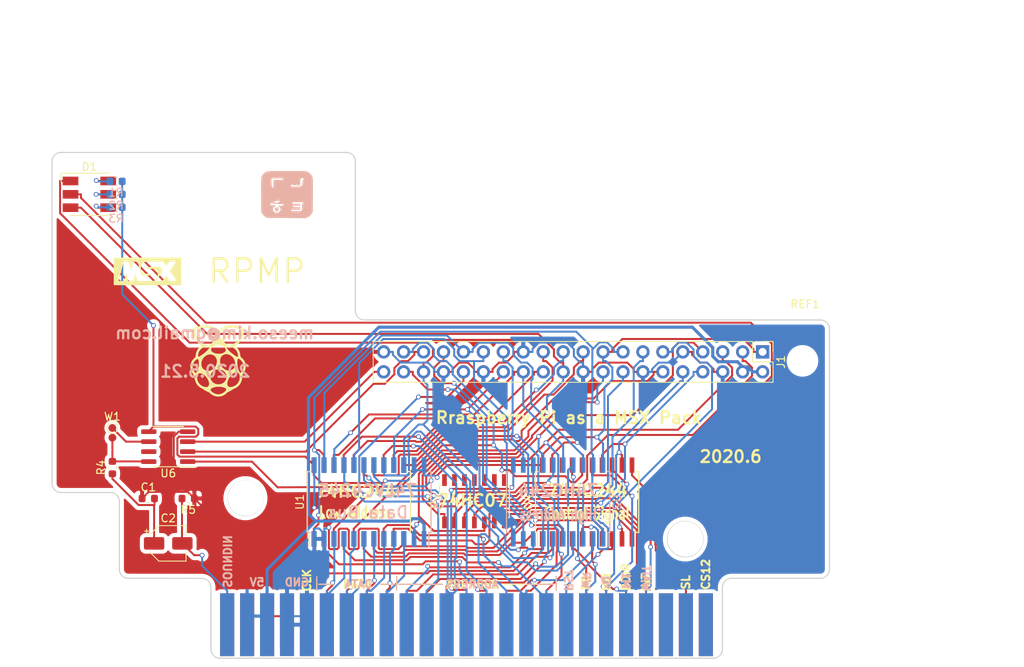
<source format=kicad_pcb>
(kicad_pcb (version 20171130) (host pcbnew 5.1.5-52549c5~86~ubuntu18.04.1)
  (layers (0 F.Cu mixed) (31 B.Cu mixed) (34 B.Paste user) (35 F.Paste user) (36 B.SilkS user) (37 F.SilkS user) (38 B.Mask user) (39 F.Mask user) (44 Edge.Cuts user))
  (net 0 "")
  (net 1 GND)
  (net 2 +5V)
  (net 3 /RD3)
  (net 4 /RD4)
  (net 5 /RD6)
  (net 6 /RD7)
  (net 7 /RD0)
  (net 8 /RD1)
  (net 9 /RD2)
  (net 10 /RD5)
  (net 11 /WAIT)
  (net 12 /INT)
  (net 13 /BUSDIR)
  (net 14 /IORQ)
  (net 15 /MREQ)
  (net 16 /WR)
  (net 17 /RD)
  (net 18 /RESET)
  (net 19 /A9)
  (net 20 /A15)
  (net 21 /A11)
  (net 22 /A10)
  (net 23 /A7)
  (net 24 /A6)
  (net 25 /A12)
  (net 26 /A8)
  (net 27 /A14)
  (net 28 /A13)
  (net 29 /A1)
  (net 30 /A0)
  (net 31 /A3)
  (net 32 /A2)
  (net 33 /A5)
  (net 34 /A4)
  (net 35 /D1)
  (net 36 /D0)
  (net 37 /D3)
  (net 38 /D2)
  (net 39 /D5)
  (net 40 /D4)
  (net 41 /D7)
  (net 42 /D6)
  (net 43 /CLK)
  (net 44 +3V3)
  (net 45 "Net-(P1-Pad5)")
  (net 46 "Net-(P1-Pad16)")
  (net 47 /RA8)
  (net 48 /RA11)
  (net 49 /RA15)
  (net 50 /RA12)
  (net 51 /RA13)
  (net 52 /RA14)
  (net 53 "Net-(P1-Pad1)")
  (net 54 "Net-(P1-Pad2)")
  (net 55 "Net-(P1-Pad3)")
  (net 56 /SLTSL)
  (net 57 "Net-(P1-Pad6)")
  (net 58 "Net-(P1-Pad44)")
  (net 59 "Net-(P1-Pad48)")
  (net 60 "Net-(P1-Pad50)")
  (net 61 /M1)
  (net 62 /RC17)
  (net 63 /RC18)
  (net 64 /RC27)
  (net 65 /RC23)
  (net 66 /RC24)
  (net 67 /RC19)
  (net 68 /RC26)
  (net 69 /SOUNDIN)
  (net 70 "Net-(D1-Pad4)")
  (net 71 "Net-(D1-Pad5)")
  (net 72 "Net-(D1-Pad6)")
  (net 73 /DAT_EN)
  (net 74 /DAT_DIR)
  (net 75 /RC21)
  (net 76 /ADDR)
  (net 77 /RA10)
  (net 78 /RA9)
  (net 79 /RC20)
  (net 80 "Net-(U4-Pad18)")
  (net 81 "Net-(C1-Pad2)")
  (net 82 /SND)
  (net 83 /SND_)
  (net 84 "Net-(U6-Pad7)")
  (module MSX:card_edge_connector (layer F.Cu) (at 156.233 106.652)
    (fp_text reference P1 hide)
    (fp_text value CONN_02X25)
    (pad "" np_thru_hole circle (at 29.12364 -7.78256) (size 4.5 4.5) (drill 4.5) (layers *.Cu *.Mask F.SilkS) (clearance 0.5))
    (pad 1 connect rect (at 31.73984 3.14744) (size 1.8 8) (layers B.Cu B.Mask) (net 53 "Net-(P1-Pad1)"))
    (pad 2 connect rect (at 31.73984 3.14744) (size 1.8 8) (layers F.Cu F.Mask) (net 54 "Net-(P1-Pad2)"))
    (pad 3 connect rect (at 29.19984 3.14744) (size 1.8 8) (layers B.Cu B.Mask) (net 55 "Net-(P1-Pad3)"))
    (pad 4 connect rect (at 29.19984 3.14744) (size 1.8 8) (layers F.Cu F.Mask) (net 56 /SLTSL))
    (pad 5 connect rect (at 26.65984 3.14744) (size 1.8 8) (layers B.Cu B.Mask) (net 45 "Net-(P1-Pad5)"))
    (pad 6 connect rect (at 26.65984 3.14744) (size 1.8 8) (layers F.Cu F.Mask) (net 57 "Net-(P1-Pad6)"))
    (pad 7 connect rect (at 24.11984 3.14744) (size 1.8 8) (layers B.Cu B.Mask) (net 11 /WAIT))
    (pad 8 connect rect (at 24.11984 3.14744) (size 1.8 8) (layers F.Cu F.Mask) (net 12 /INT))
    (pad 9 connect rect (at 21.57984 3.14744) (size 1.8 8) (layers B.Cu B.Mask) (net 61 /M1))
    (pad 10 connect rect (at 21.57984 3.14744) (size 1.8 8) (layers F.Cu F.Mask) (net 13 /BUSDIR))
    (pad 11 connect rect (at 19.03984 3.14744) (size 1.8 8) (layers B.Cu B.Mask) (net 14 /IORQ))
    (pad 12 connect rect (at 19.03984 3.14744) (size 1.8 8) (layers F.Cu F.Mask) (net 15 /MREQ))
    (pad 13 connect rect (at 16.49984 3.14744) (size 1.8 8) (layers B.Cu B.Mask) (net 16 /WR))
    (pad 14 connect rect (at 16.49984 3.14744) (size 1.8 8) (layers F.Cu F.Mask) (net 17 /RD))
    (pad 15 connect rect (at 13.95984 3.14744) (size 1.8 8) (layers B.Cu B.Mask) (net 18 /RESET))
    (pad 16 connect rect (at 13.95984 3.14744) (size 1.8 8) (layers F.Cu F.Mask) (net 46 "Net-(P1-Pad16)"))
    (pad 17 connect rect (at 11.41984 3.14744) (size 1.8 8) (layers B.Cu B.Mask) (net 19 /A9))
    (pad 18 connect rect (at 11.41984 3.14744) (size 1.8 8) (layers F.Cu F.Mask) (net 20 /A15))
    (pad 19 connect rect (at 8.87984 3.14744) (size 1.8 8) (layers B.Cu B.Mask) (net 21 /A11))
    (pad 20 connect rect (at 8.87984 3.14744) (size 1.8 8) (layers F.Cu F.Mask) (net 22 /A10))
    (pad 21 connect rect (at 6.33984 3.14744) (size 1.8 8) (layers B.Cu B.Mask) (net 23 /A7))
    (pad 22 connect rect (at 6.33984 3.14744) (size 1.8 8) (layers F.Cu F.Mask) (net 24 /A6))
    (pad 23 connect rect (at 3.79984 3.14744) (size 1.8 8) (layers B.Cu B.Mask) (net 25 /A12))
    (pad 24 connect rect (at 3.79984 3.14744) (size 1.8 8) (layers F.Cu F.Mask) (net 26 /A8))
    (pad 25 connect rect (at 1.25984 3.14744) (size 1.8 8) (layers B.Cu B.Mask) (net 27 /A14))
    (pad 26 connect rect (at 1.25984 3.14744) (size 1.8 8) (layers F.Cu F.Mask) (net 28 /A13))
    (pad 27 connect rect (at -1.28016 3.14744) (size 1.8 8) (layers B.Cu B.Mask) (net 29 /A1))
    (pad 28 connect rect (at -1.28016 3.14744) (size 1.8 8) (layers F.Cu F.Mask) (net 30 /A0))
    (pad 29 connect rect (at -3.82016 3.14744) (size 1.8 8) (layers B.Cu B.Mask) (net 31 /A3))
    (pad 30 connect rect (at -3.82016 3.14744) (size 1.8 8) (layers F.Cu F.Mask) (net 32 /A2))
    (pad 31 connect rect (at -6.36016 3.14744) (size 1.8 8) (layers B.Cu B.Mask) (net 33 /A5))
    (pad 32 connect rect (at -6.36016 3.14744) (size 1.8 8) (layers F.Cu F.Mask) (net 34 /A4))
    (pad 33 connect rect (at -8.90016 3.14744) (size 1.8 8) (layers B.Cu B.Mask) (net 35 /D1))
    (pad 34 connect rect (at -8.90016 3.14744) (size 1.8 8) (layers F.Cu F.Mask) (net 36 /D0))
    (pad 35 connect rect (at -11.44016 3.14744) (size 1.8 8) (layers B.Cu B.Mask) (net 37 /D3))
    (pad 36 connect rect (at -11.44016 3.14744) (size 1.8 8) (layers F.Cu F.Mask) (net 38 /D2))
    (pad 37 connect rect (at -13.98016 3.14744) (size 1.8 8) (layers B.Cu B.Mask) (net 39 /D5))
    (pad 38 connect rect (at -13.98016 3.14744) (size 1.8 8) (layers F.Cu F.Mask) (net 40 /D4))
    (pad 39 connect rect (at -16.52016 3.14744) (size 1.8 8) (layers B.Cu B.Mask) (net 41 /D7))
    (pad 40 connect rect (at -16.52016 3.14744) (size 1.8 8) (layers F.Cu F.Mask) (net 42 /D6))
    (pad 41 connect rect (at -19.06016 3.14744) (size 1.8 8) (layers B.Cu B.Mask) (net 1 GND))
    (pad 42 connect rect (at -19.06016 3.14744) (size 1.8 8) (layers F.Cu F.Mask) (net 43 /CLK))
    (pad 43 connect rect (at -21.60016 3.14744) (size 1.8 8) (layers B.Cu B.Mask) (net 1 GND))
    (pad 44 connect rect (at -21.60524 2.65468) (size 1.8 7) (layers F.Cu F.Mask) (net 58 "Net-(P1-Pad44)"))
    (pad 45 connect rect (at -24.14016 3.14744) (size 1.8 8) (layers B.Cu B.Mask) (net 2 +5V))
    (pad 46 connect rect (at -24.14016 3.14744) (size 1.8 8) (layers F.Cu F.Mask) (net 58 "Net-(P1-Pad44)"))
    (pad 47 connect rect (at -26.68016 3.14744) (size 1.8 8) (layers B.Cu B.Mask) (net 2 +5V))
    (pad 48 connect rect (at -26.68016 3.14744) (size 1.8 8) (layers F.Cu F.Mask) (net 59 "Net-(P1-Pad48)"))
    (pad 49 connect rect (at -29.22016 3.14744) (size 1.8 8) (layers B.Cu B.Mask) (net 69 /SOUNDIN))
    (pad 50 connect rect (at -29.22016 3.14744) (size 1.8 8) (layers F.Cu F.Mask) (net 60 "Net-(P1-Pad50)"))
    (pad "" np_thru_hole circle (at -26.87574 -12.98448) (size 4.5 4.5) (drill 4.5) (layers *.Cu *.Mask F.SilkS) (clearance 0.5))
  )
  (module LEDs:LED_RGB_5050-6 (layer F.Cu) (at 109.461 54.991)
    (fp_text reference D1 (at 0 -3.5 180) (layer F.SilkS))
    (fp_text value LED_RGB)
    (pad 1 smd rect (at -2.4 -1.7 90) (size 1.1 2) (layers F.Cu F.Paste F.Mask) (net 73 /DAT_EN))
    (pad 2 smd rect (at -2.4 0 90) (size 1.1 2) (layers F.Cu F.Paste F.Mask) (net 56 /SLTSL))
    (pad 3 smd rect (at -2.4 1.7 90) (size 1.1 2) (layers F.Cu F.Paste F.Mask) (net 74 /DAT_DIR))
    (pad 4 smd rect (at 2.4 1.7 90) (size 1.1 2) (layers F.Cu F.Paste F.Mask) (net 70 "Net-(D1-Pad4)"))
    (pad 5 smd rect (at 2.4 0 90) (size 1.1 2) (layers F.Cu F.Paste F.Mask) (net 71 "Net-(D1-Pad5)"))
    (pad 6 smd rect (at 2.4 -1.7 90) (size 1.1 2) (layers F.Cu F.Paste F.Mask) (net 72 "Net-(D1-Pad6)"))
  )
  (module Housings_SOIC:SOIC-20W_7.5x12.8mm_Pitch1.27mm (layer F.Cu) (at 143.764 94.1715 90)
    (fp_text reference U1 (at 0 -7.5 90) (layer F.SilkS))
    (fp_text value 74HC244)
    (pad 1 smd rect (at -4.7 -5.715 90) (size 1.95 0.6) (layers F.Cu F.Paste F.Mask) (net 76 /ADDR))
    (pad 2 smd rect (at -4.7 -4.445 90) (size 1.95 0.6) (layers F.Cu F.Paste F.Mask) (net 26 /A8))
    (pad 3 smd rect (at -4.7 -3.175 90) (size 1.95 0.6) (layers F.Cu F.Paste F.Mask) (net 50 /RA12))
    (pad 4 smd rect (at -4.7 -1.905 90) (size 1.95 0.6) (layers F.Cu F.Paste F.Mask) (net 19 /A9))
    (pad 5 smd rect (at -4.7 -0.635 90) (size 1.95 0.6) (layers F.Cu F.Paste F.Mask) (net 51 /RA13))
    (pad 6 smd rect (at -4.7 0.635 90) (size 1.95 0.6) (layers F.Cu F.Paste F.Mask) (net 22 /A10))
    (pad 7 smd rect (at -4.7 1.905 90) (size 1.95 0.6) (layers F.Cu F.Paste F.Mask) (net 52 /RA14))
    (pad 8 smd rect (at -4.7 3.175 90) (size 1.95 0.6) (layers F.Cu F.Paste F.Mask) (net 21 /A11))
    (pad 9 smd rect (at -4.7 4.445 90) (size 1.95 0.6) (layers F.Cu F.Paste F.Mask) (net 49 /RA15))
    (pad 10 smd rect (at -4.7 5.715 90) (size 1.95 0.6) (layers F.Cu F.Paste F.Mask) (net 1 GND))
    (pad 11 smd rect (at 4.7 5.715 90) (size 1.95 0.6) (layers F.Cu F.Paste F.Mask) (net 20 /A15))
    (pad 12 smd rect (at 4.7 4.445 90) (size 1.95 0.6) (layers F.Cu F.Paste F.Mask) (net 48 /RA11))
    (pad 13 smd rect (at 4.7 3.175 90) (size 1.95 0.6) (layers F.Cu F.Paste F.Mask) (net 27 /A14))
    (pad 14 smd rect (at 4.7 1.905 90) (size 1.95 0.6) (layers F.Cu F.Paste F.Mask) (net 77 /RA10))
    (pad 15 smd rect (at 4.7 0.635 90) (size 1.95 0.6) (layers F.Cu F.Paste F.Mask) (net 28 /A13))
    (pad 16 smd rect (at 4.7 -0.635 90) (size 1.95 0.6) (layers F.Cu F.Paste F.Mask) (net 78 /RA9))
    (pad 17 smd rect (at 4.7 -1.905 90) (size 1.95 0.6) (layers F.Cu F.Paste F.Mask) (net 25 /A12))
    (pad 18 smd rect (at 4.7 -3.175 90) (size 1.95 0.6) (layers F.Cu F.Paste F.Mask) (net 47 /RA8))
    (pad 19 smd rect (at 4.7 -4.445 90) (size 1.95 0.6) (layers F.Cu F.Paste F.Mask) (net 76 /ADDR))
    (pad 20 smd rect (at 4.7 -5.715 90) (size 1.95 0.6) (layers F.Cu F.Paste F.Mask) (net 44 +3V3))
  )
  (module Housings_SOIC:SOIC-20W_7.5x12.8mm_Pitch1.27mm (layer B.Cu) (at 169.164 94.1715 90)
    (fp_text reference U2 (at 0 7.5 90) (layer B.SilkS) (effects (justify mirror)))
    (fp_text value 74HC244)
    (pad 1 smd rect (at -4.7 5.715 90) (size 1.95 0.6) (layers B.Cu B.Paste B.Mask) (net 76 /ADDR))
    (pad 2 smd rect (at -4.7 4.445 90) (size 1.95 0.6) (layers B.Cu B.Paste B.Mask) (net 24 /A6))
    (pad 3 smd rect (at -4.7 3.175 90) (size 1.95 0.6) (layers B.Cu B.Paste B.Mask) (net 9 /RD2))
    (pad 4 smd rect (at -4.7 1.905 90) (size 1.95 0.6) (layers B.Cu B.Paste B.Mask) (net 23 /A7))
    (pad 5 smd rect (at -4.7 0.635 90) (size 1.95 0.6) (layers B.Cu B.Paste B.Mask) (net 3 /RD3))
    (pad 6 smd rect (at -4.7 -0.635 90) (size 1.95 0.6) (layers B.Cu B.Paste B.Mask) (net 34 /A4))
    (pad 7 smd rect (at -4.7 -1.905 90) (size 1.95 0.6) (layers B.Cu B.Paste B.Mask) (net 7 /RD0))
    (pad 8 smd rect (at -4.7 -3.175 90) (size 1.95 0.6) (layers B.Cu B.Paste B.Mask) (net 33 /A5))
    (pad 9 smd rect (at -4.7 -4.445 90) (size 1.95 0.6) (layers B.Cu B.Paste B.Mask) (net 8 /RD1))
    (pad 10 smd rect (at -4.7 -5.715 90) (size 1.95 0.6) (layers B.Cu B.Paste B.Mask) (net 1 GND))
    (pad 11 smd rect (at 4.7 -5.715 90) (size 1.95 0.6) (layers B.Cu B.Paste B.Mask) (net 29 /A1))
    (pad 12 smd rect (at 4.7 -4.445 90) (size 1.95 0.6) (layers B.Cu B.Paste B.Mask) (net 10 /RD5))
    (pad 13 smd rect (at 4.7 -3.175 90) (size 1.95 0.6) (layers B.Cu B.Paste B.Mask) (net 30 /A0))
    (pad 14 smd rect (at 4.7 -1.905 90) (size 1.95 0.6) (layers B.Cu B.Paste B.Mask) (net 4 /RD4))
    (pad 15 smd rect (at 4.7 -0.635 90) (size 1.95 0.6) (layers B.Cu B.Paste B.Mask) (net 31 /A3))
    (pad 16 smd rect (at 4.7 0.635 90) (size 1.95 0.6) (layers B.Cu B.Paste B.Mask) (net 6 /RD7))
    (pad 17 smd rect (at 4.7 1.905 90) (size 1.95 0.6) (layers B.Cu B.Paste B.Mask) (net 32 /A2))
    (pad 18 smd rect (at 4.7 3.175 90) (size 1.95 0.6) (layers B.Cu B.Paste B.Mask) (net 5 /RD6))
    (pad 19 smd rect (at 4.7 4.445 90) (size 1.95 0.6) (layers B.Cu B.Paste B.Mask) (net 76 /ADDR))
    (pad 20 smd rect (at 4.7 5.715 90) (size 1.95 0.6) (layers B.Cu B.Paste B.Mask) (net 44 +3V3))
  )
  (module Housings_SOIC:SOIC-14_3.9x8.7mm_Pitch1.27mm (layer F.Cu) (at 158.496 94.0765 90)
    (fp_text reference U3 (at 0 -5.375 90) (layer F.SilkS))
    (fp_text value 74LS07)
    (pad 1 smd rect (at -2.7 -3.81 90) (size 1.5 0.6) (layers F.Cu F.Paste F.Mask) (net 66 /RC24))
    (pad 2 smd rect (at -2.7 -2.54 90) (size 1.5 0.6) (layers F.Cu F.Paste F.Mask) (net 11 /WAIT))
    (pad 3 smd rect (at -2.7 -1.27 90) (size 1.5 0.6) (layers F.Cu F.Paste F.Mask) (net 65 /RC23))
    (pad 4 smd rect (at -2.7 0 90) (size 1.5 0.6) (layers F.Cu F.Paste F.Mask) (net 12 /INT))
    (pad 5 smd rect (at -2.7 1.27 90) (size 1.5 0.6) (layers F.Cu F.Paste F.Mask) (net 74 /DAT_DIR))
    (pad 6 smd rect (at -2.7 2.54 90) (size 1.5 0.6) (layers F.Cu F.Paste F.Mask) (net 13 /BUSDIR))
    (pad 7 smd rect (at -2.7 3.81 90) (size 1.5 0.6) (layers F.Cu F.Paste F.Mask))
    (pad 8 smd rect (at 2.7 3.81 90) (size 1.5 0.6) (layers F.Cu F.Paste F.Mask))
    (pad 9 smd rect (at 2.7 2.54 90) (size 1.5 0.6) (layers F.Cu F.Paste F.Mask))
    (pad 10 smd rect (at 2.7 1.27 90) (size 1.5 0.6) (layers F.Cu F.Paste F.Mask))
    (pad 11 smd rect (at 2.7 0 90) (size 1.5 0.6) (layers F.Cu F.Paste F.Mask))
    (pad 12 smd rect (at 2.7 -1.27 90) (size 1.5 0.6) (layers F.Cu F.Paste F.Mask))
    (pad 13 smd rect (at 2.7 -2.54 90) (size 1.5 0.6) (layers F.Cu F.Paste F.Mask))
    (pad 14 smd rect (at 2.7 -3.81 90) (size 1.5 0.6) (layers F.Cu F.Paste F.Mask))
  )
  (module Housings_SOIC:SOIC-20W_7.5x12.8mm_Pitch1.27mm (layer F.Cu) (at 172.847 94.1715 90)
    (fp_text reference U4 (at 0 -7.5 90) (layer F.SilkS))
    (fp_text value 74HC244)
    (pad 1 smd rect (at -4.7 -5.715 90) (size 1.95 0.6) (layers F.Cu F.Paste F.Mask) (net 73 /DAT_EN))
    (pad 2 smd rect (at -4.7 -4.445 90) (size 1.95 0.6) (layers F.Cu F.Paste F.Mask) (net 43 /CLK))
    (pad 3 smd rect (at -4.7 -3.175 90) (size 1.95 0.6) (layers F.Cu F.Paste F.Mask) (net 79 /RC20))
    (pad 4 smd rect (at -4.7 -1.905 90) (size 1.95 0.6) (layers F.Cu F.Paste F.Mask) (net 61 /M1))
    (pad 5 smd rect (at -4.7 -0.635 90) (size 1.95 0.6) (layers F.Cu F.Paste F.Mask) (net 64 /RC27))
    (pad 6 smd rect (at -4.7 0.635 90) (size 1.95 0.6) (layers F.Cu F.Paste F.Mask) (net 16 /WR))
    (pad 7 smd rect (at -4.7 1.905 90) (size 1.95 0.6) (layers F.Cu F.Paste F.Mask) (net 68 /RC26))
    (pad 8 smd rect (at -4.7 3.175 90) (size 1.95 0.6) (layers F.Cu F.Paste F.Mask) (net 18 /RESET))
    (pad 9 smd rect (at -4.7 4.445 90) (size 1.95 0.6) (layers F.Cu F.Paste F.Mask) (net 62 /RC17))
    (pad 10 smd rect (at -4.7 5.715 90) (size 1.95 0.6) (layers F.Cu F.Paste F.Mask) (net 1 GND))
    (pad 11 smd rect (at 4.7 5.715 90) (size 1.95 0.6) (layers F.Cu F.Paste F.Mask) (net 56 /SLTSL))
    (pad 12 smd rect (at 4.7 4.445 90) (size 1.95 0.6) (layers F.Cu F.Paste F.Mask) (net 49 /RA15))
    (pad 13 smd rect (at 4.7 3.175 90) (size 1.95 0.6) (layers F.Cu F.Paste F.Mask) (net 15 /MREQ))
    (pad 14 smd rect (at 4.7 1.905 90) (size 1.95 0.6) (layers F.Cu F.Paste F.Mask) (net 52 /RA14))
    (pad 15 smd rect (at 4.7 0.635 90) (size 1.95 0.6) (layers F.Cu F.Paste F.Mask) (net 14 /IORQ))
    (pad 16 smd rect (at 4.7 -0.635 90) (size 1.95 0.6) (layers F.Cu F.Paste F.Mask) (net 51 /RA13))
    (pad 17 smd rect (at 4.7 -1.905 90) (size 1.95 0.6) (layers F.Cu F.Paste F.Mask) (net 17 /RD))
    (pad 18 smd rect (at 4.7 -3.175 90) (size 1.95 0.6) (layers F.Cu F.Paste F.Mask) (net 80 "Net-(U4-Pad18)"))
    (pad 19 smd rect (at 4.7 -4.445 90) (size 1.95 0.6) (layers F.Cu F.Paste F.Mask) (net 1 GND))
    (pad 20 smd rect (at 4.7 -5.715 90) (size 1.95 0.6) (layers F.Cu F.Paste F.Mask) (net 44 +3V3))
  )
  (module Housings_SOIC:SOIC-24W_7.5x15.4mm_Pitch1.27mm (layer B.Cu) (at 145.098 94.1695 90)
    (fp_text reference U5 (at 0 8.8 90) (layer B.SilkS) (effects (justify mirror)))
    (fp_text value LVC4245)
    (pad 1 smd rect (at -4.7 6.985 90) (size 2 0.6) (layers B.Cu B.Paste B.Mask) (net 2 +5V))
    (pad 2 smd rect (at -4.7 5.715 90) (size 2 0.6) (layers B.Cu B.Paste B.Mask) (net 74 /DAT_DIR))
    (pad 3 smd rect (at -4.7 4.445 90) (size 2 0.6) (layers B.Cu B.Paste B.Mask) (net 35 /D1))
    (pad 4 smd rect (at -4.7 3.175 90) (size 2 0.6) (layers B.Cu B.Paste B.Mask) (net 36 /D0))
    (pad 5 smd rect (at -4.7 1.905 90) (size 2 0.6) (layers B.Cu B.Paste B.Mask) (net 37 /D3))
    (pad 6 smd rect (at -4.7 0.635 90) (size 2 0.6) (layers B.Cu B.Paste B.Mask) (net 38 /D2))
    (pad 7 smd rect (at -4.7 -0.635 90) (size 2 0.6) (layers B.Cu B.Paste B.Mask) (net 39 /D5))
    (pad 8 smd rect (at -4.7 -1.905 90) (size 2 0.6) (layers B.Cu B.Paste B.Mask) (net 40 /D4))
    (pad 9 smd rect (at -4.7 -3.175 90) (size 2 0.6) (layers B.Cu B.Paste B.Mask) (net 41 /D7))
    (pad 10 smd rect (at -4.7 -4.445 90) (size 2 0.6) (layers B.Cu B.Paste B.Mask) (net 42 /D6))
    (pad 11 smd rect (at -4.7 -5.715 90) (size 2 0.6) (layers B.Cu B.Paste B.Mask) (net 1 GND))
    (pad 12 smd rect (at -4.7 -6.985 90) (size 2 0.6) (layers B.Cu B.Paste B.Mask) (net 1 GND))
    (pad 13 smd rect (at 4.7 -6.985 90) (size 2 0.6) (layers B.Cu B.Paste B.Mask) (net 1 GND))
    (pad 14 smd rect (at 4.7 -5.715 90) (size 2 0.6) (layers B.Cu B.Paste B.Mask) (net 5 /RD6))
    (pad 15 smd rect (at 4.7 -4.445 90) (size 2 0.6) (layers B.Cu B.Paste B.Mask) (net 6 /RD7))
    (pad 16 smd rect (at 4.7 -3.175 90) (size 2 0.6) (layers B.Cu B.Paste B.Mask) (net 4 /RD4))
    (pad 17 smd rect (at 4.7 -1.905 90) (size 2 0.6) (layers B.Cu B.Paste B.Mask) (net 10 /RD5))
    (pad 18 smd rect (at 4.7 -0.635 90) (size 2 0.6) (layers B.Cu B.Paste B.Mask) (net 9 /RD2))
    (pad 19 smd rect (at 4.7 0.635 90) (size 2 0.6) (layers B.Cu B.Paste B.Mask) (net 3 /RD3))
    (pad 20 smd rect (at 4.7 1.905 90) (size 2 0.6) (layers B.Cu B.Paste B.Mask) (net 7 /RD0))
    (pad 21 smd rect (at 4.7 3.175 90) (size 2 0.6) (layers B.Cu B.Paste B.Mask) (net 8 /RD1))
    (pad 22 smd rect (at 4.7 4.445 90) (size 2 0.6) (layers B.Cu B.Paste B.Mask) (net 73 /DAT_EN))
    (pad 23 smd rect (at 4.7 5.715 90) (size 2 0.6) (layers B.Cu B.Paste B.Mask) (net 44 +3V3))
    (pad 24 smd rect (at 4.7 6.985 90) (size 2 0.6) (layers B.Cu B.Paste B.Mask) (net 44 +3V3))
  )
  (module Mounting_Holes:MountingHole_3mm (layer F.Cu) (at 200.279 76.2)
    (fp_text reference REF1 (at 0.3175 -7.239) (layer F.SilkS))
    (fp_text value MountingHole_3mm)
    (pad 1 np_thru_hole circle (at 0 0) (size 3 3) (drill 3) (layers *.Cu *.Mask))
  )
  (module MSX:msxlogo (layer F.Cu) (at 116.84 64.77)
    (fp_text reference G1 hide)
    (fp_text value LOGO hide)
  )
  (module MSX:raspberry_pi_logo (layer F.Cu) (at 125.857 76.2)
    (fp_text reference G2 hide)
    (fp_text value LOGO hide)
  )
  (module MSX:srxg10 (layer B.Cu) (at 134.6835 55.372 180)
    (fp_text reference G*** hide)
    (fp_text value LOGO hide)
  )
  (module Resistor_SMD:R_0603_1608Metric (layer B.Cu) (at 112.852 53.34)
    (fp_text reference R1 (at 0 1.43) (layer B.SilkS) (effects (justify mirror)))
    (fp_text value R)
    (pad 1 smd roundrect (at -0.7875 0) (size 0.875 0.95) (layers B.Cu B.Paste B.Mask) (net 72 "Net-(D1-Pad6)"))
    (pad 2 smd roundrect (at 0.7875 0) (size 0.875 0.95) (layers B.Cu B.Paste B.Mask) (net 44 +3V3))
  )
  (module Resistor_SMD:R_0603_1608Metric (layer B.Cu) (at 112.86 54.991)
    (fp_text reference R2 (at 0 1.43) (layer B.SilkS) (effects (justify mirror)))
    (fp_text value R)
    (pad 2 smd roundrect (at 0.7875 0) (size 0.875 0.95) (layers B.Cu B.Paste B.Mask) (net 44 +3V3))
    (pad 1 smd roundrect (at -0.7875 0) (size 0.875 0.95) (layers B.Cu B.Paste B.Mask) (net 71 "Net-(D1-Pad5)"))
  )
  (module Resistor_SMD:R_0603_1608Metric (layer B.Cu) (at 112.86 56.642)
    (fp_text reference R3 (at 0 1.43) (layer B.SilkS) (effects (justify mirror)))
    (fp_text value R)
    (pad 1 smd roundrect (at -0.7875 0) (size 0.875 0.95) (layers B.Cu B.Paste B.Mask) (net 70 "Net-(D1-Pad4)"))
    (pad 2 smd roundrect (at 0.7875 0) (size 0.875 0.95) (layers B.Cu B.Paste B.Mask) (net 44 +3V3))
  )
  (module Connector_PinHeader_2.54mm:PinHeader_2x20_P2.54mm_Vertical (layer F.Cu) (at 195.199 75.057 270)
    (fp_text reference J1 (at 1.27 -2.33 270) (layer F.SilkS))
    (fp_text value RPi_GPIO)
    (pad 1 thru_hole rect (at 0 0 270) (size 1.7 1.7) (drill 1) (layers *.Cu *.Mask) (net 44 +3V3))
    (pad 2 thru_hole oval (at 2.54 0 270) (size 1.7 1.7) (drill 1) (layers *.Cu *.Mask) (net 2 +5V))
    (pad 3 thru_hole oval (at 0 2.54 270) (size 1.7 1.7) (drill 1) (layers *.Cu *.Mask) (net 9 /RD2))
    (pad 4 thru_hole oval (at 2.54 2.54 270) (size 1.7 1.7) (drill 1) (layers *.Cu *.Mask) (net 2 +5V))
    (pad 5 thru_hole oval (at 0 5.08 270) (size 1.7 1.7) (drill 1) (layers *.Cu *.Mask) (net 3 /RD3))
    (pad 6 thru_hole oval (at 2.54 5.08 270) (size 1.7 1.7) (drill 1) (layers *.Cu *.Mask) (net 1 GND))
    (pad 7 thru_hole oval (at 0 7.62 270) (size 1.7 1.7) (drill 1) (layers *.Cu *.Mask) (net 4 /RD4))
    (pad 8 thru_hole oval (at 2.54 7.62 270) (size 1.7 1.7) (drill 1) (layers *.Cu *.Mask) (net 52 /RA14))
    (pad 9 thru_hole oval (at 0 10.16 270) (size 1.7 1.7) (drill 1) (layers *.Cu *.Mask) (net 1 GND))
    (pad 10 thru_hole oval (at 2.54 10.16 270) (size 1.7 1.7) (drill 1) (layers *.Cu *.Mask) (net 49 /RA15))
    (pad 11 thru_hole oval (at 0 12.7 270) (size 1.7 1.7) (drill 1) (layers *.Cu *.Mask) (net 62 /RC17))
    (pad 12 thru_hole oval (at 2.54 12.7 270) (size 1.7 1.7) (drill 1) (layers *.Cu *.Mask) (net 63 /RC18))
    (pad 13 thru_hole oval (at 0 15.24 270) (size 1.7 1.7) (drill 1) (layers *.Cu *.Mask) (net 64 /RC27))
    (pad 14 thru_hole oval (at 2.54 15.24 270) (size 1.7 1.7) (drill 1) (layers *.Cu *.Mask) (net 1 GND))
    (pad 15 thru_hole oval (at 0 17.78 270) (size 1.7 1.7) (drill 1) (layers *.Cu *.Mask) (net 76 /ADDR))
    (pad 16 thru_hole oval (at 2.54 17.78 270) (size 1.7 1.7) (drill 1) (layers *.Cu *.Mask) (net 65 /RC23))
    (pad 17 thru_hole oval (at 0 20.32 270) (size 1.7 1.7) (drill 1) (layers *.Cu *.Mask) (net 44 +3V3))
    (pad 18 thru_hole oval (at 2.54 20.32 270) (size 1.7 1.7) (drill 1) (layers *.Cu *.Mask) (net 66 /RC24))
    (pad 19 thru_hole oval (at 0 22.86 270) (size 1.7 1.7) (drill 1) (layers *.Cu *.Mask) (net 77 /RA10))
    (pad 20 thru_hole oval (at 2.54 22.86 270) (size 1.7 1.7) (drill 1) (layers *.Cu *.Mask) (net 1 GND))
    (pad 21 thru_hole oval (at 0 25.4 270) (size 1.7 1.7) (drill 1) (layers *.Cu *.Mask) (net 78 /RA9))
    (pad 22 thru_hole oval (at 2.54 25.4 270) (size 1.7 1.7) (drill 1) (layers *.Cu *.Mask) (net 74 /DAT_DIR))
    (pad 23 thru_hole oval (at 0 27.94 270) (size 1.7 1.7) (drill 1) (layers *.Cu *.Mask) (net 48 /RA11))
    (pad 24 thru_hole oval (at 2.54 27.94 270) (size 1.7 1.7) (drill 1) (layers *.Cu *.Mask) (net 47 /RA8))
    (pad 25 thru_hole oval (at 0 30.48 270) (size 1.7 1.7) (drill 1) (layers *.Cu *.Mask) (net 1 GND))
    (pad 26 thru_hole oval (at 2.54 30.48 270) (size 1.7 1.7) (drill 1) (layers *.Cu *.Mask) (net 6 /RD7))
    (pad 27 thru_hole oval (at 0 33.02 270) (size 1.7 1.7) (drill 1) (layers *.Cu *.Mask) (net 7 /RD0))
    (pad 28 thru_hole oval (at 2.54 33.02 270) (size 1.7 1.7) (drill 1) (layers *.Cu *.Mask) (net 8 /RD1))
    (pad 29 thru_hole oval (at 0 35.56 270) (size 1.7 1.7) (drill 1) (layers *.Cu *.Mask) (net 10 /RD5))
    (pad 30 thru_hole oval (at 2.54 35.56 270) (size 1.7 1.7) (drill 1) (layers *.Cu *.Mask) (net 1 GND))
    (pad 31 thru_hole oval (at 0 38.1 270) (size 1.7 1.7) (drill 1) (layers *.Cu *.Mask) (net 5 /RD6))
    (pad 32 thru_hole oval (at 2.54 38.1 270) (size 1.7 1.7) (drill 1) (layers *.Cu *.Mask) (net 50 /RA12))
    (pad 33 thru_hole oval (at 0 40.64 270) (size 1.7 1.7) (drill 1) (layers *.Cu *.Mask) (net 51 /RA13))
    (pad 34 thru_hole oval (at 2.54 40.64 270) (size 1.7 1.7) (drill 1) (layers *.Cu *.Mask) (net 1 GND))
    (pad 35 thru_hole oval (at 0 43.18 270) (size 1.7 1.7) (drill 1) (layers *.Cu *.Mask) (net 67 /RC19))
    (pad 36 thru_hole oval (at 2.54 43.18 270) (size 1.7 1.7) (drill 1) (layers *.Cu *.Mask) (net 73 /DAT_EN))
    (pad 37 thru_hole oval (at 0 45.72 270) (size 1.7 1.7) (drill 1) (layers *.Cu *.Mask) (net 68 /RC26))
    (pad 38 thru_hole oval (at 2.54 45.72 270) (size 1.7 1.7) (drill 1) (layers *.Cu *.Mask) (net 79 /RC20))
    (pad 39 thru_hole oval (at 0 48.26 270) (size 1.7 1.7) (drill 1) (layers *.Cu *.Mask) (net 1 GND))
    (pad 40 thru_hole oval (at 2.54 48.26 270) (size 1.7 1.7) (drill 1) (layers *.Cu *.Mask) (net 75 /RC21))
  )
  (module Capacitor_SMD:C_0603_1608Metric (layer F.Cu) (at 116.967 93.726)
    (fp_text reference C1 (at 0 -1.43) (layer F.SilkS))
    (fp_text value "C(33n)")
    (pad 1 smd roundrect (at -0.7875 0) (size 0.875 0.95) (layers F.Cu F.Paste F.Mask) (net 1 GND))
    (pad 2 smd roundrect (at 0.7875 0) (size 0.875 0.95) (layers F.Cu F.Paste F.Mask) (net 81 "Net-(C1-Pad2)"))
  )
  (module Capacitor_SMD:CP_Elec_4x4.5 (layer F.Cu) (at 119.507 99.441)
    (fp_text reference C2 (at 0 -3.2) (layer F.SilkS))
    (fp_text value "CP(10u)")
    (pad 1 smd roundrect (at -1.8 0) (size 2.6 1.6) (layers F.Cu F.Paste F.Mask) (roundrect_rratio 0.15625) (net 81 "Net-(C1-Pad2)"))
    (pad 2 smd roundrect (at 1.8 0) (size 2.6 1.6) (layers F.Cu F.Paste F.Mask) (roundrect_rratio 0.15625) (net 69 /SOUNDIN))
  )
  (module Resistor_SMD:R_0603_1608Metric (layer F.Cu) (at 112.395 89.789 90)
    (fp_text reference R4 (at 0 -1.43 90) (layer F.SilkS))
    (fp_text value "R(270)")
    (pad 2 smd roundrect (at 0.7875 0 90) (size 0.875 0.95) (layers F.Cu F.Paste F.Mask) (net 82 /SND))
    (pad 1 smd roundrect (at -0.7875 0 90) (size 0.875 0.95) (layers F.Cu F.Paste F.Mask) (net 81 "Net-(C1-Pad2)"))
  )
  (module Resistor_SMD:R_0603_1608Metric (layer F.Cu) (at 122.047 93.726 180)
    (fp_text reference R5 (at 0 -1.43) (layer F.SilkS))
    (fp_text value "R(150)")
    (pad 1 smd roundrect (at -0.7875 0 180) (size 0.875 0.95) (layers F.Cu F.Paste F.Mask) (net 1 GND))
    (pad 2 smd roundrect (at 0.7875 0 180) (size 0.875 0.95) (layers F.Cu F.Paste F.Mask) (net 69 /SOUNDIN))
  )
  (module Package_SO:SOIC-8_3.9x4.9mm_P1.27mm (layer F.Cu) (at 119.507 87.122 180)
    (fp_text reference U6 (at 0 -3.4) (layer F.SilkS))
    (fp_text value PT8211)
    (pad 1 smd roundrect (at -2.475 -1.905 180) (size 1.95 0.6) (layers F.Cu F.Paste F.Mask) (net 63 /RC18))
    (pad 2 smd roundrect (at -2.475 -0.635 180) (size 1.95 0.6) (layers F.Cu F.Paste F.Mask) (net 67 /RC19))
    (pad 3 smd roundrect (at -2.475 0.635 180) (size 1.95 0.6) (layers F.Cu F.Paste F.Mask) (net 75 /RC21))
    (pad 4 smd roundrect (at -2.475 1.905 180) (size 1.95 0.6) (layers F.Cu F.Paste F.Mask) (net 1 GND))
    (pad 5 smd roundrect (at 2.475 1.905 180) (size 1.95 0.6) (layers F.Cu F.Paste F.Mask) (net 44 +3V3))
    (pad 6 smd roundrect (at 2.475 0.635 180) (size 1.95 0.6) (layers F.Cu F.Paste F.Mask) (net 83 /SND_))
    (pad 7 smd roundrect (at 2.475 -0.635 180) (size 1.95 0.6) (layers F.Cu F.Paste F.Mask) (net 84 "Net-(U6-Pad7)"))
    (pad 8 smd roundrect (at 2.475 -1.905 180) (size 1.95 0.6) (layers F.Cu F.Paste F.Mask) (net 82 /SND))
  )
  (module MSX:TestPoint_Pad_D1.0mm (layer F.Cu) (at 112.385 84.742)
    (fp_text reference W1 (at 0 -1.448) (layer F.SilkS))
    (fp_text value TEST)
    (pad 1 smd circle (at 0 0) (size 1 1) (layers F.Cu F.Mask) (net 83 /SND_))
    (pad 2 smd circle (at 0.01016 1.23698) (size 1 1) (layers F.Cu F.Mask) (net 82 /SND))
  )
  (gr_line (start 165.1 104.648) (end 162.306 104.648) (layer F.SilkS) (width 0.15))
  (gr_line (start 140.208 104.648) (end 138.684 104.648) (layer F.SilkS) (width 0.15))
  (gr_line (start 146.558 104.648) (end 148.336 104.648) (layer F.SilkS) (width 0.15))
  (gr_line (start 148.844 104.648) (end 154.432 104.648) (layer F.SilkS) (width 0.15))
  (gr_line (start 165.1 104.648) (end 168.656 104.648) (layer F.SilkS) (width 0.15))
  (gr_line (start 168.91 103.886) (end 168.91 105.41) (layer F.SilkS) (width 0.15))
  (gr_line (start 148.59 103.632) (end 148.59 105.41) (layer F.SilkS) (width 0.15))
  (gr_line (start 138.43 103.886) (end 138.43 105.41) (layer F.SilkS) (width 0.15))
  (gr_line (start 168.91 103.632) (end 168.91 105.41) (layer B.SilkS) (width 0.15))
  (gr_line (start 138.43 103.632) (end 138.43 105.41) (layer B.SilkS) (width 0.15))
  (gr_line (start 148.59 103.632) (end 148.59 105.41) (layer B.SilkS) (width 0.15))
  (gr_line (start 138.684 104.648) (end 140.462 104.648) (layer B.SilkS) (width 0.15))
  (gr_line (start 148.336 104.648) (end 146.558 104.648) (layer B.SilkS) (width 0.15))
  (gr_line (start 165.1 104.648) (end 168.656 104.648) (layer B.SilkS) (width 0.15))
  (gr_line (start 154.432 104.648) (end 148.844 104.648) (layer B.SilkS) (width 0.15))
  (gr_text RPMP (at 130.81 64.77) (layer F.SilkS) (effects (font (size 3 3) (thickness 0.3))))
  (gr_arc (start 142.2 50.8) (end 142.2 49.657) (angle 90) (layer Edge.Cuts) (width 0.15))
  (gr_arc (start 144.486 69.85) (end 144.486 70.993) (angle 90) (layer Edge.Cuts) (width 0.15))
  (gr_arc (start 202.565 72.136) (end 202.565 70.993) (angle 90) (layer Edge.Cuts) (width 0.15))
  (gr_line (start 143.343 69.85) (end 143.343 50.8) (angle 90) (layer Edge.Cuts) (width 0.15))
  (gr_line (start 202.565 70.993) (end 144.486 70.993) (angle 90) (layer Edge.Cuts) (width 0.15))
  (gr_arc (start 112.141 94.107) (end 112.141 92.964) (angle 90) (layer Edge.Cuts) (width 0.15))
  (gr_arc (start 105.8545 91.821) (end 105.8545 92.964) (angle 90) (layer Edge.Cuts) (width 0.15))
  (gr_line (start 105.8545 92.964) (end 112.141 92.964) (layer Edge.Cuts) (width 0.15))
  (gr_line (start 104.7115 50.8) (end 104.7115 91.821) (angle 90) (layer Edge.Cuts) (width 0.15))
  (gr_text 2020.6 (at 191.135 88.392) (layer F.SilkS) (effects (font (size 1.5 1.5) (thickness 0.3))))
  (gr_text 74HC07 (at 158.242 93.98) (layer F.SilkS) (effects (font (size 1.5 1.5) (thickness 0.3))))
  (gr_text "Control Signal" (at 172.847 95.631) (layer F.SilkS) (effects (font (size 1.5 1) (thickness 0.25))))
  (gr_text "Low Address" (at 143.383 95.504) (layer F.SilkS) (effects (font (size 1.5 1) (thickness 0.25))))
  (gr_text "Data Bus" (at 144.907 95.504) (layer B.SilkS) (effects (font (size 1.5 1.5) (thickness 0.25)) (justify mirror)))
  (gr_text "High Address" (at 169.164 95.758) (layer B.SilkS) (effects (font (size 1.5 1) (thickness 0.25)) (justify mirror)))
  (gr_text 74HC244 (at 172.847 92.71) (layer F.SilkS) (effects (font (size 1.5 1.5) (thickness 0.3))))
  (gr_text SOUNDIN (at 127 101.727 270) (layer B.SilkS) (effects (font (size 1 1) (thickness 0.25)) (justify mirror)))
  (gr_text 74HC244 (at 143.383 92.837) (layer F.SilkS) (effects (font (size 1.5 1.5) (thickness 0.3))))
  (gr_text 74LVC4245 (at 144.907 92.71) (layer B.SilkS) (effects (font (size 1.5 1.5) (thickness 0.3)) (justify mirror)))
  (gr_text 74HC244 (at 169.164 92.71) (layer B.SilkS) (effects (font (size 1.5 1.5) (thickness 0.3)) (justify mirror)))
  (gr_text ADDRESS (at 158.242 104.648) (layer B.SilkS) (effects (font (size 1 1) (thickness 0.25)) (justify mirror)))
  (gr_text DATA (at 143.764 104.648) (layer B.SilkS) (effects (font (size 1 1) (thickness 0.25)) (justify mirror)))
  (gr_line (start 124.9426 112.9157) (end 124.9426 105.0417) (layer Edge.Cuts) (width 0.15))
  (gr_line (start 114.427 103.886) (end 123.7996 103.8987) (layer Edge.Cuts) (width 0.15))
  (gr_arc (start 114.427 102.743) (end 114.427 103.886) (angle 90) (layer Edge.Cuts) (width 0.15))
  (gr_arc (start 123.7996 105.0417) (end 123.7996 103.8987) (angle 90) (layer Edge.Cuts) (width 0.15))
  (gr_line (start 191.2239 103.886) (end 202.565 103.886) (layer Edge.Cuts) (width 0.15))
  (gr_arc (start 202.565 102.743) (end 202.565 103.886) (angle -90) (layer Edge.Cuts) (width 0.15))
  (gr_line (start 190.0809 112.9157) (end 190.0809 105.029) (layer Edge.Cuts) (width 0.15))
  (gr_arc (start 191.2239 105.029) (end 191.2239 103.886) (angle -90) (layer Edge.Cuts) (width 0.15))
  (gr_text 2020.5.21 (at 124.206 77.5335) (layer B.SilkS) (effects (font (size 1.5 1.5) (thickness 0.3)) (justify mirror)))
  (gr_text CLK (at 137.16 104.14 90) (layer F.SilkS) (effects (font (size 1 1) (thickness 0.25))))
  (gr_text CS12 (at 187.96 103.378 90) (layer F.SilkS) (effects (font (size 1 1) (thickness 0.25))))
  (gr_text 5V (at 130.81 104.394) (layer B.SilkS) (effects (font (size 1 1) (thickness 0.25)) (justify mirror)))
  (gr_text GND (at 135.89 104.394) (layer B.SilkS) (effects (font (size 1 1) (thickness 0.25)) (justify mirror)))
  (gr_text DATA (at 143.51 104.648) (layer F.SilkS) (effects (font (size 1 1) (thickness 0.25))))
  (gr_text ADDRESS (at 158.242 104.648) (layer F.SilkS) (effects (font (size 1 1) (thickness 0.25))))
  (gr_text WR (at 172.72 104.14 270) (layer B.SilkS) (effects (font (size 1 1) (thickness 0.25)) (justify mirror)))
  (gr_text IQ (at 175.26 104.394 270) (layer B.SilkS) (effects (font (size 1 1) (thickness 0.25)) (justify mirror)))
  (gr_text M1 (at 177.8 104.14 270) (layer B.SilkS) (effects (font (size 1 1) (thickness 0.25)) (justify mirror)))
  (gr_text WAIT (at 180.34 103.886 270) (layer B.SilkS) (effects (font (size 1 1) (thickness 0.25)) (justify mirror)))
  (gr_text INT (at 180.34 104.394 90) (layer F.SilkS) (effects (font (size 1 1) (thickness 0.25))))
  (gr_text RST (at 170.434 104.14 270) (layer B.SilkS) (effects (font (size 1 1) (thickness 0.25)) (justify mirror)))
  (gr_text MQ (at 175.26 104.394 90) (layer F.SilkS) (effects (font (size 1 1) (thickness 0.25))))
  (gr_text RD (at 172.72 104.394 90) (layer F.SilkS) (effects (font (size 1 1) (thickness 0.25))))
  (gr_text SL (at 185.42 104.394 90) (layer F.SilkS) (effects (font (size 1 1) (thickness 0.25))))
  (gr_text BDIR (at 177.8 103.759 90) (layer F.SilkS) (effects (font (size 1 1) (thickness 0.25))))
  (gr_text meeso.kim@gmail.com (at 125.4125 72.644) (layer B.SilkS) (effects (font (size 1.5 1.5) (thickness 0.3)) (justify mirror)))
  (gr_text "Rraspberry Pi as a MSX Pack" (at 170.4975 83.439) (layer F.SilkS) (effects (font (size 1.5 1.5) (thickness 0.3))))
  (gr_circle (center 129.3368 93.6879) (end 130.9878 95.1611) (layer Edge.Cuts) (width 0.15))
  (gr_circle (center 185.3438 98.8949) (end 187.1472 100.2538) (layer Edge.Cuts) (width 0.15))
  (gr_arc (start 105.8545 50.8) (end 104.7115 50.8) (angle 90) (layer Edge.Cuts) (width 0.15))
  (gr_arc (start 188.9379 112.9157) (end 188.9379 114.0587) (angle -90) (layer Edge.Cuts) (width 0.15))
  (gr_arc (start 126.0856 112.9157) (end 126.0856 114.0587) (angle 90) (layer Edge.Cuts) (width 0.15))
  (gr_line (start 203.708 102.743) (end 203.708 72.136) (angle 90) (layer Edge.Cuts) (width 0.15))
  (gr_line (start 126.0856 114.0587) (end 188.9379 114.0587) (angle 90) (layer Edge.Cuts) (width 0.15))
  (gr_line (start 113.284 94.107) (end 113.284 102.743) (angle 90) (layer Edge.Cuts) (width 0.15))
  (gr_line (start 142.2 49.657) (end 105.8545 49.657) (angle 90) (layer Edge.Cuts) (width 0.15))
  (segment (start 179.959 77.597) (end 178.7837 77.597) (width 0.25) (layer F.Cu) (net 1))
  (segment (start 172.339 77.597) (end 173.5143 77.597) (width 0.25) (layer F.Cu) (net 1))
  (segment (start 173.5143 77.597) (end 173.5143 77.2297) (width 0.25) (layer F.Cu) (net 1))
  (segment (start 173.5143 77.2297) (end 174.3223 76.4217) (width 0.25) (layer F.Cu) (net 1))
  (segment (start 174.3223 76.4217) (end 177.9758 76.4217) (width 0.25) (layer F.Cu) (net 1))
  (segment (start 177.9758 76.4217) (end 178.7837 77.2296) (width 0.25) (layer F.Cu) (net 1))
  (segment (start 178.7837 77.2296) (end 178.7837 77.597) (width 0.25) (layer F.Cu) (net 1))
  (segment (start 120.2086 92.883) (end 117.0225 92.883) (width 0.25) (layer F.Cu) (net 1))
  (segment (start 117.0225 92.883) (end 116.1795 93.726) (width 0.25) (layer F.Cu) (net 1))
  (segment (start 122.8345 93.726) (end 121.9915 92.883) (width 0.25) (layer F.Cu) (net 1))
  (segment (start 121.9915 92.883) (end 120.2086 92.883) (width 0.25) (layer F.Cu) (net 1))
  (segment (start 149.479 99.4972) (end 149.7979 99.8161) (width 0.25) (layer F.Cu) (net 1))
  (segment (start 149.7979 99.8161) (end 157.4981 99.8161) (width 0.25) (layer F.Cu) (net 1))
  (segment (start 157.4981 99.8161) (end 157.6944 100.0124) (width 0.25) (layer F.Cu) (net 1))
  (segment (start 157.6944 100.0124) (end 160.928 100.0124) (width 0.25) (layer F.Cu) (net 1))
  (segment (start 160.928 100.0124) (end 163.5753 97.3651) (width 0.25) (layer F.Cu) (net 1))
  (segment (start 163.5753 97.3651) (end 163.8697 97.3651) (width 0.25) (layer F.Cu) (net 1))
  (segment (start 163.8697 97.3651) (end 165.8472 95.3876) (width 0.25) (layer F.Cu) (net 1))
  (segment (start 165.8472 95.3876) (end 175.9464 95.3876) (width 0.25) (layer F.Cu) (net 1))
  (segment (start 175.9464 95.3876) (end 178.562 98.0032) (width 0.25) (layer F.Cu) (net 1))
  (segment (start 178.562 98.0032) (end 178.562 98.8715) (width 0.25) (layer F.Cu) (net 1))
  (segment (start 154.559 78.7723) (end 154.4838 78.8475) (width 0.25) (layer B.Cu) (net 1))
  (segment (start 154.4838 78.8475) (end 154.4838 84.1893) (width 0.25) (layer B.Cu) (net 1))
  (segment (start 154.4838 84.1893) (end 159.147 88.8525) (width 0.25) (layer B.Cu) (net 1))
  (segment (start 159.147 88.8525) (end 159.147 92.9368) (width 0.25) (layer B.Cu) (net 1))
  (segment (start 159.147 92.9368) (end 163.5753 97.3651) (width 0.25) (layer B.Cu) (net 1))
  (segment (start 163.449 97.5712) (end 163.449 97.4914) (width 0.25) (layer B.Cu) (net 1))
  (segment (start 163.449 97.4914) (end 163.5753 97.3651) (width 0.25) (layer B.Cu) (net 1))
  (segment (start 172.339 77.597) (end 172.339 78.7723) (width 0.25) (layer B.Cu) (net 1))
  (segment (start 171.5893 86.5885) (end 171.5893 79.522) (width 0.25) (layer B.Cu) (net 1))
  (segment (start 171.5893 79.522) (end 172.339 78.7723) (width 0.25) (layer B.Cu) (net 1))
  (segment (start 168.402 88.1712) (end 169.9847 86.5885) (width 0.25) (layer F.Cu) (net 1))
  (segment (start 169.9847 86.5885) (end 171.5893 86.5885) (width 0.25) (layer F.Cu) (net 1))
  (segment (start 149.479 99.4972) (end 148.8043 100.1719) (width 0.25) (layer F.Cu) (net 1))
  (segment (start 148.8043 100.1719) (end 146.4499 100.1719) (width 0.25) (layer F.Cu) (net 1))
  (segment (start 146.4499 100.1719) (end 146.306 100.028) (width 0.25) (layer F.Cu) (net 1))
  (segment (start 146.306 100.028) (end 146.306 97.7007) (width 0.25) (layer F.Cu) (net 1))
  (segment (start 146.306 97.7007) (end 146.1728 97.5675) (width 0.25) (layer F.Cu) (net 1))
  (segment (start 146.1728 97.5675) (end 143.9603 97.5675) (width 0.25) (layer F.Cu) (net 1))
  (segment (start 143.9603 97.5675) (end 143.7544 97.7734) (width 0.25) (layer F.Cu) (net 1))
  (segment (start 143.7544 97.7734) (end 143.7544 100.0308) (width 0.25) (layer F.Cu) (net 1))
  (segment (start 143.7544 100.0308) (end 143.6133 100.1719) (width 0.25) (layer F.Cu) (net 1))
  (segment (start 143.6133 100.1719) (end 142.6251 100.1719) (width 0.25) (layer F.Cu) (net 1))
  (segment (start 142.6251 100.1719) (end 142.496 100.0428) (width 0.25) (layer F.Cu) (net 1))
  (segment (start 142.496 100.0428) (end 142.496 97.7734) (width 0.25) (layer F.Cu) (net 1))
  (segment (start 142.496 97.7734) (end 142.2937 97.5711) (width 0.25) (layer F.Cu) (net 1))
  (segment (start 142.2937 97.5711) (end 141.345 97.5711) (width 0.25) (layer F.Cu) (net 1))
  (segment (start 141.345 97.5711) (end 141.2144 97.7017) (width 0.25) (layer F.Cu) (net 1))
  (segment (start 141.2144 97.7017) (end 141.2144 99.9812) (width 0.25) (layer F.Cu) (net 1))
  (segment (start 141.2144 99.9812) (end 141.0237 100.1719) (width 0.25) (layer F.Cu) (net 1))
  (segment (start 141.0237 100.1719) (end 140.0917 100.1719) (width 0.25) (layer F.Cu) (net 1))
  (segment (start 140.0917 100.1719) (end 139.9635 100.0437) (width 0.25) (layer F.Cu) (net 1))
  (segment (start 139.9635 100.0437) (end 139.9635 97.4159) (width 0.25) (layer F.Cu) (net 1))
  (segment (start 138.113 98.8695) (end 138.113 97.5442) (width 0.25) (layer B.Cu) (net 1))
  (segment (start 139.383 98.2068) (end 138.7204 97.5442) (width 0.25) (layer B.Cu) (net 1))
  (segment (start 138.7204 97.5442) (end 138.113 97.5442) (width 0.25) (layer B.Cu) (net 1))
  (segment (start 139.383 98.2068) (end 139.383 97.5442) (width 0.25) (layer B.Cu) (net 1))
  (segment (start 139.383 98.8695) (end 139.383 98.2068) (width 0.25) (layer B.Cu) (net 1))
  (segment (start 138.113 98.8695) (end 138.113 100.1948) (width 0.25) (layer B.Cu) (net 1))
  (segment (start 137.173 105.474) (end 137.173 101.1348) (width 0.25) (layer B.Cu) (net 1))
  (segment (start 137.173 101.1348) (end 138.113 100.1948) (width 0.25) (layer B.Cu) (net 1))
  (segment (start 137.173 107.6365) (end 137.173 105.474) (width 0.25) (layer B.Cu) (net 1))
  (segment (start 138.1013 94.8974) (end 138.6627 94.8974) (width 0.25) (layer F.Cu) (net 1))
  (segment (start 138.6627 94.8974) (end 139.9635 96.1982) (width 0.25) (layer F.Cu) (net 1))
  (segment (start 139.9635 96.1982) (end 139.9635 97.4159) (width 0.25) (layer F.Cu) (net 1))
  (segment (start 139.9635 97.4159) (end 139.8352 97.5442) (width 0.25) (layer B.Cu) (net 1))
  (segment (start 139.8352 97.5442) (end 139.383 97.5442) (width 0.25) (layer B.Cu) (net 1))
  (segment (start 159.639 77.597) (end 160.8143 77.597) (width 0.25) (layer F.Cu) (net 1))
  (segment (start 122.8345 93.726) (end 125.3513 96.2428) (width 0.25) (layer F.Cu) (net 1))
  (segment (start 136.7559 96.2428) (end 138.1013 94.8974) (width 0.25) (layer F.Cu) (net 1))
  (segment (start 159.639 77.597) (end 158.4637 77.597) (width 0.25) (layer F.Cu) (net 1))
  (segment (start 154.559 77.597) (end 155.7343 77.597) (width 0.25) (layer F.Cu) (net 1))
  (segment (start 155.7343 77.597) (end 155.7343 77.2297) (width 0.25) (layer F.Cu) (net 1))
  (segment (start 155.7343 77.2297) (end 156.5423 76.4217) (width 0.25) (layer F.Cu) (net 1))
  (segment (start 156.5423 76.4217) (end 157.6558 76.4217) (width 0.25) (layer F.Cu) (net 1))
  (segment (start 157.6558 76.4217) (end 158.4637 77.2296) (width 0.25) (layer F.Cu) (net 1))
  (segment (start 158.4637 77.2296) (end 158.4637 77.597) (width 0.25) (layer F.Cu) (net 1))
  (segment (start 138.113 89.4695) (end 138.113 94.8857) (width 0.25) (layer B.Cu) (net 1))
  (segment (start 138.113 94.8857) (end 138.1013 94.8974) (width 0.25) (layer B.Cu) (net 1))
  (segment (start 172.339 77.597) (end 172.339 76.4217) (width 0.25) (layer B.Cu) (net 1))
  (segment (start 164.719 75.057) (end 165.8943 75.057) (width 0.25) (layer B.Cu) (net 1))
  (segment (start 165.8943 75.057) (end 165.8943 74.6897) (width 0.25) (layer B.Cu) (net 1))
  (segment (start 165.8943 74.6897) (end 166.7118 73.8722) (width 0.25) (layer B.Cu) (net 1))
  (segment (start 166.7118 73.8722) (end 170.3313 73.8722) (width 0.25) (layer B.Cu) (net 1))
  (segment (start 170.3313 73.8722) (end 171.1637 74.7046) (width 0.25) (layer B.Cu) (net 1))
  (segment (start 171.1637 74.7046) (end 171.1637 75.6138) (width 0.25) (layer B.Cu) (net 1))
  (segment (start 171.1637 75.6138) (end 171.9716 76.4217) (width 0.25) (layer B.Cu) (net 1))
  (segment (start 171.9716 76.4217) (end 172.339 76.4217) (width 0.25) (layer B.Cu) (net 1))
  (segment (start 168.402 89.4715) (end 168.402 88.1712) (width 0.25) (layer F.Cu) (net 1))
  (segment (start 163.449 98.8715) (end 163.449 97.5712) (width 0.25) (layer B.Cu) (net 1))
  (segment (start 149.479 98.8715) (end 149.479 99.4972) (width 0.25) (layer F.Cu) (net 1))
  (segment (start 121.982 85.217) (end 120.8276 85.217) (width 0.25) (layer F.Cu) (net 1))
  (segment (start 120.8276 85.217) (end 120.2086 85.836) (width 0.25) (layer F.Cu) (net 1))
  (segment (start 120.2086 85.836) (end 120.2086 92.883) (width 0.25) (layer F.Cu) (net 1))
  (segment (start 160.8143 77.597) (end 160.8143 77.2296) (width 0.25) (layer F.Cu) (net 1))
  (segment (start 160.8143 77.2296) (end 161.6222 76.4217) (width 0.25) (layer F.Cu) (net 1))
  (segment (start 161.6222 76.4217) (end 162.5464 76.4217) (width 0.25) (layer F.Cu) (net 1))
  (segment (start 162.5464 76.4217) (end 163.5437 75.4244) (width 0.25) (layer F.Cu) (net 1))
  (segment (start 163.5437 75.4244) (end 163.5437 75.057) (width 0.25) (layer F.Cu) (net 1))
  (segment (start 164.719 75.057) (end 163.5437 75.057) (width 0.25) (layer F.Cu) (net 1))
  (segment (start 154.559 77.597) (end 153.3837 77.597) (width 0.25) (layer B.Cu) (net 1))
  (segment (start 146.939 75.057) (end 148.1143 75.057) (width 0.25) (layer B.Cu) (net 1))
  (segment (start 148.1143 75.057) (end 148.1143 75.4244) (width 0.25) (layer B.Cu) (net 1))
  (segment (start 148.1143 75.4244) (end 149.1116 76.4217) (width 0.25) (layer B.Cu) (net 1))
  (segment (start 149.1116 76.4217) (end 152.5758 76.4217) (width 0.25) (layer B.Cu) (net 1))
  (segment (start 152.5758 76.4217) (end 153.3837 77.2296) (width 0.25) (layer B.Cu) (net 1))
  (segment (start 153.3837 77.2296) (end 153.3837 77.597) (width 0.25) (layer B.Cu) (net 1))
  (segment (start 154.559 77.597) (end 154.559 78.7723) (width 0.25) (layer B.Cu) (net 1))
  (segment (start 190.119 77.597) (end 188.9437 77.597) (width 0.25) (layer F.Cu) (net 1))
  (segment (start 185.039 75.057) (end 186.2143 75.057) (width 0.25) (layer F.Cu) (net 1))
  (segment (start 186.2143 75.057) (end 186.2143 75.4244) (width 0.25) (layer F.Cu) (net 1))
  (segment (start 186.2143 75.4244) (end 187.2116 76.4217) (width 0.25) (layer F.Cu) (net 1))
  (segment (start 187.2116 76.4217) (end 188.1358 76.4217) (width 0.25) (layer F.Cu) (net 1))
  (segment (start 188.1358 76.4217) (end 188.9437 77.2296) (width 0.25) (layer F.Cu) (net 1))
  (segment (start 188.9437 77.2296) (end 188.9437 77.597) (width 0.25) (layer F.Cu) (net 1))
  (segment (start 179.959 77.597) (end 181.1343 77.597) (width 0.25) (layer B.Cu) (net 1))
  (segment (start 181.1343 77.597) (end 181.1343 77.2296) (width 0.25) (layer B.Cu) (net 1))
  (segment (start 181.1343 77.2296) (end 181.9422 76.4217) (width 0.25) (layer B.Cu) (net 1))
  (segment (start 181.9422 76.4217) (end 183.6743 76.4217) (width 0.25) (layer B.Cu) (net 1))
  (segment (start 183.6743 76.4217) (end 185.039 75.057) (width 0.25) (layer B.Cu) (net 1))
  (segment (start 134.633 109.2583) (end 134.6328 109.2585) (width 0.25) (layer B.Cu) (net 1))
  (segment (start 134.6328 109.2585) (end 134.6328 109.7994) (width 0.25) (layer B.Cu) (net 1))
  (segment (start 134.633 109.2583) (end 134.633 108.7177) (width 0.25) (layer B.Cu) (net 1))
  (segment (start 134.633 109.799) (end 134.633 109.2583) (width 0.25) (layer B.Cu) (net 1))
  (segment (start 134.633 108.7177) (end 134.633 105.474) (width 0.25) (layer B.Cu) (net 1))
  (segment (start 137.1728 108.7177) (end 137.1728 109.7994) (width 0.25) (layer B.Cu) (net 1))
  (segment (start 137.173 107.6365) (end 137.1728 107.6367) (width 0.25) (layer B.Cu) (net 1))
  (segment (start 137.1728 107.6367) (end 137.1728 108.7177) (width 0.25) (layer B.Cu) (net 1))
  (segment (start 134.633 108.7177) (end 137.1728 108.7177) (width 0.25) (layer B.Cu) (net 1))
  (segment (start 137.173 109.799) (end 137.173 107.6365) (width 0.25) (layer B.Cu) (net 1))
  (via (at 139.9635 97.4159) (size 0.6) (layers F.Cu B.Cu) (net 1))
  (via (at 138.1013 94.8974) (size 0.6) (layers F.Cu B.Cu) (net 1))
  (via (at 171.5893 86.5885) (size 0.6) (layers F.Cu B.Cu) (net 1))
  (via (at 163.5753 97.3651) (size 0.6) (layers F.Cu B.Cu) (net 1))
  (segment (start 129.553 109.249) (end 129.5528 109.2492) (width 0.4) (layer B.Cu) (net 2))
  (segment (start 129.5528 109.2492) (end 129.5528 109.7994) (width 0.4) (layer B.Cu) (net 2))
  (segment (start 129.553 109.249) (end 129.553 108.699) (width 0.4) (layer B.Cu) (net 2))
  (segment (start 129.553 109.799) (end 129.553 109.249) (width 0.4) (layer B.Cu) (net 2))
  (segment (start 152.083 97.4692) (end 152.083 96.9592) (width 0.4) (layer B.Cu) (net 2))
  (segment (start 152.083 96.9592) (end 151.4261 96.3023) (width 0.4) (layer B.Cu) (net 2))
  (segment (start 151.4261 96.3023) (end 150.6061 96.3023) (width 0.4) (layer B.Cu) (net 2))
  (segment (start 150.6061 96.3023) (end 150.3062 96.6022) (width 0.4) (layer B.Cu) (net 2))
  (segment (start 150.3062 96.6022) (end 138.2673 96.6022) (width 0.4) (layer B.Cu) (net 2))
  (segment (start 152.083 98.8695) (end 152.083 97.4692) (width 0.4) (layer B.Cu) (net 2))
  (segment (start 192.659 76.9718) (end 191.9963 76.3091) (width 0.4) (layer B.Cu) (net 2))
  (segment (start 191.9963 76.3091) (end 189.545 76.3091) (width 0.4) (layer B.Cu) (net 2))
  (segment (start 189.545 76.3091) (end 188.8491 75.6132) (width 0.4) (layer B.Cu) (net 2))
  (segment (start 188.8491 75.6132) (end 188.8491 74.5076) (width 0.4) (layer B.Cu) (net 2))
  (segment (start 188.8491 74.5076) (end 186.2489 71.9074) (width 0.4) (layer B.Cu) (net 2))
  (segment (start 186.2489 71.9074) (end 146.3339 71.9074) (width 0.4) (layer B.Cu) (net 2))
  (segment (start 146.3339 71.9074) (end 137.3641 80.8772) (width 0.4) (layer B.Cu) (net 2))
  (segment (start 137.3641 80.8772) (end 137.3641 95.699) (width 0.4) (layer B.Cu) (net 2))
  (segment (start 137.3641 95.699) (end 138.2673 96.6022) (width 0.4) (layer B.Cu) (net 2))
  (segment (start 192.659 76.9718) (end 193.3235 76.9718) (width 0.4) (layer B.Cu) (net 2))
  (segment (start 193.3235 76.9718) (end 193.9487 77.597) (width 0.4) (layer B.Cu) (net 2))
  (segment (start 132.093 105.399) (end 132.093 102.7765) (width 0.4) (layer B.Cu) (net 2))
  (segment (start 132.093 102.7765) (end 138.2673 96.6022) (width 0.4) (layer B.Cu) (net 2))
  (segment (start 132.093 107.599) (end 132.093 105.399) (width 0.4) (layer B.Cu) (net 2))
  (segment (start 195.199 77.597) (end 193.9487 77.597) (width 0.4) (layer B.Cu) (net 2))
  (segment (start 192.659 77.597) (end 192.659 76.9718) (width 0.4) (layer B.Cu) (net 2))
  (segment (start 129.553 108.699) (end 129.553 105.399) (width 0.4) (layer B.Cu) (net 2))
  (segment (start 132.0928 108.699) (end 132.0928 109.7994) (width 0.4) (layer B.Cu) (net 2))
  (segment (start 132.093 107.599) (end 132.0928 107.5992) (width 0.4) (layer B.Cu) (net 2))
  (segment (start 132.0928 107.5992) (end 132.0928 108.699) (width 0.4) (layer B.Cu) (net 2))
  (segment (start 129.553 108.699) (end 132.0928 108.699) (width 0.4) (layer B.Cu) (net 2))
  (segment (start 132.093 109.799) (end 132.093 107.599) (width 0.4) (layer B.Cu) (net 2))
  (segment (start 152.9901 91.4445) (end 152.9901 90.9136) (width 0.25) (layer F.Cu) (net 3))
  (segment (start 152.9901 90.9136) (end 154.9513 88.9524) (width 0.25) (layer F.Cu) (net 3))
  (segment (start 154.9513 88.9524) (end 165.2797 88.9524) (width 0.25) (layer F.Cu) (net 3))
  (segment (start 165.2797 88.9524) (end 167.6133 86.6188) (width 0.25) (layer F.Cu) (net 3))
  (segment (start 145.733 90.7948) (end 145.733 90.9434) (width 0.25) (layer B.Cu) (net 3))
  (segment (start 145.733 90.9434) (end 146.9576 92.168) (width 0.25) (layer B.Cu) (net 3))
  (segment (start 146.9576 92.168) (end 152.2666 92.168) (width 0.25) (layer B.Cu) (net 3))
  (segment (start 152.2666 92.168) (end 152.9901 91.4445) (width 0.25) (layer B.Cu) (net 3))
  (segment (start 169.799 98.8715) (end 169.799 97.5712) (width 0.25) (layer B.Cu) (net 3))
  (segment (start 167.6133 86.6188) (end 169.2613 84.9708) (width 0.25) (layer F.Cu) (net 3))
  (segment (start 169.2613 84.9708) (end 184.4265 84.9708) (width 0.25) (layer F.Cu) (net 3))
  (segment (start 184.4265 84.9708) (end 191.3096 78.0877) (width 0.25) (layer F.Cu) (net 3))
  (segment (start 191.3096 78.0877) (end 191.3096 77.0556) (width 0.25) (layer F.Cu) (net 3))
  (segment (start 191.3096 77.0556) (end 190.4863 76.2323) (width 0.25) (layer F.Cu) (net 3))
  (segment (start 190.4863 76.2323) (end 190.119 76.2323) (width 0.25) (layer F.Cu) (net 3))
  (segment (start 169.799 97.5712) (end 169.1737 96.9459) (width 0.25) (layer B.Cu) (net 3))
  (segment (start 169.1737 96.9459) (end 169.1737 88.1792) (width 0.25) (layer B.Cu) (net 3))
  (segment (start 169.1737 88.1792) (end 167.6133 86.6188) (width 0.25) (layer B.Cu) (net 3))
  (segment (start 145.733 89.4695) (end 145.733 90.7948) (width 0.25) (layer B.Cu) (net 3))
  (segment (start 190.119 75.057) (end 190.119 76.2323) (width 0.25) (layer F.Cu) (net 3))
  (via (at 167.6133 86.6188) (size 0.6) (layers F.Cu B.Cu) (net 3))
  (via (at 152.9901 91.4445) (size 0.6) (layers F.Cu B.Cu) (net 3))
  (segment (start 153.3412 93.3535) (end 152.3589 92.3712) (width 0.25) (layer F.Cu) (net 4))
  (segment (start 152.3589 92.3712) (end 152.3589 90.9079) (width 0.25) (layer F.Cu) (net 4))
  (segment (start 152.3589 90.9079) (end 154.7648 88.502) (width 0.25) (layer F.Cu) (net 4))
  (segment (start 154.7648 88.502) (end 163.9985 88.502) (width 0.25) (layer F.Cu) (net 4))
  (segment (start 163.9985 88.502) (end 166.6745 85.826) (width 0.25) (layer F.Cu) (net 4))
  (segment (start 141.923 90.7948) (end 141.923 91.5302) (width 0.25) (layer B.Cu) (net 4))
  (segment (start 141.923 91.5302) (end 144.5127 94.1199) (width 0.25) (layer B.Cu) (net 4))
  (segment (start 144.5127 94.1199) (end 152.7626 94.1199) (width 0.25) (layer B.Cu) (net 4))
  (segment (start 152.7626 94.1199) (end 153.3412 93.5413) (width 0.25) (layer B.Cu) (net 4))
  (segment (start 153.3412 93.5413) (end 153.3412 93.3535) (width 0.25) (layer B.Cu) (net 4))
  (segment (start 167.259 89.4715) (end 167.259 88.1712) (width 0.25) (layer B.Cu) (net 4))
  (segment (start 166.6745 85.826) (end 166.6745 87.5867) (width 0.25) (layer B.Cu) (net 4))
  (segment (start 166.6745 87.5867) (end 167.259 88.1712) (width 0.25) (layer B.Cu) (net 4))
  (segment (start 141.923 89.4695) (end 141.923 90.7948) (width 0.25) (layer B.Cu) (net 4))
  (segment (start 187.579 75.057) (end 186.3856 73.8636) (width 0.25) (layer F.Cu) (net 4))
  (segment (start 186.3856 73.8636) (end 184.4941 73.8636) (width 0.25) (layer F.Cu) (net 4))
  (segment (start 184.4941 73.8636) (end 183.769 74.5887) (width 0.25) (layer F.Cu) (net 4))
  (segment (start 183.769 74.5887) (end 183.769 78.0386) (width 0.25) (layer F.Cu) (net 4))
  (segment (start 183.769 78.0386) (end 178.6953 83.1123) (width 0.25) (layer F.Cu) (net 4))
  (segment (start 178.6953 83.1123) (end 169.3882 83.1123) (width 0.25) (layer F.Cu) (net 4))
  (segment (start 169.3882 83.1123) (end 166.6745 85.826) (width 0.25) (layer F.Cu) (net 4))
  (via (at 153.3412 93.3535) (size 0.6) (layers F.Cu B.Cu) (net 4))
  (via (at 166.6745 85.826) (size 0.6) (layers F.Cu B.Cu) (net 4))
  (segment (start 172.339 88.1712) (end 172.2447 88.1712) (width 0.25) (layer B.Cu) (net 5))
  (segment (start 172.2447 88.1712) (end 165.7277 81.6542) (width 0.25) (layer B.Cu) (net 5))
  (segment (start 165.7277 81.6542) (end 165.7277 78.6979) (width 0.25) (layer B.Cu) (net 5))
  (segment (start 165.7277 78.6979) (end 165.908 78.5176) (width 0.25) (layer B.Cu) (net 5))
  (segment (start 165.908 78.5176) (end 165.908 77.1237) (width 0.25) (layer B.Cu) (net 5))
  (segment (start 165.908 77.1237) (end 165.203 76.4187) (width 0.25) (layer B.Cu) (net 5))
  (segment (start 165.203 76.4187) (end 164.4164 76.4187) (width 0.25) (layer B.Cu) (net 5))
  (segment (start 164.4164 76.4187) (end 163.449 75.4513) (width 0.25) (layer B.Cu) (net 5))
  (segment (start 163.449 75.4513) (end 163.449 74.5683) (width 0.25) (layer B.Cu) (net 5))
  (segment (start 163.449 74.5683) (end 162.7624 73.8817) (width 0.25) (layer B.Cu) (net 5))
  (segment (start 162.7624 73.8817) (end 159.0822 73.8817) (width 0.25) (layer B.Cu) (net 5))
  (segment (start 159.0822 73.8817) (end 158.2743 74.6896) (width 0.25) (layer B.Cu) (net 5))
  (segment (start 158.2743 74.6896) (end 158.2743 75.057) (width 0.25) (layer B.Cu) (net 5))
  (segment (start 157.099 75.057) (end 158.2743 75.057) (width 0.25) (layer B.Cu) (net 5))
  (segment (start 172.339 89.4715) (end 172.339 88.1712) (width 0.25) (layer B.Cu) (net 5))
  (segment (start 139.383 89.4695) (end 139.383 80.2793) (width 0.25) (layer B.Cu) (net 5))
  (segment (start 139.383 80.2793) (end 146.6965 72.9658) (width 0.25) (layer B.Cu) (net 5))
  (segment (start 146.6965 72.9658) (end 155.0078 72.9658) (width 0.25) (layer B.Cu) (net 5))
  (segment (start 155.0078 72.9658) (end 157.099 75.057) (width 0.25) (layer B.Cu) (net 5))
  (segment (start 164.719 77.597) (end 164.719 81.9423) (width 0.25) (layer B.Cu) (net 6))
  (segment (start 164.719 81.9423) (end 169.799 87.0223) (width 0.25) (layer B.Cu) (net 6))
  (segment (start 169.799 87.0223) (end 169.799 89.4715) (width 0.25) (layer B.Cu) (net 6))
  (segment (start 163.5437 77.597) (end 163.5437 77.9643) (width 0.25) (layer F.Cu) (net 6))
  (segment (start 163.5437 77.9643) (end 158.4857 83.0223) (width 0.25) (layer F.Cu) (net 6))
  (segment (start 158.4857 83.0223) (end 145.0685 83.0223) (width 0.25) (layer F.Cu) (net 6))
  (segment (start 145.0685 83.0223) (end 145.0685 83.0224) (width 0.25) (layer F.Cu) (net 6))
  (segment (start 145.0685 83.0224) (end 142.7385 85.3524) (width 0.25) (layer F.Cu) (net 6))
  (segment (start 140.653 89.4695) (end 140.653 87.4379) (width 0.25) (layer B.Cu) (net 6))
  (segment (start 140.653 87.4379) (end 142.7385 85.3524) (width 0.25) (layer B.Cu) (net 6))
  (segment (start 164.719 77.597) (end 163.5437 77.597) (width 0.25) (layer F.Cu) (net 6))
  (via (at 142.7385 85.3524) (size 0.6) (layers F.Cu B.Cu) (net 6))
  (segment (start 162.179 76.2323) (end 162.5464 76.2323) (width 0.25) (layer B.Cu) (net 7))
  (segment (start 162.5464 76.2323) (end 163.3615 77.0474) (width 0.25) (layer B.Cu) (net 7))
  (segment (start 163.3615 77.0474) (end 163.3615 85.4224) (width 0.25) (layer B.Cu) (net 7))
  (segment (start 163.3615 85.4224) (end 163.2556 85.5283) (width 0.25) (layer B.Cu) (net 7))
  (segment (start 163.2556 85.5283) (end 163.2556 86.0463) (width 0.25) (layer B.Cu) (net 7))
  (segment (start 163.2556 86.0463) (end 165.3443 88.135) (width 0.25) (layer B.Cu) (net 7))
  (segment (start 165.3443 88.135) (end 165.3443 93.1439) (width 0.25) (layer B.Cu) (net 7))
  (segment (start 165.3443 93.1439) (end 167.259 95.0586) (width 0.25) (layer B.Cu) (net 7))
  (segment (start 167.259 95.0586) (end 167.259 97.5712) (width 0.25) (layer B.Cu) (net 7))
  (segment (start 147.003 90.7948) (end 149.9945 90.7948) (width 0.25) (layer B.Cu) (net 7))
  (segment (start 149.9945 90.7948) (end 150.1684 90.6209) (width 0.25) (layer B.Cu) (net 7))
  (segment (start 150.1684 90.6209) (end 150.1684 87.6023) (width 0.25) (layer B.Cu) (net 7))
  (segment (start 150.1684 87.6023) (end 150.094 87.5279) (width 0.25) (layer B.Cu) (net 7))
  (segment (start 150.094 87.5279) (end 150.094 86.2554) (width 0.25) (layer B.Cu) (net 7))
  (segment (start 150.094 86.2554) (end 151.1431 85.2063) (width 0.25) (layer B.Cu) (net 7))
  (segment (start 151.1431 85.2063) (end 151.6579 85.2063) (width 0.25) (layer B.Cu) (net 7))
  (segment (start 151.6579 85.2063) (end 157.9637 91.5121) (width 0.25) (layer B.Cu) (net 7))
  (segment (start 157.9637 91.5121) (end 157.9637 95.0033) (width 0.25) (layer B.Cu) (net 7))
  (segment (start 157.9637 95.0033) (end 161.5352 98.5748) (width 0.25) (layer B.Cu) (net 7))
  (segment (start 161.5352 98.5748) (end 161.5352 99.3539) (width 0.25) (layer B.Cu) (net 7))
  (segment (start 161.5352 99.3539) (end 163.4879 101.3066) (width 0.25) (layer B.Cu) (net 7))
  (segment (start 163.4879 101.3066) (end 166.1242 101.3066) (width 0.25) (layer B.Cu) (net 7))
  (segment (start 166.1242 101.3066) (end 167.259 100.1718) (width 0.25) (layer B.Cu) (net 7))
  (segment (start 167.259 98.8715) (end 167.259 97.5712) (width 0.25) (layer B.Cu) (net 7))
  (segment (start 162.179 75.057) (end 162.179 76.2323) (width 0.25) (layer B.Cu) (net 7))
  (segment (start 147.003 89.4695) (end 147.003 90.7948) (width 0.25) (layer B.Cu) (net 7))
  (segment (start 167.259 98.8715) (end 167.259 100.1718) (width 0.25) (layer B.Cu) (net 7))
  (segment (start 157.6092 82.3774) (end 159.5974 84.3656) (width 0.25) (layer B.Cu) (net 8))
  (segment (start 159.5974 84.3656) (end 159.5974 91.4127) (width 0.25) (layer B.Cu) (net 8))
  (segment (start 159.5974 91.4127) (end 164.719 96.5343) (width 0.25) (layer B.Cu) (net 8))
  (segment (start 164.719 96.5343) (end 164.719 98.8715) (width 0.25) (layer B.Cu) (net 8))
  (segment (start 157.6092 82.3774) (end 162.179 77.8076) (width 0.25) (layer F.Cu) (net 8))
  (segment (start 162.179 77.8076) (end 162.179 77.597) (width 0.25) (layer F.Cu) (net 8))
  (segment (start 157.6092 82.3774) (end 151.8838 82.3774) (width 0.25) (layer F.Cu) (net 8))
  (segment (start 151.8838 82.3774) (end 148.273 85.9882) (width 0.25) (layer B.Cu) (net 8))
  (segment (start 148.273 85.9882) (end 148.273 89.4695) (width 0.25) (layer B.Cu) (net 8))
  (via (at 151.8838 82.3774) (size 0.6) (layers F.Cu B.Cu) (net 8))
  (via (at 157.6092 82.3774) (size 0.6) (layers F.Cu B.Cu) (net 8))
  (segment (start 172.0796 92.0743) (end 171.7816 92.3723) (width 0.25) (layer F.Cu) (net 9))
  (segment (start 171.7816 92.3723) (end 164.8425 92.3723) (width 0.25) (layer F.Cu) (net 9))
  (segment (start 164.8425 92.3723) (end 163.8121 93.4027) (width 0.25) (layer F.Cu) (net 9))
  (segment (start 163.8121 93.4027) (end 157.3511 93.4027) (width 0.25) (layer F.Cu) (net 9))
  (segment (start 157.3511 93.4027) (end 156.0326 94.7212) (width 0.25) (layer F.Cu) (net 9))
  (segment (start 156.0326 94.7212) (end 153.5574 94.7212) (width 0.25) (layer F.Cu) (net 9))
  (segment (start 153.5574 94.7212) (end 152.5409 93.7047) (width 0.25) (layer F.Cu) (net 9))
  (segment (start 152.5409 93.7047) (end 152.5409 93.4572) (width 0.25) (layer F.Cu) (net 9))
  (segment (start 144.463 90.7948) (end 144.4321 90.8257) (width 0.25) (layer B.Cu) (net 9))
  (segment (start 144.4321 90.8257) (end 144.4321 91.3747) (width 0.25) (layer B.Cu) (net 9))
  (segment (start 144.4321 91.3747) (end 146.5146 93.4572) (width 0.25) (layer B.Cu) (net 9))
  (segment (start 146.5146 93.4572) (end 152.5409 93.4572) (width 0.25) (layer B.Cu) (net 9))
  (segment (start 192.659 76.2323) (end 193.0263 76.2323) (width 0.25) (layer F.Cu) (net 9))
  (segment (start 193.0263 76.2323) (end 193.8496 77.0556) (width 0.25) (layer F.Cu) (net 9))
  (segment (start 193.8496 77.0556) (end 193.8496 78.1194) (width 0.25) (layer F.Cu) (net 9))
  (segment (start 193.8496 78.1194) (end 186.3371 85.6319) (width 0.25) (layer F.Cu) (net 9))
  (segment (start 186.3371 85.6319) (end 175.5064 85.6319) (width 0.25) (layer F.Cu) (net 9))
  (segment (start 175.5064 85.6319) (end 172.8566 88.2817) (width 0.25) (layer F.Cu) (net 9))
  (segment (start 172.8566 88.2817) (end 172.8566 91.2973) (width 0.25) (layer F.Cu) (net 9))
  (segment (start 172.8566 91.2973) (end 172.0796 92.0743) (width 0.25) (layer F.Cu) (net 9))
  (segment (start 172.339 98.8715) (end 172.339 92.3337) (width 0.25) (layer B.Cu) (net 9))
  (segment (start 172.339 92.3337) (end 172.0796 92.0743) (width 0.25) (layer B.Cu) (net 9))
  (segment (start 144.463 89.4695) (end 144.463 90.7948) (width 0.25) (layer B.Cu) (net 9))
  (segment (start 192.659 75.057) (end 192.659 76.2323) (width 0.25) (layer F.Cu) (net 9))
  (via (at 172.0796 92.0743) (size 0.6) (layers F.Cu B.Cu) (net 9))
  (via (at 152.5409 93.4572) (size 0.6) (layers F.Cu B.Cu) (net 9))
  (segment (start 158.4477 76.2324) (end 158.4477 79.232) (width 0.25) (layer B.Cu) (net 10))
  (segment (start 158.4477 79.232) (end 162.8053 83.5896) (width 0.25) (layer B.Cu) (net 10))
  (segment (start 162.8053 83.5896) (end 162.8053 86.2329) (width 0.25) (layer B.Cu) (net 10))
  (segment (start 162.8053 86.2329) (end 164.719 88.1466) (width 0.25) (layer B.Cu) (net 10))
  (segment (start 164.719 88.1466) (end 164.719 88.1712) (width 0.25) (layer B.Cu) (net 10))
  (segment (start 158.4477 76.2324) (end 159.6284 76.2324) (width 0.25) (layer B.Cu) (net 10))
  (segment (start 159.6284 76.2324) (end 159.639 76.2218) (width 0.25) (layer B.Cu) (net 10))
  (segment (start 143.193 88.1442) (end 143.8141 87.5231) (width 0.25) (layer B.Cu) (net 10))
  (segment (start 143.8141 87.5231) (end 143.8141 76.4851) (width 0.25) (layer B.Cu) (net 10))
  (segment (start 143.8141 76.4851) (end 146.8772 73.422) (width 0.25) (layer B.Cu) (net 10))
  (segment (start 146.8772 73.422) (end 154.6643 73.422) (width 0.25) (layer B.Cu) (net 10))
  (segment (start 154.6643 73.422) (end 155.9236 74.6813) (width 0.25) (layer B.Cu) (net 10))
  (segment (start 155.9236 74.6813) (end 155.9236 75.5464) (width 0.25) (layer B.Cu) (net 10))
  (segment (start 155.9236 75.5464) (end 156.6096 76.2324) (width 0.25) (layer B.Cu) (net 10))
  (segment (start 156.6096 76.2324) (end 158.4477 76.2324) (width 0.25) (layer B.Cu) (net 10))
  (segment (start 164.719 89.4715) (end 164.719 88.1712) (width 0.25) (layer B.Cu) (net 10))
  (segment (start 159.639 75.057) (end 159.639 76.2218) (width 0.25) (layer B.Cu) (net 10))
  (segment (start 143.193 89.4695) (end 143.193 88.1442) (width 0.25) (layer B.Cu) (net 10))
  (segment (start 180.9371 99.8907) (end 180.9371 98.1938) (width 0.25) (layer F.Cu) (net 11))
  (segment (start 180.9371 98.1938) (end 175.104 92.3607) (width 0.25) (layer F.Cu) (net 11))
  (segment (start 175.104 92.3607) (end 173.52 92.3607) (width 0.25) (layer F.Cu) (net 11))
  (segment (start 173.52 92.3607) (end 173.0581 92.8226) (width 0.25) (layer F.Cu) (net 11))
  (segment (start 173.0581 92.8226) (end 165.0291 92.8226) (width 0.25) (layer F.Cu) (net 11))
  (segment (start 165.0291 92.8226) (end 163.9987 93.853) (width 0.25) (layer F.Cu) (net 11))
  (segment (start 163.9987 93.853) (end 157.8042 93.853) (width 0.25) (layer F.Cu) (net 11))
  (segment (start 157.8042 93.853) (end 155.956 95.7012) (width 0.25) (layer F.Cu) (net 11))
  (segment (start 180.353 105.474) (end 180.9371 104.8899) (width 0.25) (layer B.Cu) (net 11))
  (segment (start 180.9371 104.8899) (end 180.9371 99.8907) (width 0.25) (layer B.Cu) (net 11))
  (segment (start 155.956 96.7765) (end 155.956 95.7012) (width 0.25) (layer F.Cu) (net 11))
  (segment (start 180.353 107.6365) (end 180.353 105.474) (width 0.25) (layer B.Cu) (net 11))
  (segment (start 180.353 107.6365) (end 180.3528 107.6367) (width 0.25) (layer B.Cu) (net 11))
  (segment (start 180.3528 107.6367) (end 180.3528 109.7994) (width 0.25) (layer B.Cu) (net 11))
  (segment (start 180.353 109.799) (end 180.353 107.6365) (width 0.25) (layer B.Cu) (net 11))
  (via (at 180.9371 99.8907) (size 0.6) (layers F.Cu B.Cu) (net 11))
  (segment (start 180.353 105.474) (end 179.9416 105.0626) (width 0.25) (layer F.Cu) (net 12))
  (segment (start 179.9416 105.0626) (end 179.9416 97.8591) (width 0.25) (layer F.Cu) (net 12))
  (segment (start 179.9416 97.8591) (end 175.7692 93.6867) (width 0.25) (layer F.Cu) (net 12))
  (segment (start 175.7692 93.6867) (end 174.3254 93.6867) (width 0.25) (layer F.Cu) (net 12))
  (segment (start 174.3254 93.6867) (end 174.2276 93.7845) (width 0.25) (layer F.Cu) (net 12))
  (segment (start 174.2276 93.7845) (end 165.5396 93.7845) (width 0.25) (layer F.Cu) (net 12))
  (segment (start 165.5396 93.7845) (end 164.5705 94.7536) (width 0.25) (layer F.Cu) (net 12))
  (segment (start 164.5705 94.7536) (end 159.4436 94.7536) (width 0.25) (layer F.Cu) (net 12))
  (segment (start 159.4436 94.7536) (end 158.496 95.7012) (width 0.25) (layer F.Cu) (net 12))
  (segment (start 158.496 96.7765) (end 158.496 95.7012) (width 0.25) (layer F.Cu) (net 12))
  (segment (start 180.353 108.1771) (end 180.353 105.474) (width 0.25) (layer F.Cu) (net 12))
  (segment (start 180.353 108.1771) (end 180.3528 108.1773) (width 0.25) (layer F.Cu) (net 12))
  (segment (start 180.3528 108.1773) (end 180.3528 109.7994) (width 0.25) (layer F.Cu) (net 12))
  (segment (start 180.353 109.799) (end 180.353 108.1771) (width 0.25) (layer F.Cu) (net 12))
  (segment (start 161.036 95.7012) (end 164.8967 95.7012) (width 0.25) (layer F.Cu) (net 13))
  (segment (start 164.8967 95.7012) (end 165.6606 94.9373) (width 0.25) (layer F.Cu) (net 13))
  (segment (start 165.6606 94.9373) (end 176.3829 94.9373) (width 0.25) (layer F.Cu) (net 13))
  (segment (start 176.3829 94.9373) (end 179.1874 97.7418) (width 0.25) (layer F.Cu) (net 13))
  (segment (start 179.1874 97.7418) (end 179.1874 104.0996) (width 0.25) (layer F.Cu) (net 13))
  (segment (start 179.1874 104.0996) (end 177.813 105.474) (width 0.25) (layer F.Cu) (net 13))
  (segment (start 161.036 96.7765) (end 161.036 95.7012) (width 0.25) (layer F.Cu) (net 13))
  (segment (start 177.813 107.7718) (end 177.813 105.474) (width 0.25) (layer F.Cu) (net 13))
  (segment (start 177.813 107.7718) (end 177.8128 107.772) (width 0.25) (layer F.Cu) (net 13))
  (segment (start 177.8128 107.772) (end 177.8128 109.7994) (width 0.25) (layer F.Cu) (net 13))
  (segment (start 177.813 109.799) (end 177.813 107.7718) (width 0.25) (layer F.Cu) (net 13))
  (segment (start 173.482 90.7718) (end 175.8465 90.7718) (width 0.25) (layer F.Cu) (net 14))
  (segment (start 175.8465 90.7718) (end 178.5011 93.4264) (width 0.25) (layer F.Cu) (net 14))
  (segment (start 178.5011 93.4264) (end 178.5835 93.4264) (width 0.25) (layer F.Cu) (net 14))
  (segment (start 175.273 105.474) (end 175.5472 105.1998) (width 0.25) (layer B.Cu) (net 14))
  (segment (start 175.5472 105.1998) (end 175.5472 104.8097) (width 0.25) (layer B.Cu) (net 14))
  (segment (start 175.5472 104.8097) (end 178.5835 101.7734) (width 0.25) (layer B.Cu) (net 14))
  (segment (start 178.5835 101.7734) (end 178.5835 93.4264) (width 0.25) (layer B.Cu) (net 14))
  (segment (start 173.482 89.4715) (end 173.482 90.7718) (width 0.25) (layer F.Cu) (net 14))
  (segment (start 175.273 108.0176) (end 175.273 105.474) (width 0.25) (layer B.Cu) (net 14))
  (segment (start 175.273 108.0176) (end 175.2728 108.0178) (width 0.25) (layer B.Cu) (net 14))
  (segment (start 175.2728 108.0178) (end 175.2728 109.7994) (width 0.25) (layer B.Cu) (net 14))
  (segment (start 175.273 109.799) (end 175.273 108.0176) (width 0.25) (layer B.Cu) (net 14))
  (via (at 178.5835 93.4264) (size 0.6) (layers F.Cu B.Cu) (net 14))
  (segment (start 176.022 89.4715) (end 176.022 90.0205) (width 0.25) (layer F.Cu) (net 15))
  (segment (start 176.022 90.0205) (end 177.9061 91.9046) (width 0.25) (layer F.Cu) (net 15))
  (segment (start 174.892 104.9499) (end 174.892 104.7113) (width 0.25) (layer B.Cu) (net 15))
  (segment (start 174.892 104.7113) (end 176.2904 103.3129) (width 0.25) (layer B.Cu) (net 15))
  (segment (start 176.2904 103.3129) (end 176.2904 94.1981) (width 0.25) (layer B.Cu) (net 15))
  (segment (start 176.2904 94.1981) (end 177.9061 92.5824) (width 0.25) (layer B.Cu) (net 15))
  (segment (start 177.9061 92.5824) (end 177.9061 91.9046) (width 0.25) (layer B.Cu) (net 15))
  (segment (start 174.892 104.9499) (end 174.892 105.093) (width 0.25) (layer F.Cu) (net 15))
  (segment (start 174.892 105.093) (end 175.273 105.474) (width 0.25) (layer F.Cu) (net 15))
  (segment (start 175.273 107.7794) (end 175.273 105.474) (width 0.25) (layer F.Cu) (net 15))
  (segment (start 175.273 107.7794) (end 175.2728 107.7796) (width 0.25) (layer F.Cu) (net 15))
  (segment (start 175.2728 107.7796) (end 175.2728 109.7994) (width 0.25) (layer F.Cu) (net 15))
  (segment (start 175.273 109.799) (end 175.273 107.7794) (width 0.25) (layer F.Cu) (net 15))
  (via (at 174.892 104.9499) (size 0.6) (layers F.Cu B.Cu) (net 15))
  (via (at 177.9061 91.9046) (size 0.6) (layers F.Cu B.Cu) (net 15))
  (segment (start 173.8844 102.1021) (end 173.482 101.6997) (width 0.25) (layer F.Cu) (net 16))
  (segment (start 173.482 101.6997) (end 173.482 100.1718) (width 0.25) (layer F.Cu) (net 16))
  (segment (start 172.733 105.474) (end 173.8844 104.3226) (width 0.25) (layer B.Cu) (net 16))
  (segment (start 173.8844 104.3226) (end 173.8844 102.1021) (width 0.25) (layer B.Cu) (net 16))
  (segment (start 173.482 98.8715) (end 173.482 100.1718) (width 0.25) (layer F.Cu) (net 16))
  (segment (start 172.733 108.1771) (end 172.733 105.474) (width 0.25) (layer B.Cu) (net 16))
  (segment (start 172.733 108.1771) (end 172.7328 108.1773) (width 0.25) (layer B.Cu) (net 16))
  (segment (start 172.7328 108.1773) (end 172.7328 109.7994) (width 0.25) (layer B.Cu) (net 16))
  (segment (start 172.733 109.799) (end 172.733 108.1771) (width 0.25) (layer B.Cu) (net 16))
  (via (at 173.8844 102.1021) (size 0.6) (layers F.Cu B.Cu) (net 16))
  (segment (start 172.733 105.474) (end 172.733 102.4979) (width 0.25) (layer F.Cu) (net 17))
  (segment (start 172.733 102.4979) (end 171.6136 101.3785) (width 0.25) (layer F.Cu) (net 17))
  (segment (start 171.0936 90.9951) (end 171.0936 92.6255) (width 0.25) (layer B.Cu) (net 17))
  (segment (start 171.0936 92.6255) (end 171.696 93.2279) (width 0.25) (layer B.Cu) (net 17))
  (segment (start 171.696 93.2279) (end 171.696 101.2961) (width 0.25) (layer B.Cu) (net 17))
  (segment (start 171.696 101.2961) (end 171.6136 101.3785) (width 0.25) (layer B.Cu) (net 17))
  (segment (start 170.942 90.7718) (end 171.0936 90.9234) (width 0.25) (layer F.Cu) (net 17))
  (segment (start 171.0936 90.9234) (end 171.0936 90.9951) (width 0.25) (layer F.Cu) (net 17))
  (segment (start 172.733 107.6365) (end 172.7328 107.6367) (width 0.25) (layer F.Cu) (net 17))
  (segment (start 172.7328 107.6367) (end 172.7328 109.7994) (width 0.25) (layer F.Cu) (net 17))
  (segment (start 172.733 107.6365) (end 172.733 105.474) (width 0.25) (layer F.Cu) (net 17))
  (segment (start 172.733 109.799) (end 172.733 107.6365) (width 0.25) (layer F.Cu) (net 17))
  (segment (start 170.942 89.4715) (end 170.942 90.7718) (width 0.25) (layer F.Cu) (net 17))
  (via (at 171.0936 90.9951) (size 0.6) (layers F.Cu B.Cu) (net 17))
  (via (at 171.6136 101.3785) (size 0.6) (layers F.Cu B.Cu) (net 17))
  (segment (start 176.022 100.1718) (end 174.9086 100.1718) (width 0.25) (layer F.Cu) (net 18))
  (segment (start 174.9086 100.1718) (end 174.2373 100.8431) (width 0.25) (layer F.Cu) (net 18))
  (segment (start 170.193 105.474) (end 170.193 104.8874) (width 0.25) (layer B.Cu) (net 18))
  (segment (start 170.193 104.8874) (end 174.2373 100.8431) (width 0.25) (layer B.Cu) (net 18))
  (segment (start 176.022 98.8715) (end 176.022 100.1718) (width 0.25) (layer F.Cu) (net 18))
  (segment (start 170.193 107.8242) (end 170.193 105.474) (width 0.25) (layer B.Cu) (net 18))
  (segment (start 170.193 107.8242) (end 170.1928 107.8244) (width 0.25) (layer B.Cu) (net 18))
  (segment (start 170.1928 107.8244) (end 170.1928 109.7994) (width 0.25) (layer B.Cu) (net 18))
  (segment (start 170.193 109.799) (end 170.193 107.8242) (width 0.25) (layer B.Cu) (net 18))
  (via (at 174.2373 100.8431) (size 0.6) (layers F.Cu B.Cu) (net 18))
  (segment (start 141.859 100.1718) (end 143.2811 101.5939) (width 0.25) (layer F.Cu) (net 19))
  (segment (start 143.2811 101.5939) (end 149.9116 101.5939) (width 0.25) (layer F.Cu) (net 19))
  (segment (start 149.9116 101.5939) (end 150.3385 101.167) (width 0.25) (layer F.Cu) (net 19))
  (segment (start 150.3385 101.167) (end 156.9383 101.167) (width 0.25) (layer F.Cu) (net 19))
  (segment (start 156.9383 101.167) (end 157.6388 101.8675) (width 0.25) (layer F.Cu) (net 19))
  (segment (start 157.6388 101.8675) (end 161.5677 101.8675) (width 0.25) (layer F.Cu) (net 19))
  (segment (start 167.653 105.9642) (end 167.0936 105.9642) (width 0.25) (layer B.Cu) (net 19))
  (segment (start 167.0936 105.9642) (end 163.4982 102.3688) (width 0.25) (layer B.Cu) (net 19))
  (segment (start 163.4982 102.3688) (end 162.069 102.3688) (width 0.25) (layer B.Cu) (net 19))
  (segment (start 162.069 102.3688) (end 161.5677 101.8675) (width 0.25) (layer B.Cu) (net 19))
  (segment (start 141.859 98.8715) (end 141.859 100.1718) (width 0.25) (layer F.Cu) (net 19))
  (segment (start 167.653 105.9642) (end 167.653 105.474) (width 0.25) (layer B.Cu) (net 19))
  (segment (start 167.653 108.2382) (end 167.653 105.9642) (width 0.25) (layer B.Cu) (net 19))
  (segment (start 167.653 108.2382) (end 167.6528 108.2384) (width 0.25) (layer B.Cu) (net 19))
  (segment (start 167.6528 108.2384) (end 167.6528 109.7994) (width 0.25) (layer B.Cu) (net 19))
  (segment (start 167.653 109.799) (end 167.653 108.2382) (width 0.25) (layer B.Cu) (net 19))
  (via (at 161.5677 101.8675) (size 0.6) (layers F.Cu B.Cu) (net 19))
  (segment (start 163.8809 85.7873) (end 163.8686 85.775) (width 0.25) (layer F.Cu) (net 20))
  (segment (start 163.8686 85.775) (end 154.3073 85.775) (width 0.25) (layer F.Cu) (net 20))
  (segment (start 154.3073 85.775) (end 150.6108 89.4715) (width 0.25) (layer F.Cu) (net 20))
  (segment (start 150.6108 89.4715) (end 149.479 89.4715) (width 0.25) (layer F.Cu) (net 20))
  (segment (start 169.5885 100.821) (end 169.1736 100.4061) (width 0.25) (layer B.Cu) (net 20))
  (segment (start 169.1736 100.4061) (end 169.1736 97.7616) (width 0.25) (layer B.Cu) (net 20))
  (segment (start 169.1736 97.7616) (end 168.6884 97.2764) (width 0.25) (layer B.Cu) (net 20))
  (segment (start 168.6884 97.2764) (end 168.6884 94.0433) (width 0.25) (layer B.Cu) (net 20))
  (segment (start 168.6884 94.0433) (end 166.6336 91.9885) (width 0.25) (layer B.Cu) (net 20))
  (segment (start 166.6336 91.9885) (end 166.6336 88.3071) (width 0.25) (layer B.Cu) (net 20))
  (segment (start 166.6336 88.3071) (end 164.1138 85.7873) (width 0.25) (layer B.Cu) (net 20))
  (segment (start 164.1138 85.7873) (end 163.8809 85.7873) (width 0.25) (layer B.Cu) (net 20))
  (segment (start 167.653 105.474) (end 169.5885 103.5385) (width 0.25) (layer F.Cu) (net 20))
  (segment (start 169.5885 103.5385) (end 169.5885 100.821) (width 0.25) (layer F.Cu) (net 20))
  (segment (start 167.653 108.3416) (end 167.653 105.474) (width 0.25) (layer F.Cu) (net 20))
  (segment (start 167.653 108.3416) (end 167.6528 108.3418) (width 0.25) (layer F.Cu) (net 20))
  (segment (start 167.6528 108.3418) (end 167.6528 109.7994) (width 0.25) (layer F.Cu) (net 20))
  (segment (start 167.653 109.799) (end 167.653 108.3416) (width 0.25) (layer F.Cu) (net 20))
  (via (at 163.8809 85.7873) (size 0.6) (layers F.Cu B.Cu) (net 20))
  (via (at 169.5885 100.821) (size 0.6) (layers F.Cu B.Cu) (net 20))
  (segment (start 159.6489 98.9259) (end 159.1275 98.4045) (width 0.25) (layer F.Cu) (net 21))
  (segment (start 159.1275 98.4045) (end 151.5378 98.4045) (width 0.25) (layer F.Cu) (net 21))
  (segment (start 151.5378 98.4045) (end 150.2444 97.1111) (width 0.25) (layer F.Cu) (net 21))
  (segment (start 150.2444 97.1111) (end 147.3991 97.1111) (width 0.25) (layer F.Cu) (net 21))
  (segment (start 147.3991 97.1111) (end 146.939 97.5712) (width 0.25) (layer F.Cu) (net 21))
  (segment (start 159.6489 98.9259) (end 159.6489 100.8866) (width 0.25) (layer B.Cu) (net 21))
  (segment (start 159.6489 100.8866) (end 164.6171 105.8548) (width 0.25) (layer B.Cu) (net 21))
  (segment (start 164.6171 105.8548) (end 165.113 105.8548) (width 0.25) (layer B.Cu) (net 21))
  (segment (start 146.939 98.8715) (end 146.939 97.5712) (width 0.25) (layer F.Cu) (net 21))
  (segment (start 165.113 105.8548) (end 165.113 105.474) (width 0.25) (layer B.Cu) (net 21))
  (segment (start 165.113 108.528) (end 165.113 105.8548) (width 0.25) (layer B.Cu) (net 21))
  (segment (start 165.113 108.528) (end 165.1128 108.5282) (width 0.25) (layer B.Cu) (net 21))
  (segment (start 165.1128 108.5282) (end 165.1128 109.7994) (width 0.25) (layer B.Cu) (net 21))
  (segment (start 165.113 109.799) (end 165.113 108.528) (width 0.25) (layer B.Cu) (net 21))
  (via (at 159.6489 98.9259) (size 0.6) (layers F.Cu B.Cu) (net 21))
  (segment (start 144.399 100.1718) (end 145.3643 101.1371) (width 0.25) (layer F.Cu) (net 22))
  (segment (start 145.3643 101.1371) (end 149.7314 101.1371) (width 0.25) (layer F.Cu) (net 22))
  (segment (start 149.7314 101.1371) (end 150.1518 100.7167) (width 0.25) (layer F.Cu) (net 22))
  (segment (start 150.1518 100.7167) (end 157.1249 100.7167) (width 0.25) (layer F.Cu) (net 22))
  (segment (start 157.1249 100.7167) (end 157.3219 100.9137) (width 0.25) (layer F.Cu) (net 22))
  (segment (start 157.3219 100.9137) (end 161.7144 100.9137) (width 0.25) (layer F.Cu) (net 22))
  (segment (start 161.7144 100.9137) (end 163.2708 99.3573) (width 0.25) (layer F.Cu) (net 22))
  (segment (start 163.2708 99.3573) (end 164.8103 99.3573) (width 0.25) (layer F.Cu) (net 22))
  (segment (start 164.8103 99.3573) (end 166.5964 97.5712) (width 0.25) (layer F.Cu) (net 22))
  (segment (start 166.5964 97.5712) (end 168.8929 97.5712) (width 0.25) (layer F.Cu) (net 22))
  (segment (start 168.8929 97.5712) (end 169.037 97.7153) (width 0.25) (layer F.Cu) (net 22))
  (segment (start 169.037 97.7153) (end 169.037 100.4882) (width 0.25) (layer F.Cu) (net 22))
  (segment (start 169.037 100.4882) (end 168.9632 100.562) (width 0.25) (layer F.Cu) (net 22))
  (segment (start 168.9632 100.562) (end 168.9632 102.1835) (width 0.25) (layer F.Cu) (net 22))
  (segment (start 168.9632 102.1835) (end 165.6725 105.4742) (width 0.25) (layer F.Cu) (net 22))
  (segment (start 165.6725 105.4742) (end 165.113 105.4742) (width 0.25) (layer F.Cu) (net 22))
  (segment (start 165.113 107.749) (end 165.1128 107.7492) (width 0.25) (layer F.Cu) (net 22))
  (segment (start 165.1128 107.7492) (end 165.1128 109.7994) (width 0.25) (layer F.Cu) (net 22))
  (segment (start 165.113 107.749) (end 165.113 105.4742) (width 0.25) (layer F.Cu) (net 22))
  (segment (start 165.113 109.799) (end 165.113 107.749) (width 0.25) (layer F.Cu) (net 22))
  (segment (start 144.399 98.8715) (end 144.399 100.1718) (width 0.25) (layer F.Cu) (net 22))
  (segment (start 165.113 105.4742) (end 165.113 105.474) (width 0.25) (layer F.Cu) (net 22))
  (segment (start 162.573 105.474) (end 159.0236 101.9246) (width 0.25) (layer B.Cu) (net 23))
  (segment (start 159.0236 101.9246) (end 159.0236 98.639) (width 0.25) (layer B.Cu) (net 23))
  (segment (start 159.0236 98.639) (end 159.395 98.2676) (width 0.25) (layer B.Cu) (net 23))
  (segment (start 159.395 98.2676) (end 159.8785 98.2676) (width 0.25) (layer B.Cu) (net 23))
  (segment (start 159.8785 98.2676) (end 160.4031 98.7922) (width 0.25) (layer B.Cu) (net 23))
  (segment (start 160.4031 98.7922) (end 160.4031 98.8863) (width 0.25) (layer B.Cu) (net 23))
  (segment (start 160.4031 98.8863) (end 163.3603 101.8435) (width 0.25) (layer B.Cu) (net 23))
  (segment (start 163.3603 101.8435) (end 165.1989 101.8435) (width 0.25) (layer B.Cu) (net 23))
  (segment (start 165.1989 101.8435) (end 166.2673 102.9119) (width 0.25) (layer B.Cu) (net 23))
  (segment (start 166.2673 102.9119) (end 169.0189 102.9119) (width 0.25) (layer B.Cu) (net 23))
  (segment (start 169.0189 102.9119) (end 171.069 100.8618) (width 0.25) (layer B.Cu) (net 23))
  (segment (start 171.069 100.8618) (end 171.069 100.1718) (width 0.25) (layer B.Cu) (net 23))
  (segment (start 171.069 98.8715) (end 171.069 100.1718) (width 0.25) (layer B.Cu) (net 23))
  (segment (start 162.573 108.6254) (end 162.573 105.474) (width 0.25) (layer B.Cu) (net 23))
  (segment (start 162.573 108.6254) (end 162.5728 108.6256) (width 0.25) (layer B.Cu) (net 23))
  (segment (start 162.5728 108.6256) (end 162.5728 109.7994) (width 0.25) (layer B.Cu) (net 23))
  (segment (start 162.573 109.799) (end 162.573 108.6254) (width 0.25) (layer B.Cu) (net 23))
  (segment (start 173.609 100.1718) (end 173.609 100.2684) (width 0.25) (layer B.Cu) (net 24))
  (segment (start 173.609 100.2684) (end 169.7531 104.1243) (width 0.25) (layer B.Cu) (net 24))
  (segment (start 169.7531 104.1243) (end 166.138 104.1243) (width 0.25) (layer B.Cu) (net 24))
  (segment (start 162.573 105.474) (end 164.386 105.474) (width 0.25) (layer F.Cu) (net 24))
  (segment (start 164.386 105.474) (end 165.7357 104.1243) (width 0.25) (layer F.Cu) (net 24))
  (segment (start 165.7357 104.1243) (end 166.138 104.1243) (width 0.25) (layer F.Cu) (net 24))
  (segment (start 173.609 98.8715) (end 173.609 100.1718) (width 0.25) (layer B.Cu) (net 24))
  (segment (start 162.573 107.8107) (end 162.573 105.474) (width 0.25) (layer F.Cu) (net 24))
  (segment (start 162.573 107.8107) (end 162.5728 107.8109) (width 0.25) (layer F.Cu) (net 24))
  (segment (start 162.5728 107.8109) (end 162.5728 109.7994) (width 0.25) (layer F.Cu) (net 24))
  (segment (start 162.573 109.799) (end 162.573 107.8107) (width 0.25) (layer F.Cu) (net 24))
  (via (at 166.138 104.1243) (size 0.6) (layers F.Cu B.Cu) (net 24))
  (segment (start 141.859 89.4715) (end 141.859 88.1712) (width 0.25) (layer F.Cu) (net 25))
  (segment (start 141.859 88.1712) (end 144.1759 85.8543) (width 0.25) (layer F.Cu) (net 25))
  (segment (start 144.1759 85.8543) (end 151.384 85.8543) (width 0.25) (layer F.Cu) (net 25))
  (segment (start 160.033 105.474) (end 157.5133 102.9543) (width 0.25) (layer B.Cu) (net 25))
  (segment (start 157.5133 102.9543) (end 157.5133 91.9836) (width 0.25) (layer B.Cu) (net 25))
  (segment (start 157.5133 91.9836) (end 151.384 85.8543) (width 0.25) (layer B.Cu) (net 25))
  (segment (start 160.033 108.346) (end 160.033 105.474) (width 0.25) (layer B.Cu) (net 25))
  (segment (start 160.033 108.346) (end 160.0328 108.3462) (width 0.25) (layer B.Cu) (net 25))
  (segment (start 160.0328 108.3462) (end 160.0328 109.7994) (width 0.25) (layer B.Cu) (net 25))
  (segment (start 160.033 109.799) (end 160.033 108.346) (width 0.25) (layer B.Cu) (net 25))
  (via (at 151.384 85.8543) (size 0.6) (layers F.Cu B.Cu) (net 25))
  (segment (start 139.319 100.1718) (end 141.2508 102.1036) (width 0.25) (layer F.Cu) (net 26))
  (segment (start 141.2508 102.1036) (end 151.9089 102.1036) (width 0.25) (layer F.Cu) (net 26))
  (segment (start 151.9089 102.1036) (end 152.2892 101.7233) (width 0.25) (layer F.Cu) (net 26))
  (segment (start 152.2892 101.7233) (end 156.5494 101.7233) (width 0.25) (layer F.Cu) (net 26))
  (segment (start 156.5494 101.7233) (end 156.6185 101.7924) (width 0.25) (layer F.Cu) (net 26))
  (segment (start 158.9106 105.3026) (end 156.6185 103.0105) (width 0.25) (layer B.Cu) (net 26))
  (segment (start 156.6185 103.0105) (end 156.6185 101.7924) (width 0.25) (layer B.Cu) (net 26))
  (segment (start 160.033 105.474) (end 159.082 105.474) (width 0.25) (layer F.Cu) (net 26))
  (segment (start 159.082 105.474) (end 158.9106 105.3026) (width 0.25) (layer F.Cu) (net 26))
  (segment (start 139.319 98.8715) (end 139.319 100.1718) (width 0.25) (layer F.Cu) (net 26))
  (segment (start 160.033 108.1771) (end 160.033 105.474) (width 0.25) (layer F.Cu) (net 26))
  (segment (start 160.033 108.1771) (end 160.0328 108.1773) (width 0.25) (layer F.Cu) (net 26))
  (segment (start 160.0328 108.1773) (end 160.0328 109.7994) (width 0.25) (layer F.Cu) (net 26))
  (segment (start 160.033 109.799) (end 160.033 108.1771) (width 0.25) (layer F.Cu) (net 26))
  (via (at 156.6185 101.7924) (size 0.6) (layers F.Cu B.Cu) (net 26))
  (via (at 158.9106 105.3026) (size 0.6) (layers F.Cu B.Cu) (net 26))
  (segment (start 146.939 88.1712) (end 148.0645 87.0457) (width 0.25) (layer F.Cu) (net 27))
  (segment (start 148.0645 87.0457) (end 150.7193 87.0457) (width 0.25) (layer F.Cu) (net 27))
  (segment (start 150.7193 87.0457) (end 150.7193 87.0456) (width 0.25) (layer F.Cu) (net 27))
  (segment (start 150.7193 87.0456) (end 151.4225 87.0456) (width 0.25) (layer B.Cu) (net 27))
  (segment (start 151.4225 87.0456) (end 156.1859 91.809) (width 0.25) (layer B.Cu) (net 27))
  (segment (start 156.1859 91.809) (end 156.1859 101.2799) (width 0.25) (layer B.Cu) (net 27))
  (segment (start 156.1859 101.2799) (end 155.9932 101.4726) (width 0.25) (layer B.Cu) (net 27))
  (segment (start 155.9932 101.4726) (end 155.9932 103.9742) (width 0.25) (layer B.Cu) (net 27))
  (segment (start 155.9932 103.9742) (end 157.493 105.474) (width 0.25) (layer B.Cu) (net 27))
  (segment (start 157.493 107.818) (end 157.4928 107.8182) (width 0.25) (layer B.Cu) (net 27))
  (segment (start 157.4928 107.8182) (end 157.4928 109.7994) (width 0.25) (layer B.Cu) (net 27))
  (segment (start 157.493 107.818) (end 157.493 105.474) (width 0.25) (layer B.Cu) (net 27))
  (segment (start 157.493 109.799) (end 157.493 107.818) (width 0.25) (layer B.Cu) (net 27))
  (segment (start 146.939 89.4715) (end 146.939 88.1712) (width 0.25) (layer F.Cu) (net 27))
  (via (at 150.7193 87.0456) (size 0.6) (layers F.Cu B.Cu) (net 27))
  (segment (start 145.0574 91.113) (end 146.6219 92.6775) (width 0.25) (layer B.Cu) (net 28))
  (segment (start 146.6219 92.6775) (end 153.5496 92.6775) (width 0.25) (layer B.Cu) (net 28))
  (segment (start 153.5496 92.6775) (end 155.0926 94.2205) (width 0.25) (layer B.Cu) (net 28))
  (segment (start 155.0926 94.2205) (end 155.0926 104.6534) (width 0.25) (layer B.Cu) (net 28))
  (segment (start 155.0926 104.6534) (end 155.5933 105.1541) (width 0.25) (layer B.Cu) (net 28))
  (segment (start 157.493 105.3621) (end 155.8013 105.3621) (width 0.25) (layer F.Cu) (net 28))
  (segment (start 155.8013 105.3621) (end 155.5933 105.1541) (width 0.25) (layer F.Cu) (net 28))
  (segment (start 144.399 89.4715) (end 144.399 90.7718) (width 0.25) (layer F.Cu) (net 28))
  (segment (start 145.0574 91.113) (end 144.7162 90.7718) (width 0.25) (layer F.Cu) (net 28))
  (segment (start 144.7162 90.7718) (end 144.399 90.7718) (width 0.25) (layer F.Cu) (net 28))
  (segment (start 157.493 105.3621) (end 157.493 105.025) (width 0.25) (layer F.Cu) (net 28))
  (segment (start 157.493 107.8707) (end 157.493 105.3621) (width 0.25) (layer F.Cu) (net 28))
  (segment (start 157.493 107.8707) (end 157.4928 107.8709) (width 0.25) (layer F.Cu) (net 28))
  (segment (start 157.4928 107.8709) (end 157.4928 109.7994) (width 0.25) (layer F.Cu) (net 28))
  (segment (start 157.493 109.799) (end 157.493 107.8707) (width 0.25) (layer F.Cu) (net 28))
  (via (at 145.0574 91.113) (size 0.6) (layers F.Cu B.Cu) (net 28))
  (via (at 155.5933 105.1541) (size 0.6) (layers F.Cu B.Cu) (net 28))
  (segment (start 155.5386 92.6792) (end 155.5429 92.6835) (width 0.25) (layer B.Cu) (net 29))
  (segment (start 155.5429 92.6835) (end 155.5429 104.2193) (width 0.25) (layer B.Cu) (net 29))
  (segment (start 155.5429 104.2193) (end 156.2186 104.895) (width 0.25) (layer B.Cu) (net 29))
  (segment (start 156.2186 104.895) (end 156.2186 105.4132) (width 0.25) (layer B.Cu) (net 29))
  (segment (start 156.2186 105.4132) (end 155.8524 105.7794) (width 0.25) (layer B.Cu) (net 29))
  (segment (start 155.8524 105.7794) (end 155.3343 105.7794) (width 0.25) (layer B.Cu) (net 29))
  (segment (start 155.3343 105.7794) (end 155.0289 105.474) (width 0.25) (layer B.Cu) (net 29))
  (segment (start 155.0289 105.474) (end 154.953 105.474) (width 0.25) (layer B.Cu) (net 29))
  (segment (start 163.2579 92.327) (end 163.0828 92.5021) (width 0.25) (layer F.Cu) (net 29))
  (segment (start 163.0828 92.5021) (end 155.7157 92.5021) (width 0.25) (layer F.Cu) (net 29))
  (segment (start 155.7157 92.5021) (end 155.5386 92.6792) (width 0.25) (layer F.Cu) (net 29))
  (segment (start 163.449 90.7718) (end 163.449 92.1359) (width 0.25) (layer B.Cu) (net 29))
  (segment (start 163.449 92.1359) (end 163.2579 92.327) (width 0.25) (layer B.Cu) (net 29))
  (segment (start 163.449 89.4715) (end 163.449 90.7718) (width 0.25) (layer B.Cu) (net 29))
  (segment (start 154.953 107.8387) (end 154.953 105.474) (width 0.25) (layer B.Cu) (net 29))
  (segment (start 154.953 107.8387) (end 154.9528 107.8389) (width 0.25) (layer B.Cu) (net 29))
  (segment (start 154.9528 107.8389) (end 154.9528 109.7994) (width 0.25) (layer B.Cu) (net 29))
  (segment (start 154.953 109.799) (end 154.953 107.8387) (width 0.25) (layer B.Cu) (net 29))
  (via (at 163.2579 92.327) (size 0.6) (layers F.Cu B.Cu) (net 29))
  (via (at 155.5386 92.6792) (size 0.6) (layers F.Cu B.Cu) (net 29))
  (segment (start 165.989 89.4715) (end 165.989 92.7915) (width 0.25) (layer B.Cu) (net 30))
  (segment (start 165.989 92.7915) (end 167.8844 94.6869) (width 0.25) (layer B.Cu) (net 30))
  (segment (start 167.8844 94.6869) (end 167.8844 100.634) (width 0.25) (layer B.Cu) (net 30))
  (segment (start 167.8844 100.634) (end 167.4049 101.1135) (width 0.25) (layer B.Cu) (net 30))
  (segment (start 167.4049 101.1135) (end 167.4049 101.7688) (width 0.25) (layer B.Cu) (net 30))
  (segment (start 154.953 105.474) (end 154.953 104.9098) (width 0.25) (layer F.Cu) (net 30))
  (segment (start 154.953 104.9098) (end 155.4392 104.4236) (width 0.25) (layer F.Cu) (net 30))
  (segment (start 155.4392 104.4236) (end 164.7995 104.4236) (width 0.25) (layer F.Cu) (net 30))
  (segment (start 164.7995 104.4236) (end 167.4049 101.8182) (width 0.25) (layer F.Cu) (net 30))
  (segment (start 167.4049 101.8182) (end 167.4049 101.7688) (width 0.25) (layer F.Cu) (net 30))
  (segment (start 154.953 106.8632) (end 154.953 105.474) (width 0.25) (layer F.Cu) (net 30))
  (segment (start 154.953 108.2524) (end 154.953 106.8632) (width 0.25) (layer F.Cu) (net 30))
  (segment (start 154.953 108.2524) (end 154.9528 108.2526) (width 0.25) (layer F.Cu) (net 30))
  (segment (start 154.9528 108.2526) (end 154.9528 109.7994) (width 0.25) (layer F.Cu) (net 30))
  (segment (start 154.953 109.799) (end 154.953 108.2524) (width 0.25) (layer F.Cu) (net 30))
  (via (at 167.4049 101.7688) (size 0.6) (layers F.Cu B.Cu) (net 30))
  (segment (start 167.9198 91.747) (end 164.8309 91.747) (width 0.25) (layer F.Cu) (net 31))
  (segment (start 164.8309 91.747) (end 163.6255 92.9524) (width 0.25) (layer F.Cu) (net 31))
  (segment (start 163.6255 92.9524) (end 156.4319 92.9524) (width 0.25) (layer F.Cu) (net 31))
  (segment (start 156.4319 92.9524) (end 155.3003 94.084) (width 0.25) (layer F.Cu) (net 31))
  (segment (start 155.3003 94.084) (end 153.8944 94.084) (width 0.25) (layer F.Cu) (net 31))
  (segment (start 168.529 89.4715) (end 168.529 90.7718) (width 0.25) (layer B.Cu) (net 31))
  (segment (start 168.529 90.7718) (end 167.9198 91.381) (width 0.25) (layer B.Cu) (net 31))
  (segment (start 167.9198 91.381) (end 167.9198 91.747) (width 0.25) (layer B.Cu) (net 31))
  (segment (start 152.413 105.474) (end 153.8944 103.9926) (width 0.25) (layer B.Cu) (net 31))
  (segment (start 153.8944 103.9926) (end 153.8944 94.084) (width 0.25) (layer B.Cu) (net 31))
  (segment (start 152.413 108.1958) (end 152.413 105.474) (width 0.25) (layer B.Cu) (net 31))
  (segment (start 152.413 108.1958) (end 152.4128 108.196) (width 0.25) (layer B.Cu) (net 31))
  (segment (start 152.4128 108.196) (end 152.4128 109.7994) (width 0.25) (layer B.Cu) (net 31))
  (segment (start 152.413 109.799) (end 152.413 108.1958) (width 0.25) (layer B.Cu) (net 31))
  (via (at 167.9198 91.747) (size 0.6) (layers F.Cu B.Cu) (net 31))
  (via (at 153.8944 94.084) (size 0.6) (layers F.Cu B.Cu) (net 31))
  (segment (start 166.2987 102.0399) (end 166.6677 102.4089) (width 0.25) (layer B.Cu) (net 32))
  (segment (start 166.6677 102.4089) (end 168.885 102.4089) (width 0.25) (layer B.Cu) (net 32))
  (segment (start 168.885 102.4089) (end 170.4243 100.8696) (width 0.25) (layer B.Cu) (net 32))
  (segment (start 170.4243 100.8696) (end 170.4243 90.1162) (width 0.25) (layer B.Cu) (net 32))
  (segment (start 170.4243 90.1162) (end 171.069 89.4715) (width 0.25) (layer B.Cu) (net 32))
  (segment (start 152.413 105.6953) (end 154.135 103.9733) (width 0.25) (layer F.Cu) (net 32))
  (segment (start 154.135 103.9733) (end 164.3653 103.9733) (width 0.25) (layer F.Cu) (net 32))
  (segment (start 164.3653 103.9733) (end 166.2987 102.0399) (width 0.25) (layer F.Cu) (net 32))
  (segment (start 152.413 105.6953) (end 152.413 105.474) (width 0.25) (layer F.Cu) (net 32))
  (segment (start 152.413 108.0696) (end 152.413 105.6953) (width 0.25) (layer F.Cu) (net 32))
  (segment (start 152.413 108.0696) (end 152.4128 108.0698) (width 0.25) (layer F.Cu) (net 32))
  (segment (start 152.4128 108.0698) (end 152.4128 109.7994) (width 0.25) (layer F.Cu) (net 32))
  (segment (start 152.413 109.799) (end 152.413 108.0696) (width 0.25) (layer F.Cu) (net 32))
  (via (at 166.2987 102.0399) (size 0.6) (layers F.Cu B.Cu) (net 32))
  (segment (start 152.5482 102.3486) (end 152.6924 102.4928) (width 0.25) (layer F.Cu) (net 33))
  (segment (start 152.6924 102.4928) (end 163.0643 102.4928) (width 0.25) (layer F.Cu) (net 33))
  (segment (start 163.0643 102.4928) (end 164.8879 100.6692) (width 0.25) (layer F.Cu) (net 33))
  (segment (start 165.989 100.1718) (end 165.3853 100.1718) (width 0.25) (layer B.Cu) (net 33))
  (segment (start 165.3853 100.1718) (end 164.8879 100.6692) (width 0.25) (layer B.Cu) (net 33))
  (segment (start 149.873 105.474) (end 152.5482 102.7988) (width 0.25) (layer B.Cu) (net 33))
  (segment (start 152.5482 102.7988) (end 152.5482 102.3486) (width 0.25) (layer B.Cu) (net 33))
  (segment (start 165.989 98.8715) (end 165.989 100.1718) (width 0.25) (layer B.Cu) (net 33))
  (segment (start 149.873 108.2022) (end 149.873 105.474) (width 0.25) (layer B.Cu) (net 33))
  (segment (start 149.873 108.2022) (end 149.8728 108.2024) (width 0.25) (layer B.Cu) (net 33))
  (segment (start 149.8728 108.2024) (end 149.8728 109.7994) (width 0.25) (layer B.Cu) (net 33))
  (segment (start 149.873 109.799) (end 149.873 108.2022) (width 0.25) (layer B.Cu) (net 33))
  (via (at 164.8879 100.6692) (size 0.6) (layers F.Cu B.Cu) (net 33))
  (via (at 152.5482 102.3486) (size 0.6) (layers F.Cu B.Cu) (net 33))
  (segment (start 149.873 105.474) (end 151.1693 105.474) (width 0.25) (layer F.Cu) (net 34))
  (segment (start 151.1693 105.474) (end 153.2499 103.3934) (width 0.25) (layer F.Cu) (net 34))
  (segment (start 153.2499 103.3934) (end 164.0034 103.3934) (width 0.25) (layer F.Cu) (net 34))
  (segment (start 164.0034 103.3934) (end 166.2534 101.1434) (width 0.25) (layer F.Cu) (net 34))
  (segment (start 166.2534 101.1434) (end 167.9723 101.1434) (width 0.25) (layer F.Cu) (net 34))
  (segment (start 167.9723 101.1434) (end 168.1158 101.2869) (width 0.25) (layer F.Cu) (net 34))
  (segment (start 168.1158 101.2869) (end 168.529 100.8737) (width 0.25) (layer B.Cu) (net 34))
  (segment (start 168.529 100.8737) (end 168.529 98.8715) (width 0.25) (layer B.Cu) (net 34))
  (segment (start 149.873 107.9818) (end 149.873 105.474) (width 0.25) (layer F.Cu) (net 34))
  (segment (start 149.873 107.9818) (end 149.8728 107.982) (width 0.25) (layer F.Cu) (net 34))
  (segment (start 149.8728 107.982) (end 149.8728 109.7994) (width 0.25) (layer F.Cu) (net 34))
  (segment (start 149.873 109.799) (end 149.873 107.9818) (width 0.25) (layer F.Cu) (net 34))
  (via (at 168.1158 101.2869) (size 0.6) (layers F.Cu B.Cu) (net 34))
  (segment (start 147.333 105.5506) (end 147.5721 105.5506) (width 0.25) (layer B.Cu) (net 35))
  (segment (start 147.5721 105.5506) (end 149.543 103.5797) (width 0.25) (layer B.Cu) (net 35))
  (segment (start 149.543 103.5797) (end 149.543 100.1948) (width 0.25) (layer B.Cu) (net 35))
  (segment (start 149.543 98.8695) (end 149.543 100.1948) (width 0.25) (layer B.Cu) (net 35))
  (segment (start 147.333 105.5506) (end 147.333 105.474) (width 0.25) (layer B.Cu) (net 35))
  (segment (start 147.333 107.7956) (end 147.333 105.5506) (width 0.25) (layer B.Cu) (net 35))
  (segment (start 147.333 107.7956) (end 147.3328 107.7958) (width 0.25) (layer B.Cu) (net 35))
  (segment (start 147.3328 107.7958) (end 147.3328 109.7994) (width 0.25) (layer B.Cu) (net 35))
  (segment (start 147.333 109.799) (end 147.333 107.7956) (width 0.25) (layer B.Cu) (net 35))
  (segment (start 147.333 107.6365) (end 147.3328 107.6367) (width 0.25) (layer F.Cu) (net 36))
  (segment (start 147.3328 107.6367) (end 147.3328 109.7994) (width 0.25) (layer F.Cu) (net 36))
  (segment (start 147.333 107.6365) (end 147.333 105.474) (width 0.25) (layer F.Cu) (net 36))
  (segment (start 147.333 109.799) (end 147.333 107.6365) (width 0.25) (layer F.Cu) (net 36))
  (segment (start 148.273 98.8695) (end 148.273 100.1948) (width 0.25) (layer B.Cu) (net 36))
  (segment (start 147.7394 104.4989) (end 147.7394 100.7284) (width 0.25) (layer B.Cu) (net 36))
  (segment (start 147.7394 100.7284) (end 148.273 100.1948) (width 0.25) (layer B.Cu) (net 36))
  (segment (start 147.333 105.474) (end 147.7394 105.0676) (width 0.25) (layer F.Cu) (net 36))
  (segment (start 147.7394 105.0676) (end 147.7394 104.4989) (width 0.25) (layer F.Cu) (net 36))
  (via (at 147.7394 104.4989) (size 0.6) (layers F.Cu B.Cu) (net 36))
  (segment (start 144.793 105.474) (end 145.3445 105.474) (width 0.25) (layer B.Cu) (net 37))
  (segment (start 145.3445 105.474) (end 147.003 103.8155) (width 0.25) (layer B.Cu) (net 37))
  (segment (start 147.003 103.8155) (end 147.003 100.1948) (width 0.25) (layer B.Cu) (net 37))
  (segment (start 147.003 98.8695) (end 147.003 100.1948) (width 0.25) (layer B.Cu) (net 37))
  (segment (start 144.793 107.6365) (end 144.793 105.474) (width 0.25) (layer B.Cu) (net 37))
  (segment (start 144.793 107.6365) (end 144.7928 107.6367) (width 0.25) (layer B.Cu) (net 37))
  (segment (start 144.7928 107.6367) (end 144.7928 109.7994) (width 0.25) (layer B.Cu) (net 37))
  (segment (start 144.793 109.799) (end 144.793 107.6365) (width 0.25) (layer B.Cu) (net 37))
  (segment (start 144.793 107.6365) (end 144.7928 107.6367) (width 0.25) (layer F.Cu) (net 38))
  (segment (start 144.7928 107.6367) (end 144.7928 109.7994) (width 0.25) (layer F.Cu) (net 38))
  (segment (start 144.793 107.6365) (end 144.793 105.474) (width 0.25) (layer F.Cu) (net 38))
  (segment (start 144.793 109.799) (end 144.793 107.6365) (width 0.25) (layer F.Cu) (net 38))
  (segment (start 145.7671 104.167) (end 145.733 104.1329) (width 0.25) (layer B.Cu) (net 38))
  (segment (start 145.733 104.1329) (end 145.733 98.8695) (width 0.25) (layer B.Cu) (net 38))
  (segment (start 144.793 105.474) (end 145.7671 104.4999) (width 0.25) (layer F.Cu) (net 38))
  (segment (start 145.7671 104.4999) (end 145.7671 104.167) (width 0.25) (layer F.Cu) (net 38))
  (via (at 145.7671 104.167) (size 0.6) (layers F.Cu B.Cu) (net 38))
  (segment (start 142.253 108.209) (end 142.2528 108.2092) (width 0.25) (layer B.Cu) (net 39))
  (segment (start 142.2528 108.2092) (end 142.2528 109.7994) (width 0.25) (layer B.Cu) (net 39))
  (segment (start 142.253 108.209) (end 142.253 106.619) (width 0.25) (layer B.Cu) (net 39))
  (segment (start 142.253 109.799) (end 142.253 108.209) (width 0.25) (layer B.Cu) (net 39))
  (segment (start 144.463 98.8695) (end 144.463 100.1948) (width 0.25) (layer B.Cu) (net 39))
  (segment (start 144.463 100.1948) (end 144.463 104.409) (width 0.25) (layer B.Cu) (net 39))
  (segment (start 144.463 104.409) (end 142.253 106.619) (width 0.25) (layer B.Cu) (net 39))
  (segment (start 142.253 106.619) (end 142.253 105.474) (width 0.25) (layer B.Cu) (net 39))
  (segment (start 142.253 105.474) (end 142.7102 105.0168) (width 0.25) (layer F.Cu) (net 40))
  (segment (start 143.193 100.1948) (end 142.7102 100.6776) (width 0.25) (layer B.Cu) (net 40))
  (segment (start 142.7102 100.6776) (end 142.7102 105.0168) (width 0.25) (layer B.Cu) (net 40))
  (segment (start 143.193 98.8695) (end 143.193 100.1948) (width 0.25) (layer B.Cu) (net 40))
  (segment (start 142.253 107.6365) (end 142.253 105.474) (width 0.25) (layer F.Cu) (net 40))
  (segment (start 142.253 107.6365) (end 142.2528 107.6367) (width 0.25) (layer F.Cu) (net 40))
  (segment (start 142.2528 107.6367) (end 142.2528 109.7994) (width 0.25) (layer F.Cu) (net 40))
  (segment (start 142.253 109.799) (end 142.253 107.6365) (width 0.25) (layer F.Cu) (net 40))
  (via (at 142.7102 105.0168) (size 0.6) (layers F.Cu B.Cu) (net 40))
  (segment (start 139.713 107.8939) (end 139.7128 107.8941) (width 0.25) (layer B.Cu) (net 41))
  (segment (start 139.7128 107.8941) (end 139.7128 109.7994) (width 0.25) (layer B.Cu) (net 41))
  (segment (start 139.713 107.8939) (end 139.713 105.9888) (width 0.25) (layer B.Cu) (net 41))
  (segment (start 139.713 109.799) (end 139.713 107.8939) (width 0.25) (layer B.Cu) (net 41))
  (segment (start 139.713 105.9888) (end 139.7827 105.9888) (width 0.25) (layer B.Cu) (net 41))
  (segment (start 139.7827 105.9888) (end 141.923 103.8485) (width 0.25) (layer B.Cu) (net 41))
  (segment (start 141.923 103.8485) (end 141.923 98.8695) (width 0.25) (layer B.Cu) (net 41))
  (segment (start 139.713 105.9888) (end 139.713 105.474) (width 0.25) (layer B.Cu) (net 41))
  (segment (start 140.4417 104.4454) (end 140.653 104.2341) (width 0.25) (layer B.Cu) (net 42))
  (segment (start 140.653 104.2341) (end 140.653 98.8695) (width 0.25) (layer B.Cu) (net 42))
  (segment (start 139.713 105.474) (end 140.4417 104.7453) (width 0.25) (layer F.Cu) (net 42))
  (segment (start 140.4417 104.7453) (end 140.4417 104.4454) (width 0.25) (layer F.Cu) (net 42))
  (segment (start 139.713 108.183) (end 139.713 105.474) (width 0.25) (layer F.Cu) (net 42))
  (segment (start 139.713 108.183) (end 139.7128 108.1832) (width 0.25) (layer F.Cu) (net 42))
  (segment (start 139.7128 108.1832) (end 139.7128 109.7994) (width 0.25) (layer F.Cu) (net 42))
  (segment (start 139.713 109.799) (end 139.713 108.183) (width 0.25) (layer F.Cu) (net 42))
  (via (at 140.4417 104.4454) (size 0.6) (layers F.Cu B.Cu) (net 42))
  (segment (start 137.173 105.474) (end 139.3894 103.2576) (width 0.25) (layer F.Cu) (net 43))
  (segment (start 139.3894 103.2576) (end 152.5239 103.2576) (width 0.25) (layer F.Cu) (net 43))
  (segment (start 152.5239 103.2576) (end 152.8384 102.9431) (width 0.25) (layer F.Cu) (net 43))
  (segment (start 152.8384 102.9431) (end 163.4985 102.9431) (width 0.25) (layer F.Cu) (net 43))
  (segment (start 163.4985 102.9431) (end 165.7831 100.6585) (width 0.25) (layer F.Cu) (net 43))
  (segment (start 165.7831 100.6585) (end 167.9153 100.6585) (width 0.25) (layer F.Cu) (net 43))
  (segment (start 167.9153 100.6585) (end 168.402 100.1718) (width 0.25) (layer F.Cu) (net 43))
  (segment (start 168.402 98.8715) (end 168.402 100.1718) (width 0.25) (layer F.Cu) (net 43))
  (segment (start 137.173 107.6401) (end 137.173 105.474) (width 0.25) (layer F.Cu) (net 43))
  (segment (start 137.173 107.6401) (end 137.1728 107.6403) (width 0.25) (layer F.Cu) (net 43))
  (segment (start 137.1728 107.6403) (end 137.1728 109.7994) (width 0.25) (layer F.Cu) (net 43))
  (segment (start 137.173 109.799) (end 137.173 107.6401) (width 0.25) (layer F.Cu) (net 43))
  (segment (start 153.7503 91.044) (end 153.7503 90.7903) (width 0.25) (layer F.Cu) (net 44))
  (segment (start 153.7503 90.7903) (end 155.0817 89.4589) (width 0.25) (layer F.Cu) (net 44))
  (segment (start 155.0817 89.4589) (end 166.9736 89.4589) (width 0.25) (layer F.Cu) (net 44))
  (segment (start 166.9736 89.4589) (end 167.132 89.3005) (width 0.25) (layer F.Cu) (net 44))
  (segment (start 138.049 89.4715) (end 138.049 90.7718) (width 0.25) (layer F.Cu) (net 44))
  (segment (start 138.049 90.7718) (end 139.0295 91.7523) (width 0.25) (layer F.Cu) (net 44))
  (segment (start 139.0295 91.7523) (end 146.8644 91.7523) (width 0.25) (layer F.Cu) (net 44))
  (segment (start 146.8644 91.7523) (end 147.1453 91.4714) (width 0.25) (layer F.Cu) (net 44))
  (segment (start 117.6258 84.5578) (end 123.0006 84.5578) (width 0.25) (layer F.Cu) (net 44))
  (segment (start 123.0006 84.5578) (end 123.33 84.8872) (width 0.25) (layer F.Cu) (net 44))
  (segment (start 123.33 84.8872) (end 123.33 85.5584) (width 0.25) (layer F.Cu) (net 44))
  (segment (start 123.33 85.5584) (end 123.0364 85.852) (width 0.25) (layer F.Cu) (net 44))
  (segment (start 123.0364 85.852) (end 120.8815 85.852) (width 0.25) (layer F.Cu) (net 44))
  (segment (start 120.8815 85.852) (end 120.668 86.0655) (width 0.25) (layer F.Cu) (net 44))
  (segment (start 120.668 86.0655) (end 120.668 88.1191) (width 0.25) (layer F.Cu) (net 44))
  (segment (start 120.668 88.1191) (end 120.9409 88.392) (width 0.25) (layer F.Cu) (net 44))
  (segment (start 120.9409 88.392) (end 136.9695 88.392) (width 0.25) (layer F.Cu) (net 44))
  (segment (start 136.9695 88.392) (end 138.049 89.4715) (width 0.25) (layer F.Cu) (net 44))
  (segment (start 147.1453 91.4714) (end 149.9666 91.4714) (width 0.25) (layer B.Cu) (net 44))
  (segment (start 149.9666 91.4714) (end 150.813 90.625) (width 0.25) (layer B.Cu) (net 44))
  (segment (start 150.813 90.625) (end 150.813 90.1321) (width 0.25) (layer B.Cu) (net 44))
  (segment (start 150.813 89.4695) (end 150.813 90.1321) (width 0.25) (layer B.Cu) (net 44))
  (segment (start 152.083 90.1321) (end 152.083 90.7948) (width 0.25) (layer B.Cu) (net 44))
  (segment (start 152.083 89.4695) (end 152.083 90.1321) (width 0.25) (layer B.Cu) (net 44))
  (segment (start 152.083 90.1321) (end 150.813 90.1321) (width 0.25) (layer B.Cu) (net 44))
  (segment (start 152.083 90.7948) (end 153.5011 90.7948) (width 0.25) (layer B.Cu) (net 44))
  (segment (start 153.5011 90.7948) (end 153.7503 91.044) (width 0.25) (layer B.Cu) (net 44))
  (segment (start 167.132 89.4715) (end 167.132 89.3005) (width 0.25) (layer F.Cu) (net 44))
  (segment (start 167.132 89.2733) (end 167.132 89.3005) (width 0.25) (layer F.Cu) (net 44))
  (segment (start 167.132 89.2733) (end 167.132 88.1712) (width 0.25) (layer F.Cu) (net 44))
  (segment (start 174.879 75.057) (end 174.879 76.2323) (width 0.25) (layer B.Cu) (net 44))
  (segment (start 174.879 76.2323) (end 175.2463 76.2323) (width 0.25) (layer B.Cu) (net 44))
  (segment (start 175.2463 76.2323) (end 176.0623 77.0483) (width 0.25) (layer B.Cu) (net 44))
  (segment (start 176.0623 77.0483) (end 176.0623 78.5612) (width 0.25) (layer B.Cu) (net 44))
  (segment (start 176.0623 78.5612) (end 175.0539 79.5696) (width 0.25) (layer B.Cu) (net 44))
  (segment (start 175.0539 79.5696) (end 175.0539 84.9557) (width 0.25) (layer B.Cu) (net 44))
  (segment (start 175.0539 84.9557) (end 174.0893 85.9203) (width 0.25) (layer B.Cu) (net 44))
  (segment (start 167.132 88.1712) (end 169.3829 85.9203) (width 0.25) (layer F.Cu) (net 44))
  (segment (start 169.3829 85.9203) (end 174.0893 85.9203) (width 0.25) (layer F.Cu) (net 44))
  (segment (start 174.0893 85.9203) (end 174.879 86.71) (width 0.25) (layer B.Cu) (net 44))
  (segment (start 174.879 86.71) (end 174.879 89.4715) (width 0.25) (layer B.Cu) (net 44))
  (segment (start 117.032 85.217) (end 117.032 85.1516) (width 0.25) (layer F.Cu) (net 44))
  (segment (start 117.032 85.1516) (end 117.6258 84.5578) (width 0.25) (layer F.Cu) (net 44))
  (segment (start 117.6258 84.5578) (end 117.6258 71.6952) (width 0.25) (layer F.Cu) (net 44))
  (segment (start 117.6258 71.6952) (end 113.6475 67.7169) (width 0.25) (layer B.Cu) (net 44))
  (segment (start 113.6475 67.7169) (end 113.6475 56.642) (width 0.25) (layer B.Cu) (net 44))
  (segment (start 176.0543 75.057) (end 176.0543 74.6897) (width 0.25) (layer F.Cu) (net 44))
  (segment (start 176.0543 74.6897) (end 177.3308 73.4132) (width 0.25) (layer F.Cu) (net 44))
  (segment (start 177.3308 73.4132) (end 192.7472 73.4132) (width 0.25) (layer F.Cu) (net 44))
  (segment (start 192.7472 73.4132) (end 194.0237 74.6897) (width 0.25) (layer F.Cu) (net 44))
  (segment (start 194.0237 74.6897) (end 194.0237 75.057) (width 0.25) (layer F.Cu) (net 44))
  (segment (start 195.199 75.057) (end 194.0237 75.057) (width 0.25) (layer F.Cu) (net 44))
  (segment (start 174.879 75.057) (end 176.0543 75.057) (width 0.25) (layer F.Cu) (net 44))
  (segment (start 113.6475 56.642) (end 113.6475 54.991) (width 0.25) (layer B.Cu) (net 44))
  (segment (start 113.6475 54.991) (end 113.6395 54.983) (width 0.25) (layer B.Cu) (net 44))
  (segment (start 113.6395 54.983) (end 113.6395 53.34) (width 0.25) (layer B.Cu) (net 44))
  (via (at 147.1453 91.4714) (size 0.6) (layers F.Cu B.Cu) (net 44))
  (via (at 153.7503 91.044) (size 0.6) (layers F.Cu B.Cu) (net 44))
  (via (at 174.0893 85.9203) (size 0.6) (layers F.Cu B.Cu) (net 44))
  (via (at 117.6258 71.6952) (size 0.6) (layers F.Cu B.Cu) (net 44))
  (segment (start 140.589 89.4715) (end 140.589 88.1712) (width 0.25) (layer F.Cu) (net 47))
  (segment (start 167.259 77.597) (end 166.0837 77.597) (width 0.25) (layer F.Cu) (net 47))
  (segment (start 166.0837 77.597) (end 166.0837 77.9298) (width 0.25) (layer F.Cu) (net 47))
  (segment (start 166.0837 77.9298) (end 160.4863 83.5272) (width 0.25) (layer F.Cu) (net 47))
  (segment (start 160.4863 83.5272) (end 145.8496 83.5272) (width 0.25) (layer F.Cu) (net 47))
  (segment (start 145.8496 83.5272) (end 141.2056 88.1712) (width 0.25) (layer F.Cu) (net 47))
  (segment (start 141.2056 88.1712) (end 140.589 88.1712) (width 0.25) (layer F.Cu) (net 47))
  (segment (start 167.259 76.2323) (end 167.6263 76.2323) (width 0.25) (layer F.Cu) (net 48))
  (segment (start 167.6263 76.2323) (end 168.4509 77.0569) (width 0.25) (layer F.Cu) (net 48))
  (segment (start 168.4509 77.0569) (end 168.4509 78.7035) (width 0.25) (layer F.Cu) (net 48))
  (segment (start 168.4509 78.7035) (end 162.4975 84.6569) (width 0.25) (layer F.Cu) (net 48))
  (segment (start 162.4975 84.6569) (end 154.1516 84.6569) (width 0.25) (layer F.Cu) (net 48))
  (segment (start 154.1516 84.6569) (end 151.1214 87.6871) (width 0.25) (layer F.Cu) (net 48))
  (segment (start 151.1214 87.6871) (end 148.6931 87.6871) (width 0.25) (layer F.Cu) (net 48))
  (segment (start 148.6931 87.6871) (end 148.209 88.1712) (width 0.25) (layer F.Cu) (net 48))
  (segment (start 148.209 89.4715) (end 148.209 88.1712) (width 0.25) (layer F.Cu) (net 48))
  (segment (start 167.259 75.057) (end 167.259 76.2323) (width 0.25) (layer F.Cu) (net 48))
  (segment (start 148.209 98.8715) (end 148.209 97.5712) (width 0.25) (layer F.Cu) (net 49))
  (segment (start 174.5844 94.312) (end 165.649 94.312) (width 0.25) (layer F.Cu) (net 49))
  (segment (start 165.649 94.312) (end 164.7336 95.2274) (width 0.25) (layer F.Cu) (net 49))
  (segment (start 164.7336 95.2274) (end 160.8604 95.2274) (width 0.25) (layer F.Cu) (net 49))
  (segment (start 160.8604 95.2274) (end 160.4107 95.6771) (width 0.25) (layer F.Cu) (net 49))
  (segment (start 160.4107 95.6771) (end 160.4107 99.0515) (width 0.25) (layer F.Cu) (net 49))
  (segment (start 160.4107 99.0515) (end 159.911 99.5512) (width 0.25) (layer F.Cu) (net 49))
  (segment (start 159.911 99.5512) (end 158.6299 99.5512) (width 0.25) (layer F.Cu) (net 49))
  (segment (start 158.6299 99.5512) (end 158.1586 99.0799) (width 0.25) (layer F.Cu) (net 49))
  (segment (start 158.1586 99.0799) (end 151.5763 99.0799) (width 0.25) (layer F.Cu) (net 49))
  (segment (start 151.5763 99.0799) (end 150.0676 97.5712) (width 0.25) (layer F.Cu) (net 49))
  (segment (start 150.0676 97.5712) (end 148.209 97.5712) (width 0.25) (layer F.Cu) (net 49))
  (segment (start 176.9247 87.8623) (end 176.5425 88.2445) (width 0.25) (layer B.Cu) (net 49))
  (segment (start 176.5425 88.2445) (end 176.5425 92.3539) (width 0.25) (layer B.Cu) (net 49))
  (segment (start 176.5425 92.3539) (end 174.5844 94.312) (width 0.25) (layer B.Cu) (net 49))
  (segment (start 185.039 78.7723) (end 184.7322 78.7723) (width 0.25) (layer B.Cu) (net 49))
  (segment (start 184.7322 78.7723) (end 176.9247 86.5798) (width 0.25) (layer B.Cu) (net 49))
  (segment (start 176.9247 86.5798) (end 176.9247 87.8623) (width 0.25) (layer B.Cu) (net 49))
  (segment (start 177.292 89.4715) (end 177.292 88.1712) (width 0.25) (layer F.Cu) (net 49))
  (segment (start 177.292 88.1712) (end 177.2336 88.1712) (width 0.25) (layer F.Cu) (net 49))
  (segment (start 177.2336 88.1712) (end 176.9247 87.8623) (width 0.25) (layer F.Cu) (net 49))
  (segment (start 185.039 77.597) (end 185.039 78.7723) (width 0.25) (layer B.Cu) (net 49))
  (via (at 174.5844 94.312) (size 0.6) (layers F.Cu B.Cu) (net 49))
  (via (at 176.9247 87.8623) (size 0.6) (layers F.Cu B.Cu) (net 49))
  (segment (start 157.099 78.7723) (end 155.0753 80.796) (width 0.25) (layer F.Cu) (net 50))
  (segment (start 155.0753 80.796) (end 151.3669 80.796) (width 0.25) (layer F.Cu) (net 50))
  (segment (start 144.5689 93.2918) (end 143.8377 92.5606) (width 0.25) (layer B.Cu) (net 50))
  (segment (start 143.8377 92.5606) (end 143.8377 88.3252) (width 0.25) (layer B.Cu) (net 50))
  (segment (start 143.8377 88.3252) (end 151.3669 80.796) (width 0.25) (layer B.Cu) (net 50))
  (segment (start 157.099 77.597) (end 157.099 78.7723) (width 0.25) (layer F.Cu) (net 50))
  (segment (start 140.589 97.5712) (end 144.5689 93.5913) (width 0.25) (layer F.Cu) (net 50))
  (segment (start 144.5689 93.5913) (end 144.5689 93.2918) (width 0.25) (layer F.Cu) (net 50))
  (segment (start 140.589 98.8715) (end 140.589 97.5712) (width 0.25) (layer F.Cu) (net 50))
  (via (at 144.5689 93.2918) (size 0.6) (layers F.Cu B.Cu) (net 50))
  (via (at 151.3669 80.796) (size 0.6) (layers F.Cu B.Cu) (net 50))
  (segment (start 143.129 97.5712) (end 147.3287 93.3715) (width 0.25) (layer F.Cu) (net 51))
  (segment (start 147.3287 93.3715) (end 147.9846 93.3715) (width 0.25) (layer F.Cu) (net 51))
  (segment (start 147.9846 93.3715) (end 154.412 86.9441) (width 0.25) (layer F.Cu) (net 51))
  (segment (start 154.412 86.9441) (end 160.9397 86.9441) (width 0.25) (layer F.Cu) (net 51))
  (segment (start 161.9976 90.1115) (end 161.9976 88.002) (width 0.25) (layer B.Cu) (net 51))
  (segment (start 161.9976 88.002) (end 160.9397 86.9441) (width 0.25) (layer B.Cu) (net 51))
  (segment (start 155.903 79.0449) (end 160.9397 84.0816) (width 0.25) (layer B.Cu) (net 51))
  (segment (start 160.9397 84.0816) (end 160.9397 86.9441) (width 0.25) (layer B.Cu) (net 51))
  (segment (start 172.212 90.7718) (end 171.3377 91.6461) (width 0.25) (layer F.Cu) (net 51))
  (segment (start 171.3377 91.6461) (end 170.8321 91.6461) (width 0.25) (layer F.Cu) (net 51))
  (segment (start 170.8321 91.6461) (end 170.0735 90.8875) (width 0.25) (layer F.Cu) (net 51))
  (segment (start 170.0735 90.8875) (end 163.7074 90.8875) (width 0.25) (layer F.Cu) (net 51))
  (segment (start 163.7074 90.8875) (end 162.9314 90.1115) (width 0.25) (layer F.Cu) (net 51))
  (segment (start 162.9314 90.1115) (end 161.9976 90.1115) (width 0.25) (layer F.Cu) (net 51))
  (segment (start 154.559 75.057) (end 154.559 76.2323) (width 0.25) (layer F.Cu) (net 51))
  (segment (start 154.559 76.2323) (end 154.1917 76.2323) (width 0.25) (layer F.Cu) (net 51))
  (segment (start 154.1917 76.2323) (end 153.372 77.052) (width 0.25) (layer F.Cu) (net 51))
  (segment (start 153.372 77.052) (end 153.372 78.0998) (width 0.25) (layer F.Cu) (net 51))
  (segment (start 153.372 78.0998) (end 154.3171 79.0449) (width 0.25) (layer F.Cu) (net 51))
  (segment (start 154.3171 79.0449) (end 155.903 79.0449) (width 0.25) (layer F.Cu) (net 51))
  (segment (start 143.129 98.8715) (end 143.129 97.5712) (width 0.25) (layer F.Cu) (net 51))
  (segment (start 172.212 89.4715) (end 172.212 90.7718) (width 0.25) (layer F.Cu) (net 51))
  (via (at 155.903 79.0449) (size 0.6) (layers F.Cu B.Cu) (net 51))
  (via (at 160.9397 86.9441) (size 0.6) (layers F.Cu B.Cu) (net 51))
  (via (at 161.9976 90.1115) (size 0.6) (layers F.Cu B.Cu) (net 51))
  (segment (start 145.669 100.1718) (end 146.1373 100.6401) (width 0.25) (layer F.Cu) (net 52))
  (segment (start 146.1373 100.6401) (end 149.3666 100.6401) (width 0.25) (layer F.Cu) (net 52))
  (segment (start 149.3666 100.6401) (end 149.7403 100.2664) (width 0.25) (layer F.Cu) (net 52))
  (segment (start 149.7403 100.2664) (end 157.3115 100.2664) (width 0.25) (layer F.Cu) (net 52))
  (segment (start 157.3115 100.2664) (end 157.5085 100.4634) (width 0.25) (layer F.Cu) (net 52))
  (segment (start 157.5085 100.4634) (end 161.4083 100.4634) (width 0.25) (layer F.Cu) (net 52))
  (segment (start 161.4083 100.4634) (end 166.0338 95.8379) (width 0.25) (layer F.Cu) (net 52))
  (segment (start 166.0338 95.8379) (end 174.4898 95.8379) (width 0.25) (layer F.Cu) (net 52))
  (segment (start 174.4898 95.8379) (end 174.6864 96.0345) (width 0.25) (layer F.Cu) (net 52))
  (segment (start 177.6707 86.7866) (end 177.6707 91.2263) (width 0.25) (layer B.Cu) (net 52))
  (segment (start 177.6707 91.2263) (end 177.2179 91.6791) (width 0.25) (layer B.Cu) (net 52))
  (segment (start 177.2179 91.6791) (end 177.2179 92.6337) (width 0.25) (layer B.Cu) (net 52))
  (segment (start 177.2179 92.6337) (end 174.6864 95.1652) (width 0.25) (layer B.Cu) (net 52))
  (segment (start 174.6864 95.1652) (end 174.6864 96.0345) (width 0.25) (layer B.Cu) (net 52))
  (segment (start 186.4037 77.597) (end 186.4037 78.0536) (width 0.25) (layer B.Cu) (net 52))
  (segment (start 186.4037 78.0536) (end 177.6707 86.7866) (width 0.25) (layer B.Cu) (net 52))
  (segment (start 145.669 98.8715) (end 145.669 100.1718) (width 0.25) (layer F.Cu) (net 52))
  (segment (start 174.752 88.1712) (end 176.1366 86.7866) (width 0.25) (layer F.Cu) (net 52))
  (segment (start 176.1366 86.7866) (end 177.6707 86.7866) (width 0.25) (layer F.Cu) (net 52))
  (segment (start 187.579 77.597) (end 186.4037 77.597) (width 0.25) (layer B.Cu) (net 52))
  (segment (start 174.752 89.4715) (end 174.752 88.1712) (width 0.25) (layer F.Cu) (net 52))
  (via (at 174.6864 96.0345) (size 0.6) (layers F.Cu B.Cu) (net 52))
  (via (at 177.6707 86.7866) (size 0.6) (layers F.Cu B.Cu) (net 52))
  (segment (start 108.3863 54.991) (end 108.3863 55.4402) (width 0.25) (layer F.Cu) (net 56))
  (segment (start 108.3863 55.4402) (end 124.2806 71.3345) (width 0.25) (layer F.Cu) (net 56))
  (segment (start 124.2806 71.3345) (end 193.6935 71.3345) (width 0.25) (layer F.Cu) (net 56))
  (segment (start 193.6935 71.3345) (end 196.3753 74.0163) (width 0.25) (layer F.Cu) (net 56))
  (segment (start 196.3753 74.0163) (end 196.3753 78.1314) (width 0.25) (layer F.Cu) (net 56))
  (segment (start 196.3753 78.1314) (end 181.1485 93.3582) (width 0.25) (layer F.Cu) (net 56))
  (segment (start 185.433 104.2036) (end 181.592 100.3626) (width 0.25) (layer F.Cu) (net 56))
  (segment (start 181.592 100.3626) (end 181.592 99.6551) (width 0.25) (layer F.Cu) (net 56))
  (segment (start 181.592 99.6551) (end 181.5295 99.5926) (width 0.25) (layer F.Cu) (net 56))
  (segment (start 181.5295 99.5926) (end 181.5295 93.7393) (width 0.25) (layer F.Cu) (net 56))
  (segment (start 181.5295 93.7393) (end 181.1485 93.3582) (width 0.25) (layer F.Cu) (net 56))
  (segment (start 181.1485 93.3582) (end 178.562 90.7718) (width 0.25) (layer F.Cu) (net 56))
  (segment (start 107.061 54.991) (end 108.3863 54.991) (width 0.25) (layer F.Cu) (net 56))
  (segment (start 178.562 89.4715) (end 178.562 90.7718) (width 0.25) (layer F.Cu) (net 56))
  (segment (start 185.433 104.2036) (end 185.433 107.0293) (width 0.25) (layer F.Cu) (net 56))
  (segment (start 185.433 107.0293) (end 185.4328 107.0295) (width 0.25) (layer F.Cu) (net 56))
  (segment (start 185.4328 107.0295) (end 185.4328 109.7994) (width 0.25) (layer F.Cu) (net 56))
  (segment (start 185.433 107.0293) (end 185.433 109.799) (width 0.25) (layer F.Cu) (net 56))
  (segment (start 132.093 109.2583) (end 132.0928 109.2585) (width 0.25) (layer F.Cu) (net 58))
  (segment (start 132.0928 109.2585) (end 132.0928 109.7994) (width 0.25) (layer F.Cu) (net 58))
  (segment (start 132.093 109.2583) (end 132.093 108.7177) (width 0.25) (layer F.Cu) (net 58))
  (segment (start 132.093 109.799) (end 132.093 109.2583) (width 0.25) (layer F.Cu) (net 58))
  (segment (start 132.093 108.7177) (end 132.093 105.474) (width 0.25) (layer F.Cu) (net 58))
  (segment (start 134.6278 108.7177) (end 134.6278 109.3067) (width 0.25) (layer F.Cu) (net 58))
  (segment (start 134.628 107.394) (end 134.6278 107.3942) (width 0.25) (layer F.Cu) (net 58))
  (segment (start 134.6278 107.3942) (end 134.6278 108.7177) (width 0.25) (layer F.Cu) (net 58))
  (segment (start 132.093 108.7177) (end 134.6278 108.7177) (width 0.25) (layer F.Cu) (net 58))
  (segment (start 134.628 107.394) (end 134.628 105.481) (width 0.25) (layer F.Cu) (net 58))
  (segment (start 134.628 109.307) (end 134.628 107.394) (width 0.25) (layer F.Cu) (net 58))
  (segment (start 170.942 98.8715) (end 170.942 100.1718) (width 0.25) (layer F.Cu) (net 61))
  (segment (start 176.6121 105.2487) (end 176.1207 105.2487) (width 0.25) (layer F.Cu) (net 61))
  (segment (start 176.1207 105.2487) (end 173.0316 102.1596) (width 0.25) (layer F.Cu) (net 61))
  (segment (start 173.0316 102.1596) (end 173.0316 101.9116) (width 0.25) (layer F.Cu) (net 61))
  (segment (start 173.0316 101.9116) (end 171.2918 100.1718) (width 0.25) (layer F.Cu) (net 61))
  (segment (start 171.2918 100.1718) (end 170.942 100.1718) (width 0.25) (layer F.Cu) (net 61))
  (segment (start 177.813 105.474) (end 176.8374 105.474) (width 0.25) (layer B.Cu) (net 61))
  (segment (start 176.8374 105.474) (end 176.6121 105.2487) (width 0.25) (layer B.Cu) (net 61))
  (segment (start 177.813 107.7718) (end 177.813 105.474) (width 0.25) (layer B.Cu) (net 61))
  (segment (start 177.813 107.7718) (end 177.8128 107.772) (width 0.25) (layer B.Cu) (net 61))
  (segment (start 177.8128 107.772) (end 177.8128 109.7994) (width 0.25) (layer B.Cu) (net 61))
  (segment (start 177.813 109.799) (end 177.813 107.7718) (width 0.25) (layer B.Cu) (net 61))
  (via (at 176.6121 105.2487) (size 0.6) (layers F.Cu B.Cu) (net 61))
  (segment (start 176.9837 97.3686) (end 176.9837 94.1417) (width 0.25) (layer B.Cu) (net 62))
  (segment (start 176.9837 94.1417) (end 188.7559 82.3695) (width 0.25) (layer B.Cu) (net 62))
  (segment (start 188.7559 82.3695) (end 188.7559 77.0729) (width 0.25) (layer B.Cu) (net 62))
  (segment (start 188.7559 77.0729) (end 188.1046 76.4216) (width 0.25) (layer B.Cu) (net 62))
  (segment (start 188.1046 76.4216) (end 187.2426 76.4216) (width 0.25) (layer B.Cu) (net 62))
  (segment (start 187.2426 76.4216) (end 186.4036 75.5826) (width 0.25) (layer B.Cu) (net 62))
  (segment (start 186.4036 75.5826) (end 186.4036 74.7497) (width 0.25) (layer B.Cu) (net 62))
  (segment (start 186.4036 74.7497) (end 185.5069 73.853) (width 0.25) (layer B.Cu) (net 62))
  (segment (start 185.5069 73.853) (end 184.511 73.853) (width 0.25) (layer B.Cu) (net 62))
  (segment (start 184.511 73.853) (end 183.6743 74.6897) (width 0.25) (layer B.Cu) (net 62))
  (segment (start 183.6743 74.6897) (end 183.6743 75.057) (width 0.25) (layer B.Cu) (net 62))
  (segment (start 182.499 75.057) (end 183.6743 75.057) (width 0.25) (layer B.Cu) (net 62))
  (segment (start 177.292 98.8715) (end 177.292 97.5712) (width 0.25) (layer F.Cu) (net 62))
  (segment (start 176.9837 97.3686) (end 177.1863 97.5712) (width 0.25) (layer F.Cu) (net 62))
  (segment (start 177.1863 97.5712) (end 177.292 97.5712) (width 0.25) (layer F.Cu) (net 62))
  (via (at 176.9837 97.3686) (size 0.6) (layers F.Cu B.Cu) (net 62))
  (segment (start 181.3237 77.597) (end 182.499 77.597) (width 0.25) (layer F.Cu) (net 63))
  (segment (start 181.3237 77.9644) (end 181.3237 77.597) (width 0.25) (layer F.Cu) (net 63))
  (segment (start 180.5158 78.7723) (end 181.3237 77.9644) (width 0.25) (layer F.Cu) (net 63))
  (segment (start 173.71 80.9802) (end 175.9179 78.7723) (width 0.25) (layer F.Cu) (net 63))
  (segment (start 164.5062 86.0464) (end 164.5062 85.1) (width 0.25) (layer F.Cu) (net 63))
  (segment (start 164.14 86.4126) (end 164.5062 86.0464) (width 0.25) (layer F.Cu) (net 63))
  (segment (start 164.5062 85.1) (end 168.626 80.9802) (width 0.25) (layer F.Cu) (net 63))
  (segment (start 163.6219 86.4126) (end 164.14 86.4126) (width 0.25) (layer F.Cu) (net 63))
  (segment (start 121.982 89.027) (end 130.1623 89.027) (width 0.25) (layer F.Cu) (net 63))
  (segment (start 130.1623 89.027) (end 133.4389 92.3036) (width 0.25) (layer F.Cu) (net 63))
  (segment (start 168.626 80.9802) (end 173.71 80.9802) (width 0.25) (layer F.Cu) (net 63))
  (segment (start 148.501 92.2182) (end 154.4938 86.2254) (width 0.25) (layer F.Cu) (net 63))
  (segment (start 175.9179 78.7723) (end 180.5158 78.7723) (width 0.25) (layer F.Cu) (net 63))
  (segment (start 133.4389 92.3036) (end 148.501 92.2182) (width 0.25) (layer F.Cu) (net 63))
  (segment (start 154.4938 86.2254) (end 163.4347 86.2254) (width 0.25) (layer F.Cu) (net 63))
  (segment (start 163.4347 86.2254) (end 163.6219 86.4126) (width 0.25) (layer F.Cu) (net 63))
  (segment (start 179.959 76.2323) (end 179.5916 76.2323) (width 0.25) (layer B.Cu) (net 64))
  (segment (start 179.5916 76.2323) (end 178.7837 77.0402) (width 0.25) (layer B.Cu) (net 64))
  (segment (start 178.7837 77.0402) (end 178.7837 83.1716) (width 0.25) (layer B.Cu) (net 64))
  (segment (start 178.7837 83.1716) (end 176.0827 85.8726) (width 0.25) (layer B.Cu) (net 64))
  (segment (start 176.0827 85.8726) (end 176.0827 92.0404) (width 0.25) (layer B.Cu) (net 64))
  (segment (start 176.0827 92.0404) (end 174.4364 93.6867) (width 0.25) (layer B.Cu) (net 64))
  (segment (start 174.4364 93.6867) (end 174.3254 93.6867) (width 0.25) (layer B.Cu) (net 64))
  (segment (start 174.3254 93.6867) (end 173.9591 94.053) (width 0.25) (layer B.Cu) (net 64))
  (segment (start 173.9591 94.053) (end 173.9591 96.1916) (width 0.25) (layer B.Cu) (net 64))
  (segment (start 173.9591 96.1916) (end 174.6239 96.8564) (width 0.25) (layer B.Cu) (net 64))
  (segment (start 174.6239 96.8564) (end 174.8483 96.8564) (width 0.25) (layer B.Cu) (net 64))
  (segment (start 174.8483 96.8564) (end 175.5199 97.528) (width 0.25) (layer B.Cu) (net 64))
  (segment (start 175.5199 97.528) (end 175.5199 100.0076) (width 0.25) (layer B.Cu) (net 64))
  (segment (start 175.5199 100.0076) (end 175.3556 100.1719) (width 0.25) (layer B.Cu) (net 64))
  (segment (start 175.3556 100.1719) (end 174.3913 100.1719) (width 0.25) (layer B.Cu) (net 64))
  (segment (start 174.3913 100.1719) (end 174.2343 100.0149) (width 0.25) (layer B.Cu) (net 64))
  (segment (start 174.2343 100.0149) (end 174.2343 97.7617) (width 0.25) (layer B.Cu) (net 64))
  (segment (start 174.2343 97.7617) (end 173.8312 97.3586) (width 0.25) (layer B.Cu) (net 64))
  (segment (start 173.8312 97.3586) (end 173.3597 97.3586) (width 0.25) (layer B.Cu) (net 64))
  (segment (start 173.3597 97.3586) (end 173.3597 97.3585) (width 0.25) (layer B.Cu) (net 64))
  (segment (start 179.959 75.057) (end 179.959 76.2323) (width 0.25) (layer B.Cu) (net 64))
  (segment (start 172.212 98.8715) (end 172.212 97.5712) (width 0.25) (layer F.Cu) (net 64))
  (segment (start 173.3597 97.3585) (end 172.4247 97.3585) (width 0.25) (layer F.Cu) (net 64))
  (segment (start 172.4247 97.3585) (end 172.212 97.5712) (width 0.25) (layer F.Cu) (net 64))
  (via (at 173.3597 97.3585) (size 0.6) (layers F.Cu B.Cu) (net 64))
  (segment (start 174.1652 92.9915) (end 173.8838 93.2729) (width 0.25) (layer F.Cu) (net 65))
  (segment (start 173.8838 93.2729) (end 165.4143 93.2729) (width 0.25) (layer F.Cu) (net 65))
  (segment (start 165.4143 93.2729) (end 164.3839 94.3033) (width 0.25) (layer F.Cu) (net 65))
  (segment (start 164.3839 94.3033) (end 158.6239 94.3033) (width 0.25) (layer F.Cu) (net 65))
  (segment (start 158.6239 94.3033) (end 157.226 95.7012) (width 0.25) (layer F.Cu) (net 65))
  (segment (start 177.419 78.7723) (end 175.5043 80.687) (width 0.25) (layer B.Cu) (net 65))
  (segment (start 175.5043 80.687) (end 175.5043 91.6524) (width 0.25) (layer B.Cu) (net 65))
  (segment (start 175.5043 91.6524) (end 174.1652 92.9915) (width 0.25) (layer B.Cu) (net 65))
  (segment (start 177.419 77.597) (end 177.419 78.7723) (width 0.25) (layer B.Cu) (net 65))
  (segment (start 157.226 96.7765) (end 157.226 95.7012) (width 0.25) (layer F.Cu) (net 65))
  (via (at 174.1652 92.9915) (size 0.6) (layers F.Cu B.Cu) (net 65))
  (segment (start 154.686 95.7012) (end 153.8459 95.7012) (width 0.25) (layer F.Cu) (net 66))
  (segment (start 153.8459 95.7012) (end 151.9067 93.762) (width 0.25) (layer F.Cu) (net 66))
  (segment (start 151.9067 93.762) (end 151.9067 90.7232) (width 0.25) (layer F.Cu) (net 66))
  (segment (start 151.9067 90.7232) (end 154.5782 88.0517) (width 0.25) (layer F.Cu) (net 66))
  (segment (start 154.5782 88.0517) (end 163.7747 88.0517) (width 0.25) (layer F.Cu) (net 66))
  (segment (start 163.7747 88.0517) (end 165.821 86.0054) (width 0.25) (layer F.Cu) (net 66))
  (segment (start 165.821 86.0054) (end 165.821 85.7303) (width 0.25) (layer F.Cu) (net 66))
  (segment (start 165.821 85.7303) (end 170.0856 81.4657) (width 0.25) (layer F.Cu) (net 66))
  (segment (start 170.0856 81.4657) (end 174.1413 81.4657) (width 0.25) (layer F.Cu) (net 66))
  (segment (start 174.879 77.597) (end 174.879 78.7723) (width 0.25) (layer B.Cu) (net 66))
  (segment (start 154.686 96.7765) (end 154.686 95.7012) (width 0.25) (layer F.Cu) (net 66))
  (segment (start 174.879 78.7723) (end 174.1413 79.51) (width 0.25) (layer B.Cu) (net 66))
  (segment (start 174.1413 79.51) (end 174.1413 81.4657) (width 0.25) (layer B.Cu) (net 66))
  (via (at 174.1413 81.4657) (size 0.6) (layers F.Cu B.Cu) (net 66))
  (segment (start 152.019 75.057) (end 150.8437 75.057) (width 0.25) (layer F.Cu) (net 67))
  (segment (start 121.982 87.757) (end 137.0223 87.757) (width 0.25) (layer F.Cu) (net 67))
  (segment (start 137.0223 87.757) (end 145.6571 79.1222) (width 0.25) (layer F.Cu) (net 67))
  (segment (start 145.6571 79.1222) (end 147.0847 79.1222) (width 0.25) (layer F.Cu) (net 67))
  (segment (start 147.0847 79.1222) (end 148.3036 77.9033) (width 0.25) (layer F.Cu) (net 67))
  (segment (start 148.3036 77.9033) (end 148.3036 77.1076) (width 0.25) (layer F.Cu) (net 67))
  (segment (start 148.3036 77.1076) (end 149.1789 76.2323) (width 0.25) (layer F.Cu) (net 67))
  (segment (start 149.1789 76.2323) (end 150.0358 76.2323) (width 0.25) (layer F.Cu) (net 67))
  (segment (start 150.0358 76.2323) (end 150.8437 75.4244) (width 0.25) (layer F.Cu) (net 67))
  (segment (start 150.8437 75.4244) (end 150.8437 75.057) (width 0.25) (layer F.Cu) (net 67))
  (segment (start 150.6543 75.057) (end 150.6543 74.6897) (width 0.25) (layer B.Cu) (net 68))
  (segment (start 150.6543 74.6897) (end 151.4717 73.8723) (width 0.25) (layer B.Cu) (net 68))
  (segment (start 151.4717 73.8723) (end 152.5057 73.8723) (width 0.25) (layer B.Cu) (net 68))
  (segment (start 152.5057 73.8723) (end 153.3359 74.7025) (width 0.25) (layer B.Cu) (net 68))
  (segment (start 153.3359 74.7025) (end 153.3359 75.5631) (width 0.25) (layer B.Cu) (net 68))
  (segment (start 153.3359 75.5631) (end 154.0051 76.2323) (width 0.25) (layer B.Cu) (net 68))
  (segment (start 154.0051 76.2323) (end 154.9264 76.2323) (width 0.25) (layer B.Cu) (net 68))
  (segment (start 154.9264 76.2323) (end 155.7343 77.0402) (width 0.25) (layer B.Cu) (net 68))
  (segment (start 155.7343 77.0402) (end 155.7343 77.9373) (width 0.25) (layer B.Cu) (net 68))
  (segment (start 155.7343 77.9373) (end 162.355 84.558) (width 0.25) (layer B.Cu) (net 68))
  (segment (start 162.355 84.558) (end 162.355 86.4195) (width 0.25) (layer B.Cu) (net 68))
  (segment (start 162.355 86.4195) (end 162.6234 86.6879) (width 0.25) (layer B.Cu) (net 68))
  (segment (start 162.6234 86.6879) (end 162.6234 92.8481) (width 0.25) (layer B.Cu) (net 68))
  (segment (start 162.6234 92.8481) (end 166.2708 96.4955) (width 0.25) (layer B.Cu) (net 68))
  (segment (start 174.752 97.5712) (end 173.6763 96.4955) (width 0.25) (layer F.Cu) (net 68))
  (segment (start 173.6763 96.4955) (end 166.2708 96.4955) (width 0.25) (layer F.Cu) (net 68))
  (segment (start 174.752 98.8715) (end 174.752 97.5712) (width 0.25) (layer F.Cu) (net 68))
  (segment (start 149.479 75.057) (end 150.6543 75.057) (width 0.25) (layer B.Cu) (net 68))
  (via (at 166.2708 96.4955) (size 0.6) (layers F.Cu B.Cu) (net 68))
  (segment (start 121.2595 93.726) (end 121.2595 99.3935) (width 0.25) (layer F.Cu) (net 69))
  (segment (start 121.2595 99.3935) (end 121.307 99.441) (width 0.25) (layer F.Cu) (net 69))
  (segment (start 123.8216 100.9447) (end 122.8107 100.9447) (width 0.25) (layer F.Cu) (net 69))
  (segment (start 122.8107 100.9447) (end 121.307 99.441) (width 0.25) (layer F.Cu) (net 69))
  (segment (start 127.013 107.6365) (end 127.0128 107.6367) (width 0.25) (layer B.Cu) (net 69))
  (segment (start 127.0128 107.6367) (end 127.0128 109.7994) (width 0.25) (layer B.Cu) (net 69))
  (segment (start 127.013 107.6365) (end 127.013 105.474) (width 0.25) (layer B.Cu) (net 69))
  (segment (start 127.013 109.799) (end 127.013 107.6365) (width 0.25) (layer B.Cu) (net 69))
  (segment (start 127.013 105.474) (end 123.8216 102.2826) (width 0.25) (layer B.Cu) (net 69))
  (segment (start 123.8216 102.2826) (end 123.8216 100.9447) (width 0.25) (layer B.Cu) (net 69))
  (via (at 123.8216 100.9447) (size 0.6) (layers F.Cu B.Cu) (net 69))
  (segment (start 110.3362 56.4915) (end 110.5357 56.691) (width 0.25) (layer F.Cu) (net 70))
  (segment (start 112.0725 56.642) (end 110.4867 56.642) (width 0.25) (layer B.Cu) (net 70))
  (segment (start 110.4867 56.642) (end 110.3362 56.4915) (width 0.25) (layer B.Cu) (net 70))
  (segment (start 111.861 56.691) (end 110.5357 56.691) (width 0.25) (layer F.Cu) (net 70))
  (via (at 110.3362 56.4915) (size 0.6) (layers F.Cu B.Cu) (net 70))
  (segment (start 110.5357 54.991) (end 110.3177 54.991) (width 0.25) (layer F.Cu) (net 71))
  (segment (start 112.0725 54.991) (end 110.3177 54.991) (width 0.25) (layer B.Cu) (net 71))
  (segment (start 111.861 54.991) (end 110.5357 54.991) (width 0.25) (layer F.Cu) (net 71))
  (via (at 110.3177 54.991) (size 0.6) (layers F.Cu B.Cu) (net 71))
  (segment (start 110.5357 53.291) (end 110.4734 53.2287) (width 0.25) (layer F.Cu) (net 72))
  (segment (start 110.4734 53.2287) (end 110.3416 53.2287) (width 0.25) (layer F.Cu) (net 72))
  (segment (start 112.0645 53.34) (end 110.4529 53.34) (width 0.25) (layer B.Cu) (net 72))
  (segment (start 110.4529 53.34) (end 110.3416 53.2287) (width 0.25) (layer B.Cu) (net 72))
  (segment (start 111.861 53.291) (end 110.5357 53.291) (width 0.25) (layer F.Cu) (net 72))
  (via (at 110.3416 53.2287) (size 0.6) (layers F.Cu B.Cu) (net 72))
  (segment (start 167.132 100.1718) (end 165.3797 100.1718) (width 0.25) (layer F.Cu) (net 73))
  (segment (start 165.3797 100.1718) (end 165.1994 99.9915) (width 0.25) (layer F.Cu) (net 73))
  (segment (start 165.1994 99.9915) (end 164.362 99.9915) (width 0.25) (layer F.Cu) (net 73))
  (segment (start 164.362 99.9915) (end 164.0915 100.262) (width 0.25) (layer F.Cu) (net 73))
  (segment (start 151.9905 84.303) (end 158.4141 90.7266) (width 0.25) (layer B.Cu) (net 73))
  (segment (start 158.4141 90.7266) (end 158.4141 94.4799) (width 0.25) (layer B.Cu) (net 73))
  (segment (start 158.4141 94.4799) (end 162.4358 98.5016) (width 0.25) (layer B.Cu) (net 73))
  (segment (start 162.4358 98.5016) (end 162.4358 99.6097) (width 0.25) (layer B.Cu) (net 73))
  (segment (start 162.4358 99.6097) (end 163.0881 100.262) (width 0.25) (layer B.Cu) (net 73))
  (segment (start 163.0881 100.262) (end 164.0915 100.262) (width 0.25) (layer B.Cu) (net 73))
  (segment (start 151.9905 84.303) (end 151.3887 84.303) (width 0.25) (layer B.Cu) (net 73))
  (segment (start 151.3887 84.303) (end 149.543 86.1487) (width 0.25) (layer B.Cu) (net 73))
  (segment (start 149.543 86.1487) (end 149.543 88.1442) (width 0.25) (layer B.Cu) (net 73))
  (segment (start 151.9905 84.303) (end 152.517 83.7765) (width 0.25) (layer B.Cu) (net 73))
  (segment (start 152.517 83.7765) (end 152.517 79.2703) (width 0.25) (layer B.Cu) (net 73))
  (segment (start 152.517 79.2703) (end 152.019 78.7723) (width 0.25) (layer B.Cu) (net 73))
  (segment (start 149.543 89.4695) (end 149.543 88.1442) (width 0.25) (layer B.Cu) (net 73))
  (segment (start 167.132 98.8715) (end 167.132 100.1718) (width 0.25) (layer F.Cu) (net 73))
  (segment (start 152.019 77.597) (end 152.019 78.7723) (width 0.25) (layer B.Cu) (net 73))
  (segment (start 107.061 53.291) (end 105.7357 53.291) (width 0.25) (layer F.Cu) (net 73))
  (segment (start 152.019 77.597) (end 152.019 76.4217) (width 0.25) (layer F.Cu) (net 73))
  (segment (start 152.019 76.4217) (end 152.3863 76.4217) (width 0.25) (layer F.Cu) (net 73))
  (segment (start 152.3863 76.4217) (end 153.2096 75.5984) (width 0.25) (layer F.Cu) (net 73))
  (segment (start 153.2096 75.5984) (end 153.2096 74.5663) (width 0.25) (layer F.Cu) (net 73))
  (segment (start 153.2096 74.5663) (end 152.5204 73.8771) (width 0.25) (layer F.Cu) (net 73))
  (segment (start 152.5204 73.8771) (end 122.2188 73.8771) (width 0.25) (layer F.Cu) (net 73))
  (segment (start 122.2188 73.8771) (end 105.7357 57.394) (width 0.25) (layer F.Cu) (net 73))
  (segment (start 105.7357 57.394) (end 105.7357 53.291) (width 0.25) (layer F.Cu) (net 73))
  (via (at 164.0915 100.262) (size 0.6) (layers F.Cu B.Cu) (net 73))
  (segment (start 159.766 97.8518) (end 153.3164 97.8518) (width 0.25) (layer F.Cu) (net 74))
  (segment (start 153.3164 97.8518) (end 153.2915 97.8269) (width 0.25) (layer F.Cu) (net 74))
  (segment (start 153.2915 97.8269) (end 153.2914 97.8269) (width 0.25) (layer F.Cu) (net 74))
  (segment (start 153.2914 97.8269) (end 151.8016 96.337) (width 0.25) (layer F.Cu) (net 74))
  (segment (start 167.7322 82.7628) (end 165.3707 85.1243) (width 0.25) (layer F.Cu) (net 74))
  (segment (start 165.3707 85.1243) (end 165.3707 85.8188) (width 0.25) (layer F.Cu) (net 74))
  (segment (start 165.3707 85.8188) (end 163.5882 87.6013) (width 0.25) (layer F.Cu) (net 74))
  (segment (start 163.5882 87.6013) (end 154.3917 87.6013) (width 0.25) (layer F.Cu) (net 74))
  (segment (start 154.3917 87.6013) (end 151.4183 90.5747) (width 0.25) (layer F.Cu) (net 74))
  (segment (start 151.4183 90.5747) (end 151.4183 95.9538) (width 0.25) (layer F.Cu) (net 74))
  (segment (start 151.4183 95.9538) (end 151.8016 96.337) (width 0.25) (layer F.Cu) (net 74))
  (segment (start 151.8016 96.337) (end 151.136 97.0026) (width 0.25) (layer F.Cu) (net 74))
  (segment (start 150.813 97.5442) (end 151.136 97.2212) (width 0.25) (layer B.Cu) (net 74))
  (segment (start 151.136 97.2212) (end 151.136 97.0026) (width 0.25) (layer B.Cu) (net 74))
  (segment (start 169.799 78.7723) (end 167.7322 80.8391) (width 0.25) (layer B.Cu) (net 74))
  (segment (start 167.7322 80.8391) (end 167.7322 82.7628) (width 0.25) (layer B.Cu) (net 74))
  (segment (start 150.813 98.8695) (end 150.813 97.5442) (width 0.25) (layer B.Cu) (net 74))
  (segment (start 169.799 77.597) (end 169.799 78.7723) (width 0.25) (layer B.Cu) (net 74))
  (segment (start 159.766 96.7765) (end 159.766 97.8518) (width 0.25) (layer F.Cu) (net 74))
  (segment (start 107.061 56.691) (end 108.3863 56.691) (width 0.25) (layer F.Cu) (net 74))
  (segment (start 169.799 77.597) (end 169.799 76.4217) (width 0.25) (layer F.Cu) (net 74))
  (segment (start 169.799 76.4217) (end 169.4316 76.4217) (width 0.25) (layer F.Cu) (net 74))
  (segment (start 169.4316 76.4217) (end 168.6237 75.6138) (width 0.25) (layer F.Cu) (net 74))
  (segment (start 168.6237 75.6138) (end 168.6237 74.7404) (width 0.25) (layer F.Cu) (net 74))
  (segment (start 168.6237 74.7404) (end 166.6484 72.7651) (width 0.25) (layer F.Cu) (net 74))
  (segment (start 166.6484 72.7651) (end 124.4604 72.7651) (width 0.25) (layer F.Cu) (net 74))
  (segment (start 124.4604 72.7651) (end 108.3863 56.691) (width 0.25) (layer F.Cu) (net 74))
  (via (at 151.136 97.0026) (size 0.6) (layers F.Cu B.Cu) (net 74))
  (via (at 167.7322 82.7628) (size 0.6) (layers F.Cu B.Cu) (net 74))
  (segment (start 146.939 77.597) (end 145.7637 77.597) (width 0.25) (layer F.Cu) (net 75))
  (segment (start 121.982 86.487) (end 136.8737 86.487) (width 0.25) (layer F.Cu) (net 75))
  (segment (start 136.8737 86.487) (end 145.7637 77.597) (width 0.25) (layer F.Cu) (net 75))
  (segment (start 173.609 90.7718) (end 173.5088 90.872) (width 0.25) (layer B.Cu) (net 76))
  (segment (start 173.5088 90.872) (end 173.5088 96.3782) (width 0.25) (layer B.Cu) (net 76))
  (segment (start 173.5088 96.3782) (end 174.7018 97.5712) (width 0.25) (layer B.Cu) (net 76))
  (segment (start 174.7018 97.5712) (end 174.879 97.5712) (width 0.25) (layer B.Cu) (net 76))
  (segment (start 138.1102 87.5618) (end 138.7384 88.19) (width 0.25) (layer B.Cu) (net 76))
  (segment (start 138.7384 88.19) (end 138.7384 95.7586) (width 0.25) (layer B.Cu) (net 76))
  (segment (start 138.7384 95.7586) (end 138.639 95.858) (width 0.25) (layer B.Cu) (net 76))
  (segment (start 173.6234 74.6389) (end 171.463 72.4785) (width 0.25) (layer B.Cu) (net 76))
  (segment (start 171.463 72.4785) (end 146.5196 72.4785) (width 0.25) (layer B.Cu) (net 76))
  (segment (start 146.5196 72.4785) (end 138.1102 80.8879) (width 0.25) (layer B.Cu) (net 76))
  (segment (start 138.1102 80.8879) (end 138.1102 87.5618) (width 0.25) (layer B.Cu) (net 76))
  (segment (start 138.049 98.8715) (end 138.049 97.5712) (width 0.25) (layer F.Cu) (net 76))
  (segment (start 138.639 95.858) (end 138.639 96.9812) (width 0.25) (layer F.Cu) (net 76))
  (segment (start 138.639 96.9812) (end 138.049 97.5712) (width 0.25) (layer F.Cu) (net 76))
  (segment (start 173.6234 74.6389) (end 173.516 74.7463) (width 0.25) (layer B.Cu) (net 76))
  (segment (start 173.516 74.7463) (end 173.516 81.4527) (width 0.25) (layer B.Cu) (net 76))
  (segment (start 173.516 81.4527) (end 173.4192 81.5495) (width 0.25) (layer B.Cu) (net 76))
  (segment (start 173.4192 81.5495) (end 173.4192 87.9814) (width 0.25) (layer B.Cu) (net 76))
  (segment (start 173.4192 87.9814) (end 173.609 88.1712) (width 0.25) (layer B.Cu) (net 76))
  (segment (start 138.1102 87.5618) (end 138.7096 87.5618) (width 0.25) (layer F.Cu) (net 76))
  (segment (start 138.7096 87.5618) (end 139.319 88.1712) (width 0.25) (layer F.Cu) (net 76))
  (segment (start 176.2437 75.057) (end 176.2437 74.6897) (width 0.25) (layer B.Cu) (net 76))
  (segment (start 176.2437 74.6897) (end 175.392 73.838) (width 0.25) (layer B.Cu) (net 76))
  (segment (start 175.392 73.838) (end 174.4243 73.838) (width 0.25) (layer B.Cu) (net 76))
  (segment (start 174.4243 73.838) (end 173.6234 74.6389) (width 0.25) (layer B.Cu) (net 76))
  (segment (start 173.609 89.4715) (end 173.609 88.1712) (width 0.25) (layer B.Cu) (net 76))
  (segment (start 177.419 75.057) (end 176.2437 75.057) (width 0.25) (layer B.Cu) (net 76))
  (segment (start 174.879 98.8715) (end 174.879 97.5712) (width 0.25) (layer B.Cu) (net 76))
  (segment (start 173.609 89.4715) (end 173.609 90.7718) (width 0.25) (layer B.Cu) (net 76))
  (segment (start 139.319 89.4715) (end 139.319 88.1712) (width 0.25) (layer F.Cu) (net 76))
  (via (at 138.639 95.858) (size 0.6) (layers F.Cu B.Cu) (net 76))
  (via (at 138.1102 87.5618) (size 0.6) (layers F.Cu B.Cu) (net 76))
  (segment (start 172.339 76.2323) (end 171.9716 76.2323) (width 0.25) (layer F.Cu) (net 77))
  (segment (start 171.9716 76.2323) (end 171.1637 77.0402) (width 0.25) (layer F.Cu) (net 77))
  (segment (start 171.1637 77.0402) (end 171.1637 77.9012) (width 0.25) (layer F.Cu) (net 77))
  (segment (start 171.1637 77.9012) (end 168.5663 80.4986) (width 0.25) (layer F.Cu) (net 77))
  (segment (start 168.5663 80.4986) (end 167.3992 80.4986) (width 0.25) (layer F.Cu) (net 77))
  (segment (start 167.3992 80.4986) (end 162.7906 85.1072) (width 0.25) (layer F.Cu) (net 77))
  (segment (start 162.7906 85.1072) (end 154.3382 85.1072) (width 0.25) (layer F.Cu) (net 77))
  (segment (start 154.3382 85.1072) (end 151.308 88.1374) (width 0.25) (layer F.Cu) (net 77))
  (segment (start 151.308 88.1374) (end 149.0656 88.1374) (width 0.25) (layer F.Cu) (net 77))
  (segment (start 149.0656 88.1374) (end 148.8536 88.3494) (width 0.25) (layer F.Cu) (net 77))
  (segment (start 148.8536 88.3494) (end 148.8536 90.6159) (width 0.25) (layer F.Cu) (net 77))
  (segment (start 148.8536 90.6159) (end 148.6977 90.7718) (width 0.25) (layer F.Cu) (net 77))
  (segment (start 148.6977 90.7718) (end 145.669 90.7718) (width 0.25) (layer F.Cu) (net 77))
  (segment (start 145.669 89.4715) (end 145.669 90.7718) (width 0.25) (layer F.Cu) (net 77))
  (segment (start 172.339 75.057) (end 172.339 76.2323) (width 0.25) (layer F.Cu) (net 77))
  (segment (start 143.129 88.1712) (end 144.8929 86.4073) (width 0.25) (layer F.Cu) (net 78))
  (segment (start 144.8929 86.4073) (end 150.9655 86.4073) (width 0.25) (layer F.Cu) (net 78))
  (segment (start 150.9655 86.4073) (end 151.0605 86.5023) (width 0.25) (layer F.Cu) (net 78))
  (segment (start 151.0605 86.5023) (end 151.6693 86.5023) (width 0.25) (layer F.Cu) (net 78))
  (segment (start 151.6693 86.5023) (end 154.1941 83.9775) (width 0.25) (layer F.Cu) (net 78))
  (segment (start 154.1941 83.9775) (end 162.2925 83.9775) (width 0.25) (layer F.Cu) (net 78))
  (segment (start 162.2925 83.9775) (end 166.3708 79.8992) (width 0.25) (layer F.Cu) (net 78))
  (segment (start 166.3708 79.8992) (end 166.6319 79.8992) (width 0.25) (layer B.Cu) (net 78))
  (segment (start 166.6319 79.8992) (end 168.6237 77.9074) (width 0.25) (layer B.Cu) (net 78))
  (segment (start 168.6237 77.9074) (end 168.6237 77.0402) (width 0.25) (layer B.Cu) (net 78))
  (segment (start 168.6237 77.0402) (end 169.4316 76.2323) (width 0.25) (layer B.Cu) (net 78))
  (segment (start 169.4316 76.2323) (end 169.799 76.2323) (width 0.25) (layer B.Cu) (net 78))
  (segment (start 169.799 75.057) (end 169.799 76.2323) (width 0.25) (layer B.Cu) (net 78))
  (segment (start 143.129 89.4715) (end 143.129 88.1712) (width 0.25) (layer F.Cu) (net 78))
  (via (at 166.3708 79.8992) (size 0.6) (layers F.Cu B.Cu) (net 78))
  (segment (start 169.672 97.5712) (end 169.2217 97.1209) (width 0.25) (layer F.Cu) (net 79))
  (segment (start 169.2217 97.1209) (end 165.7642 97.1209) (width 0.25) (layer F.Cu) (net 79))
  (segment (start 155.115 79.8479) (end 155.9852 79.8479) (width 0.25) (layer B.Cu) (net 79))
  (segment (start 155.9852 79.8479) (end 160.0478 83.9105) (width 0.25) (layer B.Cu) (net 79))
  (segment (start 160.0478 83.9105) (end 160.0478 91.1568) (width 0.25) (layer B.Cu) (net 79))
  (segment (start 160.0478 91.1568) (end 165.7642 96.8732) (width 0.25) (layer B.Cu) (net 79))
  (segment (start 165.7642 96.8732) (end 165.7642 97.1209) (width 0.25) (layer B.Cu) (net 79))
  (segment (start 149.479 77.597) (end 150.6543 77.597) (width 0.25) (layer F.Cu) (net 79))
  (segment (start 150.6543 77.597) (end 150.6543 77.9643) (width 0.25) (layer F.Cu) (net 79))
  (segment (start 150.6543 77.9643) (end 152.5379 79.8479) (width 0.25) (layer F.Cu) (net 79))
  (segment (start 152.5379 79.8479) (end 155.115 79.8479) (width 0.25) (layer F.Cu) (net 79))
  (segment (start 169.672 98.8715) (end 169.672 97.5712) (width 0.25) (layer F.Cu) (net 79))
  (via (at 165.7642 97.1209) (size 0.6) (layers F.Cu B.Cu) (net 79))
  (via (at 155.115 79.8479) (size 0.6) (layers F.Cu B.Cu) (net 79))
  (segment (start 117.707 94.5615) (end 115.7346 94.5615) (width 0.25) (layer F.Cu) (net 81))
  (segment (start 115.7346 94.5615) (end 112.395 91.2219) (width 0.25) (layer F.Cu) (net 81))
  (segment (start 112.395 91.2219) (end 112.395 90.5765) (width 0.25) (layer F.Cu) (net 81))
  (segment (start 117.7545 93.726) (end 117.7545 94.514) (width 0.25) (layer F.Cu) (net 81))
  (segment (start 117.7545 94.514) (end 117.707 94.5615) (width 0.25) (layer F.Cu) (net 81))
  (segment (start 117.707 99.441) (end 117.707 94.5615) (width 0.25) (layer F.Cu) (net 81))
  (segment (start 112.3952 89.0013) (end 112.395 89.0015) (width 0.25) (layer F.Cu) (net 82))
  (segment (start 112.3952 85.979) (end 112.3952 89.0013) (width 0.25) (layer F.Cu) (net 82))
  (segment (start 112.3952 89.0013) (end 117.0063 89.0013) (width 0.25) (layer F.Cu) (net 82))
  (segment (start 117.0063 89.0013) (end 117.032 89.027) (width 0.25) (layer F.Cu) (net 82))
  (segment (start 112.385 84.742) (end 114.13 86.487) (width 0.25) (layer F.Cu) (net 83))
  (segment (start 114.13 86.487) (end 117.032 86.487) (width 0.25) (layer F.Cu) (net 83))
  (zone (net 1) (net_name GND) (layer F.Cu) (connect_pads (clearance 0.508)) (min_thickness 0.254) (fill yes (arc_segments 16) (thermal_gap 0.508) (thermal_bridge_width 0.508))
    (polygon (pts (xy 203.3524 49.911) (xy 203.5048 113.9698) (xy 101.3206 113.9063) (xy 101.5365 93.0529) (xy 101.1809 90.7161) (xy 101.2952 49.6697)))
  )
  (zone (net 1) (net_name GND) (layer B.Cu) (connect_pads (clearance 0.508)) (min_thickness 0.254) (fill yes (arc_segments 16) (thermal_gap 0.508) (thermal_bridge_width 0.508))
    (polygon (pts (xy 203.4667 113.8936) (xy 98.5901 113.9063) (xy 98.3234 91.8972) (xy 98.0821 91.8972) (xy 98.4377 49.53) (xy 195.8467 49.9491) (xy 203.3397 50.1015)))
  )
)
</source>
